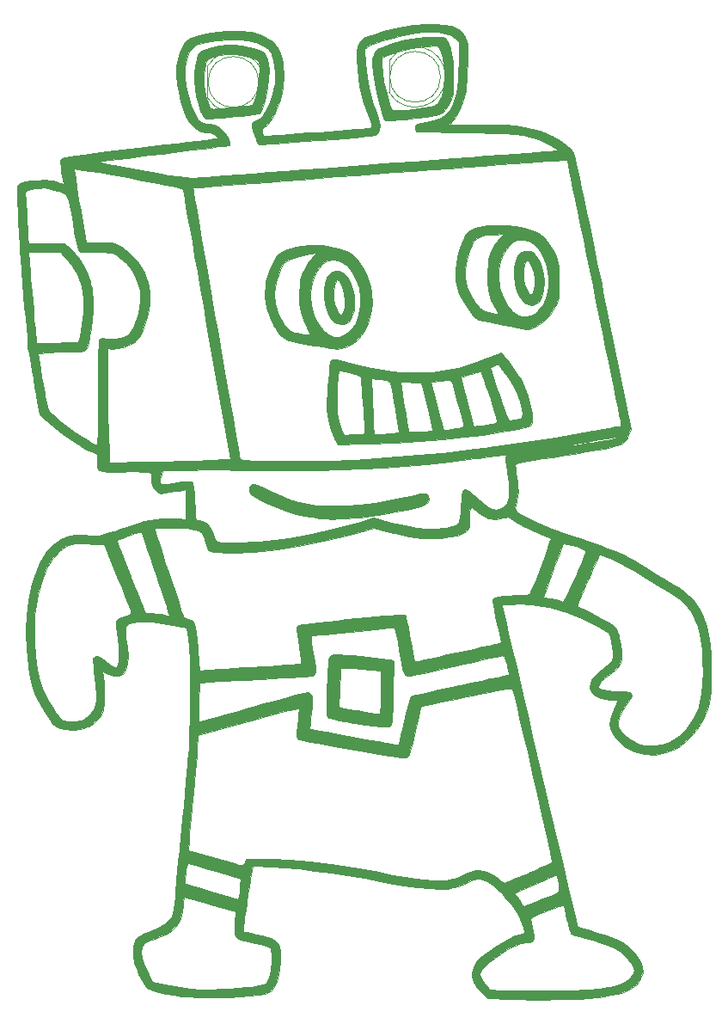
<source format=gbr>
%TF.GenerationSoftware,KiCad,Pcbnew,8.0.1*%
%TF.CreationDate,2024-04-02T10:29:12+02:00*%
%TF.ProjectId,RobiV4,526f6269-5634-42e6-9b69-6361645f7063,rev?*%
%TF.SameCoordinates,Original*%
%TF.FileFunction,Legend,Top*%
%TF.FilePolarity,Positive*%
%FSLAX46Y46*%
G04 Gerber Fmt 4.6, Leading zero omitted, Abs format (unit mm)*
G04 Created by KiCad (PCBNEW 8.0.1) date 2024-04-02 10:29:12*
%MOMM*%
%LPD*%
G01*
G04 APERTURE LIST*
%ADD10C,0.120000*%
%ADD11C,0.010000*%
G04 APERTURE END LIST*
D10*
%TO.C,D1*%
X122154000Y-53700000D02*
X122154000Y-56790000D01*
X122154001Y-53700170D02*
G75*
G02*
X127703999Y-55245462I2559999J-1544830D01*
G01*
X127704000Y-55244538D02*
G75*
G02*
X122154000Y-56789830I-2990000J-462D01*
G01*
X127214000Y-55245000D02*
G75*
G02*
X122214000Y-55245000I-2500000J0D01*
G01*
X122214000Y-55245000D02*
G75*
G02*
X127214000Y-55245000I2500000J0D01*
G01*
%TO.C,D2*%
X140061000Y-53192000D02*
X140061000Y-56282000D01*
X140061001Y-53192170D02*
G75*
G02*
X145610999Y-54737462I2559999J-1544830D01*
G01*
X145611000Y-54736538D02*
G75*
G02*
X140061000Y-56281830I-2990000J-462D01*
G01*
X145121000Y-54737000D02*
G75*
G02*
X140121000Y-54737000I-2500000J0D01*
G01*
X140121000Y-54737000D02*
G75*
G02*
X145121000Y-54737000I2500000J0D01*
G01*
D11*
%TO.C,G\u002A\u002A\u002A*%
X135169933Y-73847980D02*
X135596617Y-74083100D01*
X135987032Y-74518033D01*
X136309741Y-75148066D01*
X136396573Y-75399781D01*
X136591539Y-76249977D01*
X136648186Y-77048250D01*
X136575838Y-77761721D01*
X136383819Y-78357508D01*
X136081453Y-78802731D01*
X135678062Y-79064511D01*
X135341399Y-79121000D01*
X134937198Y-79046025D01*
X134591271Y-78871661D01*
X134251247Y-78470865D01*
X133969874Y-77885742D01*
X133761810Y-77182122D01*
X133641712Y-76425841D01*
X133628317Y-75856115D01*
X134541644Y-75856115D01*
X134562920Y-76500168D01*
X134677124Y-77134886D01*
X134878339Y-77680952D01*
X135030179Y-77922750D01*
X135220082Y-78140394D01*
X135339541Y-78171584D01*
X135458093Y-78045754D01*
X135584469Y-77778026D01*
X135688391Y-77402606D01*
X135700510Y-77337020D01*
X135717540Y-76748573D01*
X135614571Y-76070643D01*
X135415893Y-75422785D01*
X135237749Y-75059163D01*
X135061854Y-74790819D01*
X134949266Y-74716120D01*
X134839349Y-74807001D01*
X134801539Y-74857276D01*
X134619211Y-75282045D01*
X134541644Y-75856115D01*
X133628317Y-75856115D01*
X133624240Y-75682730D01*
X133724050Y-75018622D01*
X133729210Y-74999891D01*
X133986618Y-74388630D01*
X134333498Y-73996033D01*
X134738415Y-73817387D01*
X135169933Y-73847980D01*
G36*
X135169933Y-73847980D02*
G01*
X135596617Y-74083100D01*
X135987032Y-74518033D01*
X136309741Y-75148066D01*
X136396573Y-75399781D01*
X136591539Y-76249977D01*
X136648186Y-77048250D01*
X136575838Y-77761721D01*
X136383819Y-78357508D01*
X136081453Y-78802731D01*
X135678062Y-79064511D01*
X135341399Y-79121000D01*
X134937198Y-79046025D01*
X134591271Y-78871661D01*
X134251247Y-78470865D01*
X133969874Y-77885742D01*
X133761810Y-77182122D01*
X133641712Y-76425841D01*
X133628317Y-75856115D01*
X134541644Y-75856115D01*
X134562920Y-76500168D01*
X134677124Y-77134886D01*
X134878339Y-77680952D01*
X135030179Y-77922750D01*
X135220082Y-78140394D01*
X135339541Y-78171584D01*
X135458093Y-78045754D01*
X135584469Y-77778026D01*
X135688391Y-77402606D01*
X135700510Y-77337020D01*
X135717540Y-76748573D01*
X135614571Y-76070643D01*
X135415893Y-75422785D01*
X135237749Y-75059163D01*
X135061854Y-74790819D01*
X134949266Y-74716120D01*
X134839349Y-74807001D01*
X134801539Y-74857276D01*
X134619211Y-75282045D01*
X134541644Y-75856115D01*
X133628317Y-75856115D01*
X133624240Y-75682730D01*
X133724050Y-75018622D01*
X133729210Y-74999891D01*
X133986618Y-74388630D01*
X134333498Y-73996033D01*
X134738415Y-73817387D01*
X135169933Y-73847980D01*
G37*
X153939878Y-71878985D02*
X154209963Y-72009814D01*
X154506733Y-72294493D01*
X154920371Y-72922580D01*
X155192437Y-73734856D01*
X155312959Y-74698262D01*
X155318210Y-74984800D01*
X155250868Y-75768566D01*
X155067131Y-76404757D01*
X154786502Y-76873740D01*
X154428484Y-77155882D01*
X154012580Y-77231548D01*
X153558292Y-77081107D01*
X153366083Y-76949995D01*
X152947676Y-76476229D01*
X152629875Y-75830574D01*
X152420047Y-75076220D01*
X152325557Y-74276361D01*
X152330216Y-74147197D01*
X153292915Y-74147197D01*
X153319005Y-74672787D01*
X153400926Y-75151704D01*
X153482215Y-75400588D01*
X153717719Y-75894078D01*
X153915515Y-76142647D01*
X154086450Y-76150690D01*
X154241372Y-75922603D01*
X154311260Y-75736531D01*
X154397974Y-75247629D01*
X154396459Y-74639625D01*
X154386393Y-74528468D01*
X154300821Y-74045194D01*
X154158359Y-73564489D01*
X153985076Y-73149799D01*
X153807040Y-72864573D01*
X153664275Y-72771000D01*
X153508336Y-72886834D01*
X153391710Y-73194576D01*
X153318527Y-73634578D01*
X153292915Y-74147197D01*
X152330216Y-74147197D01*
X152353771Y-73494188D01*
X152512057Y-72792895D01*
X152807780Y-72235672D01*
X152815426Y-72226084D01*
X153112501Y-71962165D01*
X153498085Y-71862184D01*
X153594081Y-71856801D01*
X153939878Y-71878985D01*
G36*
X153939878Y-71878985D02*
G01*
X154209963Y-72009814D01*
X154506733Y-72294493D01*
X154920371Y-72922580D01*
X155192437Y-73734856D01*
X155312959Y-74698262D01*
X155318210Y-74984800D01*
X155250868Y-75768566D01*
X155067131Y-76404757D01*
X154786502Y-76873740D01*
X154428484Y-77155882D01*
X154012580Y-77231548D01*
X153558292Y-77081107D01*
X153366083Y-76949995D01*
X152947676Y-76476229D01*
X152629875Y-75830574D01*
X152420047Y-75076220D01*
X152325557Y-74276361D01*
X152330216Y-74147197D01*
X153292915Y-74147197D01*
X153319005Y-74672787D01*
X153400926Y-75151704D01*
X153482215Y-75400588D01*
X153717719Y-75894078D01*
X153915515Y-76142647D01*
X154086450Y-76150690D01*
X154241372Y-75922603D01*
X154311260Y-75736531D01*
X154397974Y-75247629D01*
X154396459Y-74639625D01*
X154386393Y-74528468D01*
X154300821Y-74045194D01*
X154158359Y-73564489D01*
X153985076Y-73149799D01*
X153807040Y-72864573D01*
X153664275Y-72771000D01*
X153508336Y-72886834D01*
X153391710Y-73194576D01*
X153318527Y-73634578D01*
X153292915Y-74147197D01*
X152330216Y-74147197D01*
X152353771Y-73494188D01*
X152512057Y-72792895D01*
X152807780Y-72235672D01*
X152815426Y-72226084D01*
X153112501Y-71962165D01*
X153498085Y-71862184D01*
X153594081Y-71856801D01*
X153939878Y-71878985D01*
G37*
X126823073Y-94823473D02*
X127083484Y-94903239D01*
X127466065Y-95068321D01*
X128012182Y-95332954D01*
X128326037Y-95490188D01*
X129290570Y-95940091D01*
X130251107Y-96322993D01*
X131107917Y-96599251D01*
X131133070Y-96606037D01*
X131611765Y-96728724D01*
X132031012Y-96817889D01*
X132447251Y-96878861D01*
X132916920Y-96916968D01*
X133496458Y-96937538D01*
X134242305Y-96945900D01*
X134747000Y-96947229D01*
X135918914Y-96931124D01*
X136998279Y-96874637D01*
X138051409Y-96769479D01*
X139144616Y-96607358D01*
X140344213Y-96379982D01*
X141716513Y-96079060D01*
X141747386Y-96071956D01*
X142498639Y-95905464D01*
X143042101Y-95805258D01*
X143415049Y-95770845D01*
X143654755Y-95801732D01*
X143798496Y-95897425D01*
X143878572Y-96043750D01*
X143950289Y-96366703D01*
X143871742Y-96615874D01*
X143614449Y-96818492D01*
X143149928Y-97001788D01*
X142759004Y-97114054D01*
X141811175Y-97340926D01*
X140694913Y-97568272D01*
X139495338Y-97781569D01*
X138297573Y-97966292D01*
X137186741Y-98107917D01*
X136588500Y-98166914D01*
X135740395Y-98232393D01*
X135058317Y-98267065D01*
X134456174Y-98271001D01*
X133847878Y-98244273D01*
X133147337Y-98186951D01*
X132969000Y-98169922D01*
X132360921Y-98098774D01*
X131724124Y-98005464D01*
X131254500Y-97921380D01*
X130615708Y-97753035D01*
X129834475Y-97490394D01*
X128989259Y-97164534D01*
X128158518Y-96806536D01*
X127420711Y-96447476D01*
X127127000Y-96286407D01*
X126691345Y-96021516D01*
X126434686Y-95817673D01*
X126307584Y-95624870D01*
X126262332Y-95411818D01*
X126283770Y-95084382D01*
X126460019Y-94887653D01*
X126503299Y-94862952D01*
X126643467Y-94814789D01*
X126823073Y-94823473D01*
G36*
X126823073Y-94823473D02*
G01*
X127083484Y-94903239D01*
X127466065Y-95068321D01*
X128012182Y-95332954D01*
X128326037Y-95490188D01*
X129290570Y-95940091D01*
X130251107Y-96322993D01*
X131107917Y-96599251D01*
X131133070Y-96606037D01*
X131611765Y-96728724D01*
X132031012Y-96817889D01*
X132447251Y-96878861D01*
X132916920Y-96916968D01*
X133496458Y-96937538D01*
X134242305Y-96945900D01*
X134747000Y-96947229D01*
X135918914Y-96931124D01*
X136998279Y-96874637D01*
X138051409Y-96769479D01*
X139144616Y-96607358D01*
X140344213Y-96379982D01*
X141716513Y-96079060D01*
X141747386Y-96071956D01*
X142498639Y-95905464D01*
X143042101Y-95805258D01*
X143415049Y-95770845D01*
X143654755Y-95801732D01*
X143798496Y-95897425D01*
X143878572Y-96043750D01*
X143950289Y-96366703D01*
X143871742Y-96615874D01*
X143614449Y-96818492D01*
X143149928Y-97001788D01*
X142759004Y-97114054D01*
X141811175Y-97340926D01*
X140694913Y-97568272D01*
X139495338Y-97781569D01*
X138297573Y-97966292D01*
X137186741Y-98107917D01*
X136588500Y-98166914D01*
X135740395Y-98232393D01*
X135058317Y-98267065D01*
X134456174Y-98271001D01*
X133847878Y-98244273D01*
X133147337Y-98186951D01*
X132969000Y-98169922D01*
X132360921Y-98098774D01*
X131724124Y-98005464D01*
X131254500Y-97921380D01*
X130615708Y-97753035D01*
X129834475Y-97490394D01*
X128989259Y-97164534D01*
X128158518Y-96806536D01*
X127420711Y-96447476D01*
X127127000Y-96286407D01*
X126691345Y-96021516D01*
X126434686Y-95817673D01*
X126307584Y-95624870D01*
X126262332Y-95411818D01*
X126283770Y-95084382D01*
X126460019Y-94887653D01*
X126503299Y-94862952D01*
X126643467Y-94814789D01*
X126823073Y-94823473D01*
G37*
X135189883Y-111643621D02*
X135756422Y-111677325D01*
X136434222Y-111728226D01*
X137174673Y-111791630D01*
X137929161Y-111862846D01*
X138649074Y-111937180D01*
X139285802Y-112009940D01*
X139790732Y-112076433D01*
X140115252Y-112131967D01*
X140194734Y-112154186D01*
X140498968Y-112279398D01*
X140429260Y-115289949D01*
X140405908Y-116149711D01*
X140378112Y-116932722D01*
X140347762Y-117600548D01*
X140316750Y-118114755D01*
X140286967Y-118436909D01*
X140270188Y-118522750D01*
X140175573Y-118633467D01*
X139981303Y-118701529D01*
X139662942Y-118725731D01*
X139196057Y-118704872D01*
X138556214Y-118637747D01*
X137718977Y-118523152D01*
X136659912Y-118359884D01*
X136525000Y-118338288D01*
X135773737Y-118211895D01*
X135103641Y-118088256D01*
X134557376Y-117976122D01*
X134177607Y-117884242D01*
X134007789Y-117822041D01*
X133952442Y-117728483D01*
X133914394Y-117534960D01*
X133892866Y-117212413D01*
X133887077Y-116731781D01*
X133889028Y-116589733D01*
X135121708Y-116589733D01*
X135130864Y-116816432D01*
X135140468Y-116847759D01*
X135277353Y-116870171D01*
X135618575Y-116926445D01*
X136117885Y-117008945D01*
X136729036Y-117110031D01*
X136969500Y-117149829D01*
X137627898Y-117257358D01*
X138209025Y-117349560D01*
X138660657Y-117418347D01*
X138930570Y-117455632D01*
X138969750Y-117459569D01*
X139059810Y-117443712D01*
X139123048Y-117355740D01*
X139165083Y-117156996D01*
X139191534Y-116808823D01*
X139208018Y-116272561D01*
X139216694Y-115760500D01*
X139226472Y-115087315D01*
X139235564Y-114471504D01*
X139243041Y-113975411D01*
X139247972Y-113661377D01*
X139248444Y-113633250D01*
X139255500Y-113220500D01*
X137310589Y-113048743D01*
X136635426Y-112993449D01*
X136053500Y-112954000D01*
X135609884Y-112932804D01*
X135349654Y-112932268D01*
X135301235Y-112941430D01*
X135274562Y-113081548D01*
X135244738Y-113417848D01*
X135213945Y-113897372D01*
X135184360Y-114467159D01*
X135158165Y-115074249D01*
X135137538Y-115665682D01*
X135124659Y-116188496D01*
X135121708Y-116589733D01*
X133889028Y-116589733D01*
X133896249Y-116064006D01*
X133919601Y-115180028D01*
X133928877Y-114880262D01*
X133959905Y-114050715D01*
X133997027Y-113298216D01*
X134037540Y-112662868D01*
X134078741Y-112184775D01*
X134117926Y-111904041D01*
X134132806Y-111855250D01*
X134319898Y-111694308D01*
X134689580Y-111633448D01*
X134783218Y-111631805D01*
X135189883Y-111643621D01*
G36*
X135189883Y-111643621D02*
G01*
X135756422Y-111677325D01*
X136434222Y-111728226D01*
X137174673Y-111791630D01*
X137929161Y-111862846D01*
X138649074Y-111937180D01*
X139285802Y-112009940D01*
X139790732Y-112076433D01*
X140115252Y-112131967D01*
X140194734Y-112154186D01*
X140498968Y-112279398D01*
X140429260Y-115289949D01*
X140405908Y-116149711D01*
X140378112Y-116932722D01*
X140347762Y-117600548D01*
X140316750Y-118114755D01*
X140286967Y-118436909D01*
X140270188Y-118522750D01*
X140175573Y-118633467D01*
X139981303Y-118701529D01*
X139662942Y-118725731D01*
X139196057Y-118704872D01*
X138556214Y-118637747D01*
X137718977Y-118523152D01*
X136659912Y-118359884D01*
X136525000Y-118338288D01*
X135773737Y-118211895D01*
X135103641Y-118088256D01*
X134557376Y-117976122D01*
X134177607Y-117884242D01*
X134007789Y-117822041D01*
X133952442Y-117728483D01*
X133914394Y-117534960D01*
X133892866Y-117212413D01*
X133887077Y-116731781D01*
X133889028Y-116589733D01*
X135121708Y-116589733D01*
X135130864Y-116816432D01*
X135140468Y-116847759D01*
X135277353Y-116870171D01*
X135618575Y-116926445D01*
X136117885Y-117008945D01*
X136729036Y-117110031D01*
X136969500Y-117149829D01*
X137627898Y-117257358D01*
X138209025Y-117349560D01*
X138660657Y-117418347D01*
X138930570Y-117455632D01*
X138969750Y-117459569D01*
X139059810Y-117443712D01*
X139123048Y-117355740D01*
X139165083Y-117156996D01*
X139191534Y-116808823D01*
X139208018Y-116272561D01*
X139216694Y-115760500D01*
X139226472Y-115087315D01*
X139235564Y-114471504D01*
X139243041Y-113975411D01*
X139247972Y-113661377D01*
X139248444Y-113633250D01*
X139255500Y-113220500D01*
X137310589Y-113048743D01*
X136635426Y-112993449D01*
X136053500Y-112954000D01*
X135609884Y-112932804D01*
X135349654Y-112932268D01*
X135301235Y-112941430D01*
X135274562Y-113081548D01*
X135244738Y-113417848D01*
X135213945Y-113897372D01*
X135184360Y-114467159D01*
X135158165Y-115074249D01*
X135137538Y-115665682D01*
X135124659Y-116188496D01*
X135121708Y-116589733D01*
X133889028Y-116589733D01*
X133896249Y-116064006D01*
X133919601Y-115180028D01*
X133928877Y-114880262D01*
X133959905Y-114050715D01*
X133997027Y-113298216D01*
X134037540Y-112662868D01*
X134078741Y-112184775D01*
X134117926Y-111904041D01*
X134132806Y-111855250D01*
X134319898Y-111694308D01*
X134689580Y-111633448D01*
X134783218Y-111631805D01*
X135189883Y-111643621D01*
G37*
X124788570Y-51595644D02*
X125539344Y-51669412D01*
X126275607Y-51799770D01*
X126934413Y-51973527D01*
X127452817Y-52177488D01*
X127724990Y-52354309D01*
X128003746Y-52767321D01*
X128175383Y-53370251D01*
X128232442Y-54119383D01*
X128169316Y-54958087D01*
X128030317Y-55825441D01*
X127874061Y-56620437D01*
X127710150Y-57306663D01*
X127548187Y-57847706D01*
X127397775Y-58207156D01*
X127275601Y-58346894D01*
X127082155Y-58380080D01*
X126683129Y-58430480D01*
X126125933Y-58492715D01*
X125457978Y-58561403D01*
X124968000Y-58608742D01*
X124227179Y-58680081D01*
X123541083Y-58749080D01*
X122964609Y-58810000D01*
X122552657Y-58857101D01*
X122405471Y-58876615D01*
X122068356Y-58897174D01*
X121865529Y-58801419D01*
X121750207Y-58651855D01*
X121491773Y-58128534D01*
X121252761Y-57432963D01*
X121053799Y-56646891D01*
X120915519Y-55852065D01*
X120858550Y-55130233D01*
X120858392Y-55118000D01*
X120878500Y-54441884D01*
X121802718Y-54441884D01*
X121821987Y-55469564D01*
X121983684Y-56530584D01*
X122280486Y-57541812D01*
X122288434Y-57562750D01*
X122344017Y-57704948D01*
X122410512Y-57804855D01*
X122525530Y-57865068D01*
X122726686Y-57888185D01*
X123051591Y-57876803D01*
X123537859Y-57833520D01*
X124223102Y-57760933D01*
X124587000Y-57721500D01*
X125234450Y-57652868D01*
X125801900Y-57595324D01*
X126235869Y-57554103D01*
X126482878Y-57534442D01*
X126507195Y-57533524D01*
X126641530Y-57413365D01*
X126780669Y-57089115D01*
X126916524Y-56610356D01*
X127041012Y-56026670D01*
X127146045Y-55387638D01*
X127223539Y-54742843D01*
X127265409Y-54141867D01*
X127263568Y-53634291D01*
X127209931Y-53269696D01*
X127205071Y-53254012D01*
X127118430Y-53109889D01*
X126931936Y-52988429D01*
X126598396Y-52868889D01*
X126070612Y-52730526D01*
X125946631Y-52700906D01*
X124856055Y-52513385D01*
X123880647Y-52505450D01*
X122954571Y-52678492D01*
X122663453Y-52770395D01*
X122297822Y-52917547D01*
X122096293Y-53088401D01*
X121976629Y-53368575D01*
X121933203Y-53530677D01*
X121802718Y-54441884D01*
X120878500Y-54441884D01*
X120880509Y-54374365D01*
X120956641Y-53660340D01*
X121076021Y-53038903D01*
X121227883Y-52573028D01*
X121322286Y-52404657D01*
X121596799Y-52190789D01*
X122066423Y-51985432D01*
X122672420Y-51805864D01*
X123356054Y-51669363D01*
X124058586Y-51593205D01*
X124086230Y-51591659D01*
X124788570Y-51595644D01*
G36*
X124788570Y-51595644D02*
G01*
X125539344Y-51669412D01*
X126275607Y-51799770D01*
X126934413Y-51973527D01*
X127452817Y-52177488D01*
X127724990Y-52354309D01*
X128003746Y-52767321D01*
X128175383Y-53370251D01*
X128232442Y-54119383D01*
X128169316Y-54958087D01*
X128030317Y-55825441D01*
X127874061Y-56620437D01*
X127710150Y-57306663D01*
X127548187Y-57847706D01*
X127397775Y-58207156D01*
X127275601Y-58346894D01*
X127082155Y-58380080D01*
X126683129Y-58430480D01*
X126125933Y-58492715D01*
X125457978Y-58561403D01*
X124968000Y-58608742D01*
X124227179Y-58680081D01*
X123541083Y-58749080D01*
X122964609Y-58810000D01*
X122552657Y-58857101D01*
X122405471Y-58876615D01*
X122068356Y-58897174D01*
X121865529Y-58801419D01*
X121750207Y-58651855D01*
X121491773Y-58128534D01*
X121252761Y-57432963D01*
X121053799Y-56646891D01*
X120915519Y-55852065D01*
X120858550Y-55130233D01*
X120858392Y-55118000D01*
X120878500Y-54441884D01*
X121802718Y-54441884D01*
X121821987Y-55469564D01*
X121983684Y-56530584D01*
X122280486Y-57541812D01*
X122288434Y-57562750D01*
X122344017Y-57704948D01*
X122410512Y-57804855D01*
X122525530Y-57865068D01*
X122726686Y-57888185D01*
X123051591Y-57876803D01*
X123537859Y-57833520D01*
X124223102Y-57760933D01*
X124587000Y-57721500D01*
X125234450Y-57652868D01*
X125801900Y-57595324D01*
X126235869Y-57554103D01*
X126482878Y-57534442D01*
X126507195Y-57533524D01*
X126641530Y-57413365D01*
X126780669Y-57089115D01*
X126916524Y-56610356D01*
X127041012Y-56026670D01*
X127146045Y-55387638D01*
X127223539Y-54742843D01*
X127265409Y-54141867D01*
X127263568Y-53634291D01*
X127209931Y-53269696D01*
X127205071Y-53254012D01*
X127118430Y-53109889D01*
X126931936Y-52988429D01*
X126598396Y-52868889D01*
X126070612Y-52730526D01*
X125946631Y-52700906D01*
X124856055Y-52513385D01*
X123880647Y-52505450D01*
X122954571Y-52678492D01*
X122663453Y-52770395D01*
X122297822Y-52917547D01*
X122096293Y-53088401D01*
X121976629Y-53368575D01*
X121933203Y-53530677D01*
X121802718Y-54441884D01*
X120878500Y-54441884D01*
X120880509Y-54374365D01*
X120956641Y-53660340D01*
X121076021Y-53038903D01*
X121227883Y-52573028D01*
X121322286Y-52404657D01*
X121596799Y-52190789D01*
X122066423Y-51985432D01*
X122672420Y-51805864D01*
X123356054Y-51669363D01*
X124058586Y-51593205D01*
X124086230Y-51591659D01*
X124788570Y-51595644D01*
G37*
X145312420Y-50851270D02*
X145574408Y-50907416D01*
X145602567Y-50924566D01*
X145735509Y-51121212D01*
X145902264Y-51486975D01*
X146068758Y-51946208D01*
X146083177Y-51991485D01*
X146204479Y-52419662D01*
X146286523Y-52837351D01*
X146336349Y-53310942D01*
X146360995Y-53906824D01*
X146367500Y-54673500D01*
X146363342Y-55406372D01*
X146346324Y-55941599D01*
X146309625Y-56335465D01*
X146246426Y-56644253D01*
X146149907Y-56924246D01*
X146073308Y-57101518D01*
X145824409Y-57555593D01*
X145523091Y-57977646D01*
X145374808Y-58140540D01*
X145222999Y-58278854D01*
X145068374Y-58385021D01*
X144870764Y-58468648D01*
X144589997Y-58539346D01*
X144185903Y-58606723D01*
X143618311Y-58680388D01*
X142847052Y-58769950D01*
X142650204Y-58792271D01*
X141697092Y-58901729D01*
X140965028Y-58982839D01*
X140422051Y-59029629D01*
X140036196Y-59036131D01*
X139775500Y-58996374D01*
X139608001Y-58904389D01*
X139501735Y-58754206D01*
X139424738Y-58539854D01*
X139345049Y-58255364D01*
X139320289Y-58170329D01*
X138911817Y-56698266D01*
X138618521Y-55414921D01*
X138440999Y-54326751D01*
X138379852Y-53440212D01*
X138427325Y-52863278D01*
X139319000Y-52863278D01*
X139319000Y-53537836D01*
X139371972Y-54258324D01*
X139528779Y-55192287D01*
X139786254Y-56322835D01*
X139978489Y-57054750D01*
X140075029Y-57418535D01*
X140161761Y-57688631D01*
X140274142Y-57874746D01*
X140447629Y-57986587D01*
X140717680Y-58033863D01*
X141119751Y-58026282D01*
X141689300Y-57973554D01*
X142461784Y-57885385D01*
X142849322Y-57840799D01*
X143575902Y-57755505D01*
X144096990Y-57676242D01*
X144459338Y-57579238D01*
X144709700Y-57440720D01*
X144894828Y-57236918D01*
X145061476Y-56944059D01*
X145207052Y-56642000D01*
X145359352Y-56178596D01*
X145452898Y-55589376D01*
X145492004Y-54919251D01*
X145480987Y-54213130D01*
X145424160Y-53515925D01*
X145325838Y-52872545D01*
X145190336Y-52327901D01*
X145021968Y-51926902D01*
X144825049Y-51714460D01*
X144731514Y-51692276D01*
X143538986Y-51762341D01*
X142319806Y-51933746D01*
X141158952Y-52190362D01*
X140141398Y-52516060D01*
X139922250Y-52605150D01*
X139319000Y-52863278D01*
X138427325Y-52863278D01*
X138435679Y-52761761D01*
X138609080Y-52297853D01*
X138759632Y-52132754D01*
X139073985Y-51951001D01*
X139562436Y-51733456D01*
X140152860Y-51506700D01*
X140773131Y-51297311D01*
X141351125Y-51131870D01*
X141668500Y-51060770D01*
X142257626Y-50969978D01*
X142924659Y-50899091D01*
X143616626Y-50849942D01*
X144280557Y-50824367D01*
X144863479Y-50824198D01*
X145312420Y-50851270D01*
G36*
X145312420Y-50851270D02*
G01*
X145574408Y-50907416D01*
X145602567Y-50924566D01*
X145735509Y-51121212D01*
X145902264Y-51486975D01*
X146068758Y-51946208D01*
X146083177Y-51991485D01*
X146204479Y-52419662D01*
X146286523Y-52837351D01*
X146336349Y-53310942D01*
X146360995Y-53906824D01*
X146367500Y-54673500D01*
X146363342Y-55406372D01*
X146346324Y-55941599D01*
X146309625Y-56335465D01*
X146246426Y-56644253D01*
X146149907Y-56924246D01*
X146073308Y-57101518D01*
X145824409Y-57555593D01*
X145523091Y-57977646D01*
X145374808Y-58140540D01*
X145222999Y-58278854D01*
X145068374Y-58385021D01*
X144870764Y-58468648D01*
X144589997Y-58539346D01*
X144185903Y-58606723D01*
X143618311Y-58680388D01*
X142847052Y-58769950D01*
X142650204Y-58792271D01*
X141697092Y-58901729D01*
X140965028Y-58982839D01*
X140422051Y-59029629D01*
X140036196Y-59036131D01*
X139775500Y-58996374D01*
X139608001Y-58904389D01*
X139501735Y-58754206D01*
X139424738Y-58539854D01*
X139345049Y-58255364D01*
X139320289Y-58170329D01*
X138911817Y-56698266D01*
X138618521Y-55414921D01*
X138440999Y-54326751D01*
X138379852Y-53440212D01*
X138427325Y-52863278D01*
X139319000Y-52863278D01*
X139319000Y-53537836D01*
X139371972Y-54258324D01*
X139528779Y-55192287D01*
X139786254Y-56322835D01*
X139978489Y-57054750D01*
X140075029Y-57418535D01*
X140161761Y-57688631D01*
X140274142Y-57874746D01*
X140447629Y-57986587D01*
X140717680Y-58033863D01*
X141119751Y-58026282D01*
X141689300Y-57973554D01*
X142461784Y-57885385D01*
X142849322Y-57840799D01*
X143575902Y-57755505D01*
X144096990Y-57676242D01*
X144459338Y-57579238D01*
X144709700Y-57440720D01*
X144894828Y-57236918D01*
X145061476Y-56944059D01*
X145207052Y-56642000D01*
X145359352Y-56178596D01*
X145452898Y-55589376D01*
X145492004Y-54919251D01*
X145480987Y-54213130D01*
X145424160Y-53515925D01*
X145325838Y-52872545D01*
X145190336Y-52327901D01*
X145021968Y-51926902D01*
X144825049Y-51714460D01*
X144731514Y-51692276D01*
X143538986Y-51762341D01*
X142319806Y-51933746D01*
X141158952Y-52190362D01*
X140141398Y-52516060D01*
X139922250Y-52605150D01*
X139319000Y-52863278D01*
X138427325Y-52863278D01*
X138435679Y-52761761D01*
X138609080Y-52297853D01*
X138759632Y-52132754D01*
X139073985Y-51951001D01*
X139562436Y-51733456D01*
X140152860Y-51506700D01*
X140773131Y-51297311D01*
X141351125Y-51131870D01*
X141668500Y-51060770D01*
X142257626Y-50969978D01*
X142924659Y-50899091D01*
X143616626Y-50849942D01*
X144280557Y-50824367D01*
X144863479Y-50824198D01*
X145312420Y-50851270D01*
G37*
X133498639Y-71302064D02*
X134655114Y-71516089D01*
X135322981Y-71698937D01*
X135808303Y-71868270D01*
X136177824Y-72059259D01*
X136498290Y-72307075D01*
X136836446Y-72646888D01*
X136870065Y-72683225D01*
X137478144Y-73469119D01*
X137912177Y-74338686D01*
X138196792Y-75348760D01*
X138297676Y-75977750D01*
X138348259Y-77062922D01*
X138231190Y-78089656D01*
X137963137Y-79031094D01*
X137560772Y-79860383D01*
X137040765Y-80550666D01*
X136419786Y-81075087D01*
X135714505Y-81406792D01*
X134941594Y-81518923D01*
X134859265Y-81516949D01*
X134598155Y-81489779D01*
X134135984Y-81424755D01*
X133521601Y-81329434D01*
X132803852Y-81211369D01*
X132098726Y-81089952D01*
X131261332Y-80942717D01*
X130630802Y-80822192D01*
X130164739Y-80706257D01*
X129820746Y-80572796D01*
X129556423Y-80399688D01*
X129329375Y-80164815D01*
X129097202Y-79846060D01*
X128817507Y-79421303D01*
X128774527Y-79355747D01*
X128269729Y-78433690D01*
X127966728Y-77483059D01*
X127842737Y-76425596D01*
X127837042Y-76136500D01*
X127839793Y-76007922D01*
X128744068Y-76007922D01*
X128840853Y-77079377D01*
X129189952Y-78127127D01*
X129791994Y-79157422D01*
X129856194Y-79246221D01*
X130135846Y-79598815D01*
X130383428Y-79800305D01*
X130701790Y-79914791D01*
X131032512Y-79979321D01*
X131620565Y-80078828D01*
X131989320Y-80122845D01*
X132170648Y-80093715D01*
X132196420Y-79973776D01*
X132098504Y-79745370D01*
X131951227Y-79470250D01*
X131572508Y-78663308D01*
X131334930Y-77879778D01*
X131220749Y-77034672D01*
X131213616Y-76205267D01*
X132303669Y-76205267D01*
X132387458Y-77255089D01*
X132634631Y-78213067D01*
X133028411Y-79041591D01*
X133552020Y-79703052D01*
X134028650Y-80072196D01*
X134633235Y-80334292D01*
X135190333Y-80356027D01*
X135716539Y-80147337D01*
X136312466Y-79643381D01*
X136756421Y-78979968D01*
X137051830Y-78198561D01*
X137202118Y-77340621D01*
X137210709Y-76447611D01*
X137081030Y-75560991D01*
X136816504Y-74722225D01*
X136420557Y-73972773D01*
X135896613Y-73354098D01*
X135248099Y-72907661D01*
X135113458Y-72846722D01*
X134543451Y-72730015D01*
X133994072Y-72841502D01*
X133486907Y-73155379D01*
X133043544Y-73645841D01*
X132685571Y-74287086D01*
X132434577Y-75053309D01*
X132312149Y-75918705D01*
X132303669Y-76205267D01*
X131213616Y-76205267D01*
X131212220Y-76043003D01*
X131215845Y-75948099D01*
X131251783Y-75292105D01*
X131307312Y-74807992D01*
X131399093Y-74413659D01*
X131543788Y-74027004D01*
X131655964Y-73779348D01*
X131916528Y-73288707D01*
X132211457Y-72827076D01*
X132444336Y-72531973D01*
X132848249Y-72102447D01*
X132178374Y-72187502D01*
X131160105Y-72380909D01*
X130193553Y-72713465D01*
X130155760Y-72729341D01*
X129881109Y-72880143D01*
X129663194Y-73104715D01*
X129449009Y-73467817D01*
X129304922Y-73768896D01*
X128898967Y-74906512D01*
X128744068Y-76007922D01*
X127839793Y-76007922D01*
X127850914Y-75488179D01*
X127910284Y-74944435D01*
X128034623Y-74423088D01*
X128243406Y-73841961D01*
X128547673Y-73137551D01*
X128805293Y-72642265D01*
X129098530Y-72271454D01*
X129478909Y-71988968D01*
X129997955Y-71758658D01*
X130707195Y-71544374D01*
X130884247Y-71498251D01*
X132194121Y-71279425D01*
X133498639Y-71302064D01*
G36*
X133498639Y-71302064D02*
G01*
X134655114Y-71516089D01*
X135322981Y-71698937D01*
X135808303Y-71868270D01*
X136177824Y-72059259D01*
X136498290Y-72307075D01*
X136836446Y-72646888D01*
X136870065Y-72683225D01*
X137478144Y-73469119D01*
X137912177Y-74338686D01*
X138196792Y-75348760D01*
X138297676Y-75977750D01*
X138348259Y-77062922D01*
X138231190Y-78089656D01*
X137963137Y-79031094D01*
X137560772Y-79860383D01*
X137040765Y-80550666D01*
X136419786Y-81075087D01*
X135714505Y-81406792D01*
X134941594Y-81518923D01*
X134859265Y-81516949D01*
X134598155Y-81489779D01*
X134135984Y-81424755D01*
X133521601Y-81329434D01*
X132803852Y-81211369D01*
X132098726Y-81089952D01*
X131261332Y-80942717D01*
X130630802Y-80822192D01*
X130164739Y-80706257D01*
X129820746Y-80572796D01*
X129556423Y-80399688D01*
X129329375Y-80164815D01*
X129097202Y-79846060D01*
X128817507Y-79421303D01*
X128774527Y-79355747D01*
X128269729Y-78433690D01*
X127966728Y-77483059D01*
X127842737Y-76425596D01*
X127837042Y-76136500D01*
X127839793Y-76007922D01*
X128744068Y-76007922D01*
X128840853Y-77079377D01*
X129189952Y-78127127D01*
X129791994Y-79157422D01*
X129856194Y-79246221D01*
X130135846Y-79598815D01*
X130383428Y-79800305D01*
X130701790Y-79914791D01*
X131032512Y-79979321D01*
X131620565Y-80078828D01*
X131989320Y-80122845D01*
X132170648Y-80093715D01*
X132196420Y-79973776D01*
X132098504Y-79745370D01*
X131951227Y-79470250D01*
X131572508Y-78663308D01*
X131334930Y-77879778D01*
X131220749Y-77034672D01*
X131213616Y-76205267D01*
X132303669Y-76205267D01*
X132387458Y-77255089D01*
X132634631Y-78213067D01*
X133028411Y-79041591D01*
X133552020Y-79703052D01*
X134028650Y-80072196D01*
X134633235Y-80334292D01*
X135190333Y-80356027D01*
X135716539Y-80147337D01*
X136312466Y-79643381D01*
X136756421Y-78979968D01*
X137051830Y-78198561D01*
X137202118Y-77340621D01*
X137210709Y-76447611D01*
X137081030Y-75560991D01*
X136816504Y-74722225D01*
X136420557Y-73972773D01*
X135896613Y-73354098D01*
X135248099Y-72907661D01*
X135113458Y-72846722D01*
X134543451Y-72730015D01*
X133994072Y-72841502D01*
X133486907Y-73155379D01*
X133043544Y-73645841D01*
X132685571Y-74287086D01*
X132434577Y-75053309D01*
X132312149Y-75918705D01*
X132303669Y-76205267D01*
X131213616Y-76205267D01*
X131212220Y-76043003D01*
X131215845Y-75948099D01*
X131251783Y-75292105D01*
X131307312Y-74807992D01*
X131399093Y-74413659D01*
X131543788Y-74027004D01*
X131655964Y-73779348D01*
X131916528Y-73288707D01*
X132211457Y-72827076D01*
X132444336Y-72531973D01*
X132848249Y-72102447D01*
X132178374Y-72187502D01*
X131160105Y-72380909D01*
X130193553Y-72713465D01*
X130155760Y-72729341D01*
X129881109Y-72880143D01*
X129663194Y-73104715D01*
X129449009Y-73467817D01*
X129304922Y-73768896D01*
X128898967Y-74906512D01*
X128744068Y-76007922D01*
X127839793Y-76007922D01*
X127850914Y-75488179D01*
X127910284Y-74944435D01*
X128034623Y-74423088D01*
X128243406Y-73841961D01*
X128547673Y-73137551D01*
X128805293Y-72642265D01*
X129098530Y-72271454D01*
X129478909Y-71988968D01*
X129997955Y-71758658D01*
X130707195Y-71544374D01*
X130884247Y-71498251D01*
X132194121Y-71279425D01*
X133498639Y-71302064D01*
G37*
X151581508Y-69379325D02*
X152532780Y-69471669D01*
X153413804Y-69625095D01*
X154163155Y-69835939D01*
X154678477Y-70074384D01*
X155279037Y-70559506D01*
X155844059Y-71225500D01*
X156316874Y-72000113D01*
X156494720Y-72390000D01*
X156613934Y-72717868D01*
X156694873Y-73046781D01*
X156744655Y-73437026D01*
X156770396Y-73948891D01*
X156779212Y-74642662D01*
X156779565Y-74803000D01*
X156777120Y-75507921D01*
X156762221Y-76018775D01*
X156726307Y-76395463D01*
X156660817Y-76697887D01*
X156557190Y-76985949D01*
X156425612Y-77279500D01*
X155884722Y-78181324D01*
X155202973Y-78876709D01*
X154460128Y-79327035D01*
X154082487Y-79488725D01*
X153801065Y-79593728D01*
X153698128Y-79617778D01*
X153549742Y-79591325D01*
X153193044Y-79524631D01*
X152669143Y-79425473D01*
X152019146Y-79301631D01*
X151320500Y-79167858D01*
X150568104Y-79018451D01*
X149883874Y-78873213D01*
X149314488Y-78742787D01*
X148906624Y-78637815D01*
X148717000Y-78574279D01*
X148471847Y-78373976D01*
X148152313Y-78000705D01*
X147795540Y-77509703D01*
X147438674Y-76956210D01*
X147118857Y-76395461D01*
X146873235Y-75882696D01*
X146824618Y-75760073D01*
X146592386Y-74793049D01*
X146587011Y-74530819D01*
X147497300Y-74530819D01*
X147662645Y-75328323D01*
X148012751Y-76123655D01*
X148553294Y-76965167D01*
X148701380Y-77165334D01*
X148942898Y-77460504D01*
X149182628Y-77670128D01*
X149478067Y-77819873D01*
X149886715Y-77935405D01*
X150466072Y-78042389D01*
X150775504Y-78091157D01*
X150764757Y-78002473D01*
X150643902Y-77758729D01*
X150493194Y-77501750D01*
X150101296Y-76702196D01*
X149857273Y-75794300D01*
X149752400Y-74735718D01*
X149753874Y-74358500D01*
X150840119Y-74358500D01*
X150947333Y-75423415D01*
X151235140Y-76389458D01*
X151687051Y-77219155D01*
X152286575Y-77875032D01*
X152440241Y-77994904D01*
X152806057Y-78231904D01*
X153117141Y-78331733D01*
X153503204Y-78331854D01*
X153582850Y-78324913D01*
X154013139Y-78247514D01*
X154357062Y-78072105D01*
X154694917Y-77778791D01*
X155207005Y-77109302D01*
X155552437Y-76294490D01*
X155730351Y-75381462D01*
X155739884Y-74417324D01*
X155580176Y-73449183D01*
X155250361Y-72524144D01*
X154805032Y-71764155D01*
X154328107Y-71215224D01*
X153837791Y-70892948D01*
X153287339Y-70772183D01*
X152974679Y-70779532D01*
X152594877Y-70833591D01*
X152313073Y-70951032D01*
X152034381Y-71184277D01*
X151809604Y-71423203D01*
X151315859Y-72102662D01*
X151003363Y-72870506D01*
X150856220Y-73774857D01*
X150840119Y-74358500D01*
X149753874Y-74358500D01*
X149755579Y-73922658D01*
X149789796Y-73258050D01*
X149845806Y-72766447D01*
X149939033Y-72366935D01*
X150084904Y-71978600D01*
X150156714Y-71818500D01*
X150412684Y-71336699D01*
X150709082Y-70881930D01*
X150914625Y-70627770D01*
X151320500Y-70199040D01*
X150302252Y-70264488D01*
X149574139Y-70329012D01*
X149049100Y-70434468D01*
X148676398Y-70611923D01*
X148405301Y-70892445D01*
X148185071Y-71307100D01*
X148053086Y-71641753D01*
X147698195Y-72735886D01*
X147511042Y-73682791D01*
X147497300Y-74530819D01*
X146587011Y-74530819D01*
X146570393Y-73720246D01*
X146758052Y-72577552D01*
X146883860Y-72133579D01*
X147136778Y-71354763D01*
X147345763Y-70781006D01*
X147534020Y-70372402D01*
X147724757Y-70089043D01*
X147941179Y-69891024D01*
X148206491Y-69738438D01*
X148302458Y-69694049D01*
X148920465Y-69505425D01*
X149713926Y-69392539D01*
X150621415Y-69351727D01*
X151581508Y-69379325D01*
G36*
X151581508Y-69379325D02*
G01*
X152532780Y-69471669D01*
X153413804Y-69625095D01*
X154163155Y-69835939D01*
X154678477Y-70074384D01*
X155279037Y-70559506D01*
X155844059Y-71225500D01*
X156316874Y-72000113D01*
X156494720Y-72390000D01*
X156613934Y-72717868D01*
X156694873Y-73046781D01*
X156744655Y-73437026D01*
X156770396Y-73948891D01*
X156779212Y-74642662D01*
X156779565Y-74803000D01*
X156777120Y-75507921D01*
X156762221Y-76018775D01*
X156726307Y-76395463D01*
X156660817Y-76697887D01*
X156557190Y-76985949D01*
X156425612Y-77279500D01*
X155884722Y-78181324D01*
X155202973Y-78876709D01*
X154460128Y-79327035D01*
X154082487Y-79488725D01*
X153801065Y-79593728D01*
X153698128Y-79617778D01*
X153549742Y-79591325D01*
X153193044Y-79524631D01*
X152669143Y-79425473D01*
X152019146Y-79301631D01*
X151320500Y-79167858D01*
X150568104Y-79018451D01*
X149883874Y-78873213D01*
X149314488Y-78742787D01*
X148906624Y-78637815D01*
X148717000Y-78574279D01*
X148471847Y-78373976D01*
X148152313Y-78000705D01*
X147795540Y-77509703D01*
X147438674Y-76956210D01*
X147118857Y-76395461D01*
X146873235Y-75882696D01*
X146824618Y-75760073D01*
X146592386Y-74793049D01*
X146587011Y-74530819D01*
X147497300Y-74530819D01*
X147662645Y-75328323D01*
X148012751Y-76123655D01*
X148553294Y-76965167D01*
X148701380Y-77165334D01*
X148942898Y-77460504D01*
X149182628Y-77670128D01*
X149478067Y-77819873D01*
X149886715Y-77935405D01*
X150466072Y-78042389D01*
X150775504Y-78091157D01*
X150764757Y-78002473D01*
X150643902Y-77758729D01*
X150493194Y-77501750D01*
X150101296Y-76702196D01*
X149857273Y-75794300D01*
X149752400Y-74735718D01*
X149753874Y-74358500D01*
X150840119Y-74358500D01*
X150947333Y-75423415D01*
X151235140Y-76389458D01*
X151687051Y-77219155D01*
X152286575Y-77875032D01*
X152440241Y-77994904D01*
X152806057Y-78231904D01*
X153117141Y-78331733D01*
X153503204Y-78331854D01*
X153582850Y-78324913D01*
X154013139Y-78247514D01*
X154357062Y-78072105D01*
X154694917Y-77778791D01*
X155207005Y-77109302D01*
X155552437Y-76294490D01*
X155730351Y-75381462D01*
X155739884Y-74417324D01*
X155580176Y-73449183D01*
X155250361Y-72524144D01*
X154805032Y-71764155D01*
X154328107Y-71215224D01*
X153837791Y-70892948D01*
X153287339Y-70772183D01*
X152974679Y-70779532D01*
X152594877Y-70833591D01*
X152313073Y-70951032D01*
X152034381Y-71184277D01*
X151809604Y-71423203D01*
X151315859Y-72102662D01*
X151003363Y-72870506D01*
X150856220Y-73774857D01*
X150840119Y-74358500D01*
X149753874Y-74358500D01*
X149755579Y-73922658D01*
X149789796Y-73258050D01*
X149845806Y-72766447D01*
X149939033Y-72366935D01*
X150084904Y-71978600D01*
X150156714Y-71818500D01*
X150412684Y-71336699D01*
X150709082Y-70881930D01*
X150914625Y-70627770D01*
X151320500Y-70199040D01*
X150302252Y-70264488D01*
X149574139Y-70329012D01*
X149049100Y-70434468D01*
X148676398Y-70611923D01*
X148405301Y-70892445D01*
X148185071Y-71307100D01*
X148053086Y-71641753D01*
X147698195Y-72735886D01*
X147511042Y-73682791D01*
X147497300Y-74530819D01*
X146587011Y-74530819D01*
X146570393Y-73720246D01*
X146758052Y-72577552D01*
X146883860Y-72133579D01*
X147136778Y-71354763D01*
X147345763Y-70781006D01*
X147534020Y-70372402D01*
X147724757Y-70089043D01*
X147941179Y-69891024D01*
X148206491Y-69738438D01*
X148302458Y-69694049D01*
X148920465Y-69505425D01*
X149713926Y-69392539D01*
X150621415Y-69351727D01*
X151581508Y-69379325D01*
G37*
X151148929Y-82013958D02*
X151402220Y-82281628D01*
X151728156Y-82674197D01*
X152093507Y-83147856D01*
X152465040Y-83658794D01*
X152809524Y-84163202D01*
X153093730Y-84617267D01*
X153212213Y-84829490D01*
X153737798Y-86099562D01*
X154067926Y-87531549D01*
X154118386Y-87902015D01*
X154167690Y-88396797D01*
X154151341Y-88739814D01*
X154031951Y-88971677D01*
X153772134Y-89132998D01*
X153334503Y-89264389D01*
X152745709Y-89393120D01*
X151101225Y-89705056D01*
X149331744Y-89979486D01*
X147416571Y-90218410D01*
X145335011Y-90423826D01*
X143066372Y-90597735D01*
X140589960Y-90742136D01*
X137885079Y-90859027D01*
X137391188Y-90876648D01*
X135018876Y-90958832D01*
X134701792Y-90333098D01*
X134351699Y-89472572D01*
X134079755Y-88455411D01*
X133917706Y-87439500D01*
X133905622Y-87099953D01*
X133912655Y-86804543D01*
X134888092Y-86804543D01*
X134916577Y-87626798D01*
X135003247Y-88311592D01*
X135155067Y-88915250D01*
X135365335Y-89463406D01*
X135596689Y-89986421D01*
X136600594Y-89937362D01*
X137071201Y-89912348D01*
X137427056Y-89889604D01*
X137606762Y-89873174D01*
X137617082Y-89870402D01*
X137622950Y-89729373D01*
X137611628Y-89380154D01*
X137586167Y-88867482D01*
X137549615Y-88236094D01*
X137505021Y-87530726D01*
X137455435Y-86796115D01*
X137403906Y-86076999D01*
X137353482Y-85418112D01*
X137307214Y-84864194D01*
X137268150Y-84459979D01*
X137262828Y-84421227D01*
X138266934Y-84421227D01*
X138351461Y-86184363D01*
X138389792Y-86936255D01*
X138432585Y-87698877D01*
X138474749Y-88385617D01*
X138511195Y-88909864D01*
X138512892Y-88931750D01*
X138589797Y-89916000D01*
X139062769Y-89916000D01*
X139460521Y-89902202D01*
X139970761Y-89866806D01*
X140294615Y-89836681D01*
X141053489Y-89757363D01*
X140771447Y-88153931D01*
X140646408Y-87438461D01*
X140521025Y-86713114D01*
X140410785Y-86067918D01*
X140338103Y-85634944D01*
X140256610Y-85170799D01*
X140162292Y-84875213D01*
X140066575Y-84772500D01*
X141140848Y-84772500D01*
X141561066Y-87185500D01*
X141691570Y-87938236D01*
X141805811Y-88603577D01*
X141897036Y-89141660D01*
X141958492Y-89512624D01*
X141983424Y-89676607D01*
X141983642Y-89679696D01*
X142099842Y-89709842D01*
X142400477Y-89717966D01*
X142817299Y-89707854D01*
X143282058Y-89683291D01*
X143726504Y-89648064D01*
X144082388Y-89605957D01*
X144281461Y-89560757D01*
X144296777Y-89551390D01*
X144295108Y-89408849D01*
X144237464Y-89060262D01*
X144131993Y-88545355D01*
X143986839Y-87903856D01*
X143810151Y-87175491D01*
X143806948Y-87162696D01*
X143228842Y-84853892D01*
X141140848Y-84772500D01*
X140066575Y-84772500D01*
X140036920Y-84740677D01*
X144182050Y-84740677D01*
X144739187Y-86979088D01*
X144920505Y-87704398D01*
X145083074Y-88348743D01*
X145216099Y-88869807D01*
X145308782Y-89225274D01*
X145349025Y-89369342D01*
X145506515Y-89466332D01*
X145821113Y-89468479D01*
X146213795Y-89419239D01*
X146692270Y-89359381D01*
X146849561Y-89339733D01*
X147219486Y-89276077D01*
X147385752Y-89189373D01*
X147398674Y-89053040D01*
X147397848Y-89050096D01*
X147346058Y-88859549D01*
X147241836Y-88469672D01*
X147097494Y-87926743D01*
X146925344Y-87277041D01*
X146800431Y-86804500D01*
X146615880Y-86119155D01*
X146447774Y-85519853D01*
X146308786Y-85049865D01*
X146211592Y-84752465D01*
X146175328Y-84670283D01*
X146014540Y-84631822D01*
X145670772Y-84623908D01*
X145213328Y-84647599D01*
X145134458Y-84654372D01*
X144182050Y-84740677D01*
X140036920Y-84740677D01*
X140000872Y-84701995D01*
X139718069Y-84604952D01*
X139259605Y-84537893D01*
X139015217Y-84509158D01*
X138266934Y-84421227D01*
X137262828Y-84421227D01*
X137250036Y-84328084D01*
X147109974Y-84328084D01*
X148399500Y-89172210D01*
X148844000Y-89105696D01*
X149239112Y-89049303D01*
X149733640Y-88982226D01*
X149966064Y-88951794D01*
X150354628Y-88877120D01*
X150626020Y-88779036D01*
X150701316Y-88714079D01*
X150675005Y-88567682D01*
X150579873Y-88226191D01*
X150430677Y-87734364D01*
X150242176Y-87136963D01*
X150029128Y-86478747D01*
X149806292Y-85804475D01*
X149588426Y-85158909D01*
X149390288Y-84586807D01*
X149226637Y-84132931D01*
X149112231Y-83842038D01*
X149066937Y-83757250D01*
X148939435Y-83781656D01*
X148629837Y-83865849D01*
X148198286Y-83993229D01*
X148072237Y-84031772D01*
X147109974Y-84328084D01*
X137250036Y-84328084D01*
X137239339Y-84250205D01*
X137232741Y-84231407D01*
X137075282Y-84157971D01*
X136736769Y-84042671D01*
X136282090Y-83907118D01*
X136143222Y-83868591D01*
X135646392Y-83737945D01*
X135340184Y-83676699D01*
X135171816Y-83681653D01*
X135088506Y-83749608D01*
X135063430Y-83803153D01*
X135029240Y-84001016D01*
X134991123Y-84400013D01*
X134953131Y-84947403D01*
X134919319Y-85590445D01*
X134910825Y-85788500D01*
X134888092Y-86804543D01*
X133912655Y-86804543D01*
X133917722Y-86591747D01*
X133949643Y-85966678D01*
X133997022Y-85276541D01*
X134055496Y-84573131D01*
X134120704Y-83908243D01*
X134188281Y-83333672D01*
X134253865Y-82901214D01*
X134313094Y-82662664D01*
X134321438Y-82646356D01*
X134456153Y-82577855D01*
X134747729Y-82579090D01*
X135216930Y-82653353D01*
X135884520Y-82803939D01*
X136771264Y-83034142D01*
X136779000Y-83036234D01*
X138343325Y-83416290D01*
X139789599Y-83670541D01*
X141212241Y-83812364D01*
X142557500Y-83854965D01*
X144272482Y-83798537D01*
X145848292Y-83604007D01*
X146848148Y-83374162D01*
X150016123Y-83374162D01*
X150045653Y-83496693D01*
X150147502Y-83824228D01*
X150310225Y-84321981D01*
X150522375Y-84955167D01*
X150772508Y-85688998D01*
X150889131Y-86027516D01*
X151197974Y-86910974D01*
X151440622Y-87578100D01*
X151628198Y-88054509D01*
X151771823Y-88365814D01*
X151882619Y-88537631D01*
X151971709Y-88595575D01*
X152003008Y-88592828D01*
X152262608Y-88531030D01*
X152629213Y-88458316D01*
X152685750Y-88448137D01*
X152998932Y-88370183D01*
X153133000Y-88237244D01*
X153161979Y-87973454D01*
X153162000Y-87960048D01*
X153103066Y-87415359D01*
X152944324Y-86746173D01*
X152712866Y-86048023D01*
X152446863Y-85438170D01*
X152227701Y-85048865D01*
X151939017Y-84594548D01*
X151616500Y-84124344D01*
X151295839Y-83687378D01*
X151012721Y-83332774D01*
X150802835Y-83109656D01*
X150717708Y-83058000D01*
X150542767Y-83109954D01*
X150277355Y-83226342D01*
X150052875Y-83347949D01*
X150016123Y-83374162D01*
X146848148Y-83374162D01*
X147368998Y-83254430D01*
X148918669Y-82732862D01*
X149700079Y-82415337D01*
X150208448Y-82203747D01*
X150633350Y-82036457D01*
X150918338Y-81935167D01*
X151001513Y-81915000D01*
X151148929Y-82013958D01*
G36*
X151148929Y-82013958D02*
G01*
X151402220Y-82281628D01*
X151728156Y-82674197D01*
X152093507Y-83147856D01*
X152465040Y-83658794D01*
X152809524Y-84163202D01*
X153093730Y-84617267D01*
X153212213Y-84829490D01*
X153737798Y-86099562D01*
X154067926Y-87531549D01*
X154118386Y-87902015D01*
X154167690Y-88396797D01*
X154151341Y-88739814D01*
X154031951Y-88971677D01*
X153772134Y-89132998D01*
X153334503Y-89264389D01*
X152745709Y-89393120D01*
X151101225Y-89705056D01*
X149331744Y-89979486D01*
X147416571Y-90218410D01*
X145335011Y-90423826D01*
X143066372Y-90597735D01*
X140589960Y-90742136D01*
X137885079Y-90859027D01*
X137391188Y-90876648D01*
X135018876Y-90958832D01*
X134701792Y-90333098D01*
X134351699Y-89472572D01*
X134079755Y-88455411D01*
X133917706Y-87439500D01*
X133905622Y-87099953D01*
X133912655Y-86804543D01*
X134888092Y-86804543D01*
X134916577Y-87626798D01*
X135003247Y-88311592D01*
X135155067Y-88915250D01*
X135365335Y-89463406D01*
X135596689Y-89986421D01*
X136600594Y-89937362D01*
X137071201Y-89912348D01*
X137427056Y-89889604D01*
X137606762Y-89873174D01*
X137617082Y-89870402D01*
X137622950Y-89729373D01*
X137611628Y-89380154D01*
X137586167Y-88867482D01*
X137549615Y-88236094D01*
X137505021Y-87530726D01*
X137455435Y-86796115D01*
X137403906Y-86076999D01*
X137353482Y-85418112D01*
X137307214Y-84864194D01*
X137268150Y-84459979D01*
X137262828Y-84421227D01*
X138266934Y-84421227D01*
X138351461Y-86184363D01*
X138389792Y-86936255D01*
X138432585Y-87698877D01*
X138474749Y-88385617D01*
X138511195Y-88909864D01*
X138512892Y-88931750D01*
X138589797Y-89916000D01*
X139062769Y-89916000D01*
X139460521Y-89902202D01*
X139970761Y-89866806D01*
X140294615Y-89836681D01*
X141053489Y-89757363D01*
X140771447Y-88153931D01*
X140646408Y-87438461D01*
X140521025Y-86713114D01*
X140410785Y-86067918D01*
X140338103Y-85634944D01*
X140256610Y-85170799D01*
X140162292Y-84875213D01*
X140066575Y-84772500D01*
X141140848Y-84772500D01*
X141561066Y-87185500D01*
X141691570Y-87938236D01*
X141805811Y-88603577D01*
X141897036Y-89141660D01*
X141958492Y-89512624D01*
X141983424Y-89676607D01*
X141983642Y-89679696D01*
X142099842Y-89709842D01*
X142400477Y-89717966D01*
X142817299Y-89707854D01*
X143282058Y-89683291D01*
X143726504Y-89648064D01*
X144082388Y-89605957D01*
X144281461Y-89560757D01*
X144296777Y-89551390D01*
X144295108Y-89408849D01*
X144237464Y-89060262D01*
X144131993Y-88545355D01*
X143986839Y-87903856D01*
X143810151Y-87175491D01*
X143806948Y-87162696D01*
X143228842Y-84853892D01*
X141140848Y-84772500D01*
X140066575Y-84772500D01*
X140036920Y-84740677D01*
X144182050Y-84740677D01*
X144739187Y-86979088D01*
X144920505Y-87704398D01*
X145083074Y-88348743D01*
X145216099Y-88869807D01*
X145308782Y-89225274D01*
X145349025Y-89369342D01*
X145506515Y-89466332D01*
X145821113Y-89468479D01*
X146213795Y-89419239D01*
X146692270Y-89359381D01*
X146849561Y-89339733D01*
X147219486Y-89276077D01*
X147385752Y-89189373D01*
X147398674Y-89053040D01*
X147397848Y-89050096D01*
X147346058Y-88859549D01*
X147241836Y-88469672D01*
X147097494Y-87926743D01*
X146925344Y-87277041D01*
X146800431Y-86804500D01*
X146615880Y-86119155D01*
X146447774Y-85519853D01*
X146308786Y-85049865D01*
X146211592Y-84752465D01*
X146175328Y-84670283D01*
X146014540Y-84631822D01*
X145670772Y-84623908D01*
X145213328Y-84647599D01*
X145134458Y-84654372D01*
X144182050Y-84740677D01*
X140036920Y-84740677D01*
X140000872Y-84701995D01*
X139718069Y-84604952D01*
X139259605Y-84537893D01*
X139015217Y-84509158D01*
X138266934Y-84421227D01*
X137262828Y-84421227D01*
X137250036Y-84328084D01*
X147109974Y-84328084D01*
X148399500Y-89172210D01*
X148844000Y-89105696D01*
X149239112Y-89049303D01*
X149733640Y-88982226D01*
X149966064Y-88951794D01*
X150354628Y-88877120D01*
X150626020Y-88779036D01*
X150701316Y-88714079D01*
X150675005Y-88567682D01*
X150579873Y-88226191D01*
X150430677Y-87734364D01*
X150242176Y-87136963D01*
X150029128Y-86478747D01*
X149806292Y-85804475D01*
X149588426Y-85158909D01*
X149390288Y-84586807D01*
X149226637Y-84132931D01*
X149112231Y-83842038D01*
X149066937Y-83757250D01*
X148939435Y-83781656D01*
X148629837Y-83865849D01*
X148198286Y-83993229D01*
X148072237Y-84031772D01*
X147109974Y-84328084D01*
X137250036Y-84328084D01*
X137239339Y-84250205D01*
X137232741Y-84231407D01*
X137075282Y-84157971D01*
X136736769Y-84042671D01*
X136282090Y-83907118D01*
X136143222Y-83868591D01*
X135646392Y-83737945D01*
X135340184Y-83676699D01*
X135171816Y-83681653D01*
X135088506Y-83749608D01*
X135063430Y-83803153D01*
X135029240Y-84001016D01*
X134991123Y-84400013D01*
X134953131Y-84947403D01*
X134919319Y-85590445D01*
X134910825Y-85788500D01*
X134888092Y-86804543D01*
X133912655Y-86804543D01*
X133917722Y-86591747D01*
X133949643Y-85966678D01*
X133997022Y-85276541D01*
X134055496Y-84573131D01*
X134120704Y-83908243D01*
X134188281Y-83333672D01*
X134253865Y-82901214D01*
X134313094Y-82662664D01*
X134321438Y-82646356D01*
X134456153Y-82577855D01*
X134747729Y-82579090D01*
X135216930Y-82653353D01*
X135884520Y-82803939D01*
X136771264Y-83034142D01*
X136779000Y-83036234D01*
X138343325Y-83416290D01*
X139789599Y-83670541D01*
X141212241Y-83812364D01*
X142557500Y-83854965D01*
X144272482Y-83798537D01*
X145848292Y-83604007D01*
X146848148Y-83374162D01*
X150016123Y-83374162D01*
X150045653Y-83496693D01*
X150147502Y-83824228D01*
X150310225Y-84321981D01*
X150522375Y-84955167D01*
X150772508Y-85688998D01*
X150889131Y-86027516D01*
X151197974Y-86910974D01*
X151440622Y-87578100D01*
X151628198Y-88054509D01*
X151771823Y-88365814D01*
X151882619Y-88537631D01*
X151971709Y-88595575D01*
X152003008Y-88592828D01*
X152262608Y-88531030D01*
X152629213Y-88458316D01*
X152685750Y-88448137D01*
X152998932Y-88370183D01*
X153133000Y-88237244D01*
X153161979Y-87973454D01*
X153162000Y-87960048D01*
X153103066Y-87415359D01*
X152944324Y-86746173D01*
X152712866Y-86048023D01*
X152446863Y-85438170D01*
X152227701Y-85048865D01*
X151939017Y-84594548D01*
X151616500Y-84124344D01*
X151295839Y-83687378D01*
X151012721Y-83332774D01*
X150802835Y-83109656D01*
X150717708Y-83058000D01*
X150542767Y-83109954D01*
X150277355Y-83226342D01*
X150052875Y-83347949D01*
X150016123Y-83374162D01*
X146848148Y-83374162D01*
X147368998Y-83254430D01*
X148918669Y-82732862D01*
X149700079Y-82415337D01*
X150208448Y-82203747D01*
X150633350Y-82036457D01*
X150918338Y-81935167D01*
X151001513Y-81915000D01*
X151148929Y-82013958D01*
G37*
X144539015Y-49558435D02*
X145471408Y-49625410D01*
X146190968Y-49750101D01*
X146735337Y-49948057D01*
X147142156Y-50234826D01*
X147449068Y-50625957D01*
X147544720Y-50800000D01*
X147652685Y-51027863D01*
X147727584Y-51244367D01*
X147773357Y-51497270D01*
X147793942Y-51834332D01*
X147793278Y-52303313D01*
X147775304Y-52951972D01*
X147759436Y-53403500D01*
X147724734Y-54179317D01*
X147678854Y-54942802D01*
X147626835Y-55623326D01*
X147573712Y-56150261D01*
X147552250Y-56308997D01*
X147391879Y-56972619D01*
X147122711Y-57697256D01*
X146785958Y-58391640D01*
X146422832Y-58964505D01*
X146269301Y-59150250D01*
X146005724Y-59436000D01*
X148917112Y-59436748D01*
X150317171Y-59450034D01*
X151502552Y-59492152D01*
X152511416Y-59567671D01*
X153381922Y-59681157D01*
X154152230Y-59837177D01*
X154860501Y-60040298D01*
X155311518Y-60201994D01*
X156066631Y-60547237D01*
X156823314Y-60987160D01*
X157501949Y-61470047D01*
X158022920Y-61944183D01*
X158063818Y-61989738D01*
X158114802Y-62077370D01*
X158178531Y-62244851D01*
X158257792Y-62504882D01*
X158355371Y-62870163D01*
X158474053Y-63353397D01*
X158616625Y-63967285D01*
X158785872Y-64724529D01*
X158984581Y-65637828D01*
X159215537Y-66719886D01*
X159481526Y-67983403D01*
X159785334Y-69441081D01*
X160129748Y-71105621D01*
X160517552Y-72989724D01*
X160951534Y-75106093D01*
X161101637Y-75839451D01*
X163873137Y-89385402D01*
X163647933Y-89975092D01*
X163544774Y-90232152D01*
X163433362Y-90449669D01*
X163290801Y-90635034D01*
X163094195Y-90795637D01*
X162820648Y-90938870D01*
X162447265Y-91072122D01*
X161951149Y-91202785D01*
X161309406Y-91338250D01*
X160499138Y-91485908D01*
X159497450Y-91653148D01*
X158281447Y-91847363D01*
X157435129Y-91980592D01*
X156177467Y-92178722D01*
X155148354Y-92342785D01*
X154325322Y-92477526D01*
X153685903Y-92587686D01*
X153207628Y-92678009D01*
X152868028Y-92753236D01*
X152644636Y-92818110D01*
X152514983Y-92877375D01*
X152456600Y-92935772D01*
X152447020Y-92998044D01*
X152453507Y-93032107D01*
X152496230Y-93267731D01*
X152557045Y-93684782D01*
X152625929Y-94212247D01*
X152661576Y-94506300D01*
X152725984Y-95136645D01*
X152742762Y-95607496D01*
X152709151Y-96009366D01*
X152622392Y-96432765D01*
X152600174Y-96521157D01*
X152494336Y-96960976D01*
X152458770Y-97229732D01*
X152493895Y-97400565D01*
X152600131Y-97546617D01*
X152606086Y-97553223D01*
X152907663Y-97789070D01*
X153430336Y-98084838D01*
X154150997Y-98430586D01*
X155046539Y-98816373D01*
X156093855Y-99232257D01*
X157269837Y-99668297D01*
X158551378Y-100114553D01*
X158590069Y-100127609D01*
X159795853Y-100536593D01*
X160794729Y-100882882D01*
X161621632Y-101181420D01*
X162311499Y-101447150D01*
X162899263Y-101695016D01*
X163419862Y-101939962D01*
X163908229Y-102196932D01*
X164399301Y-102480871D01*
X164928013Y-102806720D01*
X165084889Y-102905814D01*
X165771407Y-103336288D01*
X166520354Y-103798180D01*
X167236720Y-104233286D01*
X167777203Y-104555129D01*
X168690970Y-105125033D01*
X169406606Y-105656870D01*
X169967301Y-106191819D01*
X170416246Y-106771057D01*
X170794795Y-107432092D01*
X171102266Y-108121352D01*
X171341159Y-108842267D01*
X171518437Y-109636890D01*
X171641062Y-110547275D01*
X171715997Y-111615475D01*
X171750204Y-112883544D01*
X171753116Y-113220500D01*
X171749701Y-114279234D01*
X171720066Y-115136164D01*
X171655460Y-115842885D01*
X171547133Y-116450990D01*
X171386336Y-117012075D01*
X171164318Y-117577733D01*
X170927898Y-118086399D01*
X170526987Y-118758675D01*
X169991555Y-119447369D01*
X169385628Y-120082604D01*
X168773235Y-120594500D01*
X168429192Y-120813442D01*
X167345778Y-121278269D01*
X166272821Y-121491887D01*
X165220492Y-121455002D01*
X164198964Y-121168321D01*
X163218409Y-120632553D01*
X162945060Y-120432162D01*
X162309092Y-119819571D01*
X161922185Y-119160489D01*
X161783201Y-118449325D01*
X161891001Y-117680487D01*
X162223401Y-116887040D01*
X162643033Y-116108581D01*
X161744266Y-116050269D01*
X160938692Y-115932434D01*
X160342838Y-115700980D01*
X159963830Y-115362240D01*
X159808795Y-114922545D01*
X159882345Y-114395781D01*
X160096436Y-114004695D01*
X160474046Y-113553628D01*
X160955490Y-113103822D01*
X161481083Y-112716521D01*
X161575750Y-112658185D01*
X161834084Y-112467137D01*
X161999465Y-112231064D01*
X162078080Y-111906771D01*
X162076116Y-111451065D01*
X161999760Y-110820752D01*
X161913612Y-110299500D01*
X161836111Y-109900005D01*
X161739331Y-109638744D01*
X161567932Y-109441801D01*
X161266574Y-109235259D01*
X160995389Y-109073036D01*
X159252134Y-108142657D01*
X157549373Y-107445327D01*
X155853460Y-106971160D01*
X155145953Y-106864013D01*
X158530618Y-106864013D01*
X158746404Y-106954332D01*
X159129199Y-107135943D01*
X159622165Y-107380109D01*
X160168462Y-107658090D01*
X160711250Y-107941150D01*
X161193689Y-108200551D01*
X161387699Y-108308541D01*
X161860981Y-108581663D01*
X162188309Y-108807456D01*
X162407584Y-109043833D01*
X162556706Y-109348708D01*
X162673577Y-109779993D01*
X162796096Y-110395602D01*
X162813458Y-110487143D01*
X162936256Y-111370669D01*
X162921954Y-112071920D01*
X162758398Y-112629762D01*
X162433437Y-113083062D01*
X161934919Y-113470685D01*
X161867785Y-113511689D01*
X161333875Y-113878246D01*
X160930549Y-114249880D01*
X160697139Y-114586195D01*
X160655000Y-114757158D01*
X160749929Y-114959322D01*
X161044866Y-115104501D01*
X161555033Y-115196585D01*
X162295652Y-115239460D01*
X162558084Y-115243261D01*
X163231322Y-115257771D01*
X163669495Y-115310889D01*
X163891424Y-115433587D01*
X163915927Y-115656837D01*
X163761826Y-116011613D01*
X163447939Y-116528885D01*
X163392278Y-116616093D01*
X162973973Y-117315303D01*
X162715915Y-117868632D01*
X162605562Y-118316374D01*
X162630375Y-118698822D01*
X162688807Y-118876363D01*
X162908471Y-119200823D01*
X163290741Y-119578778D01*
X163768107Y-119956201D01*
X164273056Y-120279061D01*
X164686537Y-120475112D01*
X165351189Y-120616557D01*
X166129068Y-120618901D01*
X166926259Y-120490037D01*
X167648845Y-120237857D01*
X167678197Y-120223689D01*
X168585634Y-119642571D01*
X169380211Y-118857808D01*
X170034953Y-117904797D01*
X170522882Y-116818931D01*
X170685671Y-116277604D01*
X170832894Y-115473547D01*
X170921950Y-114489661D01*
X170954758Y-113392819D01*
X170933236Y-112249893D01*
X170859303Y-111127755D01*
X170734876Y-110093279D01*
X170561874Y-109213336D01*
X170474101Y-108902500D01*
X170169824Y-108095182D01*
X169790725Y-107397491D01*
X169303934Y-106774756D01*
X168676586Y-106192310D01*
X167875813Y-105615482D01*
X166868748Y-105009605D01*
X166687500Y-104908329D01*
X166275224Y-104669851D01*
X165724064Y-104337161D01*
X165107591Y-103955257D01*
X164528500Y-103587874D01*
X163934006Y-103225395D01*
X163292340Y-102867272D01*
X162644584Y-102532654D01*
X162031821Y-102240691D01*
X161495132Y-102010530D01*
X161075599Y-101861322D01*
X160814305Y-101812214D01*
X160757034Y-101829939D01*
X160685461Y-101962201D01*
X160533774Y-102281356D01*
X160319960Y-102746736D01*
X160062004Y-103317672D01*
X159777894Y-103953497D01*
X159485614Y-104613543D01*
X159203152Y-105257143D01*
X158948493Y-105843627D01*
X158739623Y-106332329D01*
X158594530Y-106682581D01*
X158531198Y-106853714D01*
X158530618Y-106864013D01*
X155145953Y-106864013D01*
X154130745Y-106710267D01*
X152744546Y-106648463D01*
X152154465Y-106652834D01*
X151663096Y-106665760D01*
X151322702Y-106685227D01*
X151186185Y-106708481D01*
X151209091Y-106834844D01*
X151286351Y-107191386D01*
X151413986Y-107761076D01*
X151588017Y-108526881D01*
X151804467Y-109471769D01*
X152059356Y-110578709D01*
X152348707Y-111830667D01*
X152668541Y-113210613D01*
X153014880Y-114701515D01*
X153383745Y-116286339D01*
X153771159Y-117948055D01*
X154173142Y-119669630D01*
X154585717Y-121434033D01*
X155004905Y-123224230D01*
X155426727Y-125023191D01*
X155847206Y-126813883D01*
X156262363Y-128579275D01*
X156668220Y-130302333D01*
X157060798Y-131966027D01*
X157436119Y-133553324D01*
X157790205Y-135047193D01*
X158119077Y-136430600D01*
X158418757Y-137686515D01*
X158553010Y-138247174D01*
X158636929Y-138395991D01*
X158840163Y-138519846D01*
X159211423Y-138641551D01*
X159603627Y-138739139D01*
X160567883Y-138996501D01*
X161506217Y-139306561D01*
X162350358Y-139643783D01*
X163032037Y-139982632D01*
X163200424Y-140084480D01*
X163705146Y-140483917D01*
X164199904Y-141004038D01*
X164624729Y-141570306D01*
X164919655Y-142108183D01*
X164991039Y-142310137D01*
X165027133Y-142897444D01*
X164838737Y-143502564D01*
X164445999Y-144074986D01*
X164186544Y-144326969D01*
X163671283Y-144649585D01*
X162926300Y-144929426D01*
X161944874Y-145168421D01*
X160720287Y-145368495D01*
X160419008Y-145407303D01*
X159720153Y-145473032D01*
X158815992Y-145526459D01*
X157754963Y-145566728D01*
X156585500Y-145592984D01*
X155356041Y-145604369D01*
X154115021Y-145600029D01*
X152910878Y-145579106D01*
X152114570Y-145554086D01*
X149733641Y-145463135D01*
X149335966Y-145089817D01*
X148740904Y-144455154D01*
X148372711Y-143873844D01*
X148216675Y-143320785D01*
X148209000Y-143167138D01*
X148216334Y-143091308D01*
X148971000Y-143091308D01*
X149046894Y-143328370D01*
X149244365Y-143675552D01*
X149478177Y-144001819D01*
X149985354Y-144643446D01*
X151160927Y-144692496D01*
X151596192Y-144704251D01*
X152240258Y-144713035D01*
X153047941Y-144718656D01*
X153974056Y-144720923D01*
X154973420Y-144719644D01*
X156000849Y-144714630D01*
X156146500Y-144713603D01*
X157383002Y-144700873D01*
X158398595Y-144681536D01*
X159226319Y-144653993D01*
X159899215Y-144616645D01*
X160450324Y-144567893D01*
X160912686Y-144506138D01*
X161099500Y-144473883D01*
X161679530Y-144361830D01*
X162226950Y-144248193D01*
X162648648Y-144152543D01*
X162745895Y-144127849D01*
X163130058Y-143958621D01*
X163532006Y-143678585D01*
X163888136Y-143345918D01*
X164134842Y-143018794D01*
X164211000Y-142787805D01*
X164119700Y-142452836D01*
X163877189Y-142023974D01*
X163530547Y-141566060D01*
X163126854Y-141143933D01*
X162852381Y-140916684D01*
X162161897Y-140504339D01*
X161243810Y-140113821D01*
X160088050Y-139741206D01*
X159283745Y-139526456D01*
X158760786Y-139386829D01*
X158329921Y-139255645D01*
X158052018Y-139152245D01*
X157986396Y-139114196D01*
X157910370Y-138948257D01*
X157796698Y-138591666D01*
X157662524Y-138101789D01*
X157560625Y-137689359D01*
X157428036Y-137145851D01*
X157311589Y-136700503D01*
X157225936Y-136407525D01*
X157190525Y-136320192D01*
X157059794Y-136343077D01*
X156748122Y-136442746D01*
X156309149Y-136598580D01*
X155796515Y-136789959D01*
X155263860Y-136996262D01*
X154764824Y-137196871D01*
X154353049Y-137371166D01*
X154082173Y-137498527D01*
X154011261Y-137542323D01*
X153987643Y-137702987D01*
X154027453Y-138033224D01*
X154113601Y-138426532D01*
X154216825Y-138899496D01*
X154275875Y-139321030D01*
X154280340Y-139555193D01*
X154234064Y-139750896D01*
X154109424Y-139863775D01*
X153841061Y-139930426D01*
X153543000Y-139968029D01*
X153014767Y-140078803D01*
X152403874Y-140313178D01*
X151701537Y-140666529D01*
X151088332Y-141035215D01*
X150487055Y-141459521D01*
X149936718Y-141904801D01*
X149476332Y-142336415D01*
X149144909Y-142719717D01*
X148981462Y-143020064D01*
X148971000Y-143091308D01*
X148216334Y-143091308D01*
X148257317Y-142667566D01*
X148424797Y-142227960D01*
X148745228Y-141788415D01*
X149252402Y-141289030D01*
X149284707Y-141260133D01*
X149778114Y-140872208D01*
X150416156Y-140443979D01*
X151126813Y-140017033D01*
X151838064Y-139632953D01*
X152477886Y-139333324D01*
X152876250Y-139186416D01*
X153200589Y-139084546D01*
X153393077Y-139014910D01*
X153416000Y-139001279D01*
X153371269Y-138828670D01*
X153255928Y-138495825D01*
X153098254Y-138076469D01*
X152926526Y-137644327D01*
X152769019Y-137273124D01*
X152683070Y-137090390D01*
X152451085Y-136725233D01*
X152083689Y-136244979D01*
X151631879Y-135707069D01*
X151146651Y-135168942D01*
X151062405Y-135082308D01*
X152416552Y-135082308D01*
X152462509Y-135188731D01*
X152615425Y-135429675D01*
X152827739Y-135738061D01*
X153051897Y-136046814D01*
X153240339Y-136288855D01*
X153345509Y-136397110D01*
X153349376Y-136398000D01*
X153474940Y-136353959D01*
X153792742Y-136233112D01*
X154258944Y-136052368D01*
X154829706Y-135828638D01*
X155021310Y-135753082D01*
X155624767Y-135510259D01*
X156144743Y-135292510D01*
X156534443Y-135120067D01*
X156747074Y-135013160D01*
X156768512Y-134997720D01*
X156797519Y-134837563D01*
X156777365Y-134523850D01*
X156722053Y-134137414D01*
X156645584Y-133759090D01*
X156561962Y-133469714D01*
X156485190Y-133350119D01*
X156483084Y-133350000D01*
X156353504Y-133397210D01*
X156037646Y-133525563D01*
X155582261Y-133715143D01*
X155034101Y-133946034D01*
X154439918Y-134198320D01*
X153846464Y-134452086D01*
X153300490Y-134687415D01*
X152848749Y-134884392D01*
X152537992Y-135023101D01*
X152416552Y-135082308D01*
X151062405Y-135082308D01*
X150679000Y-134688038D01*
X150279922Y-134321798D01*
X150108097Y-134190026D01*
X149694749Y-133955878D01*
X149261500Y-133776354D01*
X149197847Y-133757242D01*
X148950585Y-133707079D01*
X148709538Y-133717500D01*
X148408715Y-133804256D01*
X147982127Y-133983100D01*
X147689718Y-134117245D01*
X146812356Y-134467108D01*
X146026457Y-134665565D01*
X145856302Y-134688529D01*
X145075740Y-134719834D01*
X144076470Y-134673262D01*
X142880724Y-134551339D01*
X141510729Y-134356594D01*
X139988717Y-134091555D01*
X139128500Y-133923545D01*
X137588225Y-133631508D01*
X135964832Y-133358847D01*
X134313479Y-133112787D01*
X132689329Y-132900551D01*
X131147539Y-132729362D01*
X129743272Y-132606443D01*
X128564652Y-132540163D01*
X126636804Y-132471822D01*
X126564429Y-132815661D01*
X126486834Y-133217897D01*
X126384730Y-133795154D01*
X126266588Y-134494272D01*
X126140877Y-135262091D01*
X126016066Y-136045452D01*
X125900626Y-136791195D01*
X125803025Y-137446161D01*
X125731735Y-137957190D01*
X125695223Y-138271123D01*
X125695213Y-138271250D01*
X125679220Y-138642922D01*
X125696869Y-138884964D01*
X125725852Y-138938000D01*
X125984969Y-138970831D01*
X126416085Y-139057443D01*
X126947498Y-139180007D01*
X127507510Y-139320698D01*
X128024421Y-139461689D01*
X128426530Y-139585153D01*
X128607296Y-139654406D01*
X129004916Y-139929306D01*
X129252516Y-140325052D01*
X129363365Y-140877341D01*
X129350734Y-141621871D01*
X129348519Y-141648342D01*
X129220591Y-142691099D01*
X129033136Y-143558875D01*
X128793012Y-144231898D01*
X128507077Y-144690395D01*
X128220151Y-144901809D01*
X127762672Y-145024128D01*
X127095850Y-145132748D01*
X126264072Y-145225702D01*
X125311723Y-145301021D01*
X124283190Y-145356739D01*
X123222858Y-145390888D01*
X122175115Y-145401500D01*
X121184345Y-145386607D01*
X120294936Y-145344242D01*
X119630668Y-145282590D01*
X118832045Y-145166467D01*
X118054481Y-145021254D01*
X117346924Y-144859035D01*
X116758321Y-144691896D01*
X116337621Y-144531920D01*
X116165068Y-144426975D01*
X115936685Y-144140127D01*
X115668258Y-143682888D01*
X115394651Y-143127568D01*
X115150731Y-142546480D01*
X114971361Y-142011933D01*
X114937647Y-141881273D01*
X114852745Y-141329310D01*
X114831898Y-140866829D01*
X115643246Y-140866829D01*
X115736788Y-141524488D01*
X115978631Y-142294977D01*
X116270494Y-142960559D01*
X116717295Y-143871618D01*
X117572397Y-144065916D01*
X118442422Y-144241738D01*
X119435987Y-144407550D01*
X120422873Y-144542246D01*
X120713500Y-144575064D01*
X121170819Y-144600377D01*
X121822574Y-144605579D01*
X122610193Y-144592998D01*
X123475105Y-144564965D01*
X124358738Y-144523809D01*
X125202521Y-144471862D01*
X125947883Y-144411452D01*
X126536252Y-144344910D01*
X126550774Y-144342857D01*
X127208647Y-144235143D01*
X127648344Y-144127172D01*
X127905496Y-144008803D01*
X127982121Y-143935467D01*
X128210893Y-143455608D01*
X128365247Y-142754837D01*
X128440530Y-141856469D01*
X128446387Y-141608713D01*
X128449307Y-141083898D01*
X128431164Y-140754705D01*
X128376872Y-140562829D01*
X128271348Y-140449962D01*
X128126068Y-140370636D01*
X127857330Y-140274636D01*
X127413486Y-140151574D01*
X126869067Y-140021249D01*
X126565486Y-139956054D01*
X125871205Y-139812079D01*
X125388174Y-139689153D01*
X125080517Y-139549633D01*
X124912358Y-139355876D01*
X124847822Y-139070238D01*
X124851032Y-138655078D01*
X124879341Y-138186852D01*
X124954312Y-136956246D01*
X122449583Y-136232623D01*
X121691949Y-136014753D01*
X121018984Y-135823158D01*
X120468169Y-135668353D01*
X120076985Y-135560848D01*
X119882913Y-135511157D01*
X119869628Y-135509000D01*
X119825877Y-135625425D01*
X119779459Y-135932944D01*
X119739445Y-136368924D01*
X119734533Y-136441891D01*
X119604153Y-137304341D01*
X119319765Y-138015464D01*
X118859266Y-138600428D01*
X118200557Y-139084397D01*
X117321536Y-139492535D01*
X116934801Y-139629777D01*
X116398653Y-139816825D01*
X116055304Y-139966723D01*
X115852852Y-140110408D01*
X115739394Y-140278821D01*
X115706659Y-140361879D01*
X115643246Y-140866829D01*
X114831898Y-140866829D01*
X114825775Y-140730994D01*
X114835339Y-140515046D01*
X114917147Y-140018311D01*
X115094636Y-139640195D01*
X115407432Y-139342129D01*
X115895161Y-139085546D01*
X116548397Y-138847766D01*
X117472622Y-138475415D01*
X118161903Y-138038161D01*
X118610458Y-137539855D01*
X118670201Y-137434320D01*
X118743113Y-137187222D01*
X118823000Y-136742147D01*
X118901707Y-136154663D01*
X118971079Y-135480343D01*
X118989998Y-135255000D01*
X119038218Y-134677123D01*
X119081833Y-134181712D01*
X119925088Y-134181712D01*
X119927366Y-134190574D01*
X120050870Y-134230409D01*
X120382650Y-134329956D01*
X120886888Y-134478672D01*
X121527771Y-134666014D01*
X122269483Y-134881439D01*
X122555000Y-134964043D01*
X125158500Y-135716506D01*
X125253393Y-135390503D01*
X125314530Y-135073521D01*
X125364070Y-134631008D01*
X125380393Y-134383117D01*
X125412500Y-133701735D01*
X122936000Y-132958114D01*
X122173918Y-132732011D01*
X121486521Y-132533218D01*
X120913879Y-132372908D01*
X120496062Y-132262253D01*
X120273142Y-132212427D01*
X120255580Y-132210746D01*
X120145661Y-132257710D01*
X120069276Y-132433717D01*
X120013493Y-132784220D01*
X119977447Y-133188283D01*
X119945292Y-133653994D01*
X119926796Y-134006009D01*
X119925088Y-134181712D01*
X119081833Y-134181712D01*
X119107295Y-133892509D01*
X119192986Y-132947177D01*
X119291048Y-131887146D01*
X119386415Y-130873500D01*
X120240907Y-130873500D01*
X122763203Y-131614306D01*
X123536327Y-131838993D01*
X124237775Y-132038361D01*
X124826968Y-132201236D01*
X125263331Y-132316448D01*
X125506286Y-132372823D01*
X125530703Y-132376306D01*
X125758201Y-132289388D01*
X125855274Y-132080000D01*
X125934641Y-131762500D01*
X128467570Y-131788548D01*
X130283627Y-131854585D01*
X132270210Y-132012522D01*
X134364110Y-132254847D01*
X136502117Y-132574045D01*
X138621020Y-132962605D01*
X139001500Y-133040579D01*
X140410891Y-133323229D01*
X141617921Y-133539492D01*
X142663798Y-133695012D01*
X143589734Y-133795435D01*
X144436937Y-133846406D01*
X144951786Y-133855673D01*
X145546092Y-133850832D01*
X145979016Y-133820322D01*
X146343114Y-133744103D01*
X146730943Y-133602133D01*
X147235057Y-133374370D01*
X147287116Y-133350000D01*
X147812171Y-133123880D01*
X148297954Y-132949535D01*
X148668017Y-132853059D01*
X148775456Y-132842000D01*
X149424126Y-132938474D01*
X150109333Y-133198449D01*
X150721367Y-133577757D01*
X150832119Y-133670018D01*
X151126785Y-133916998D01*
X151344907Y-134075635D01*
X151410314Y-134106713D01*
X151549615Y-134060273D01*
X151884501Y-133927781D01*
X152377688Y-133724616D01*
X152991892Y-133466156D01*
X153689827Y-133167779D01*
X153759814Y-133137622D01*
X154465494Y-132831349D01*
X155091338Y-132555961D01*
X155599721Y-132328320D01*
X155953020Y-132165289D01*
X156113611Y-132083732D01*
X156117207Y-132081064D01*
X156102201Y-131950285D01*
X156034077Y-131596858D01*
X155918495Y-131045241D01*
X155761113Y-130319893D01*
X155567589Y-129445271D01*
X155343581Y-128445834D01*
X155094748Y-127346040D01*
X154826748Y-126170347D01*
X154545239Y-124943214D01*
X154255879Y-123689099D01*
X153964328Y-122432459D01*
X153676242Y-121197754D01*
X153397281Y-120009441D01*
X153133102Y-118891978D01*
X152889365Y-117869825D01*
X152671726Y-116967438D01*
X152485845Y-116209277D01*
X152337380Y-115619799D01*
X152231989Y-115223462D01*
X152176509Y-115047212D01*
X152129588Y-114997302D01*
X152027940Y-114970333D01*
X151847659Y-114970131D01*
X151564843Y-115000520D01*
X151155585Y-115065324D01*
X150595982Y-115168366D01*
X149862129Y-115313472D01*
X148930121Y-115504465D01*
X147776055Y-115745169D01*
X147654993Y-115770552D01*
X146630862Y-115986477D01*
X145687533Y-116187525D01*
X144853345Y-116367490D01*
X144156641Y-116520166D01*
X143625761Y-116639346D01*
X143289048Y-116718825D01*
X143175071Y-116751595D01*
X143132693Y-116886395D01*
X143046245Y-117229976D01*
X142925066Y-117742798D01*
X142778494Y-118385323D01*
X142615870Y-119118009D01*
X142612568Y-119133079D01*
X142444410Y-119877171D01*
X142284600Y-120540897D01*
X142144084Y-121082083D01*
X142033807Y-121458554D01*
X141965190Y-121627573D01*
X141748621Y-121744419D01*
X141430699Y-121790031D01*
X141217199Y-121767712D01*
X140793897Y-121706072D01*
X140193492Y-121610898D01*
X139448682Y-121487974D01*
X138592166Y-121343088D01*
X137656645Y-121182026D01*
X136674816Y-121010573D01*
X135679380Y-120834515D01*
X134703034Y-120659639D01*
X133778478Y-120491731D01*
X132938412Y-120336577D01*
X132215533Y-120199962D01*
X131642542Y-120087673D01*
X131252138Y-120005497D01*
X131077019Y-119959218D01*
X131073423Y-119957323D01*
X130972665Y-119751779D01*
X130943673Y-119306959D01*
X130986450Y-118627240D01*
X131072517Y-117916040D01*
X131130135Y-117448229D01*
X131160561Y-117087594D01*
X131158685Y-116899041D01*
X131153518Y-116887185D01*
X131023378Y-116908054D01*
X130674732Y-116990454D01*
X130133692Y-117127530D01*
X129426374Y-117312426D01*
X128578891Y-117538286D01*
X127617356Y-117798254D01*
X126567885Y-118085475D01*
X126146955Y-118201584D01*
X121194909Y-119570500D01*
X121114749Y-121031000D01*
X121079158Y-121575287D01*
X121022425Y-122316524D01*
X120949261Y-123198979D01*
X120864378Y-124166920D01*
X120772487Y-125164615D01*
X120712128Y-125793500D01*
X120620349Y-126738276D01*
X120532712Y-127649599D01*
X120453582Y-128481379D01*
X120387323Y-129187524D01*
X120338300Y-129721943D01*
X120315288Y-129984500D01*
X120240907Y-130873500D01*
X119386415Y-130873500D01*
X119397241Y-130758435D01*
X119507320Y-129607065D01*
X119575370Y-128905000D01*
X119688797Y-127734943D01*
X119804005Y-126534830D01*
X119916168Y-125355741D01*
X120020463Y-124248757D01*
X120112066Y-123264959D01*
X120186153Y-122455427D01*
X120217021Y-122110500D01*
X120314325Y-120806895D01*
X120388079Y-119391860D01*
X120438356Y-117908132D01*
X120444601Y-117557318D01*
X121301750Y-117557318D01*
X121310063Y-117975713D01*
X121326173Y-118206057D01*
X121336987Y-118237000D01*
X121468889Y-118203953D01*
X121819964Y-118109488D01*
X122364776Y-117960615D01*
X123077890Y-117764346D01*
X123933871Y-117527692D01*
X124907281Y-117257664D01*
X125972687Y-116961273D01*
X126635477Y-116776500D01*
X127747779Y-116467219D01*
X128787057Y-116180261D01*
X129727230Y-115922677D01*
X130542218Y-115701523D01*
X131205938Y-115523851D01*
X131692309Y-115396715D01*
X131975252Y-115327170D01*
X132035725Y-115316000D01*
X132221455Y-115413534D01*
X132381390Y-115601750D01*
X132455752Y-115756982D01*
X132492796Y-115961342D01*
X132492364Y-116264985D01*
X132454300Y-116718063D01*
X132378446Y-117370731D01*
X132375776Y-117392374D01*
X132306965Y-117979422D01*
X132256852Y-118466589D01*
X132230152Y-118803283D01*
X132231580Y-118938911D01*
X132231650Y-118938984D01*
X132358484Y-118967727D01*
X132700545Y-119034553D01*
X133222974Y-119133149D01*
X133890906Y-119257204D01*
X134669482Y-119400406D01*
X135523839Y-119556443D01*
X136419114Y-119719004D01*
X137320447Y-119881775D01*
X138192975Y-120038447D01*
X139001836Y-120182707D01*
X139712169Y-120308242D01*
X140289111Y-120408742D01*
X140697801Y-120477895D01*
X140903377Y-120509389D01*
X140908561Y-120509950D01*
X140974831Y-120396237D01*
X141081460Y-120072103D01*
X141217884Y-119575973D01*
X141373538Y-118946270D01*
X141537859Y-118221416D01*
X141538246Y-118219636D01*
X141704819Y-117480949D01*
X141864303Y-116824197D01*
X142005559Y-116291469D01*
X142117447Y-115924855D01*
X142187086Y-115768056D01*
X142341052Y-115709632D01*
X142715808Y-115607124D01*
X143283238Y-115467082D01*
X144015231Y-115296052D01*
X144883672Y-115100581D01*
X145860448Y-114887218D01*
X146917444Y-114662510D01*
X147081901Y-114628078D01*
X148141742Y-114406303D01*
X149120271Y-114200909D01*
X149990387Y-114017631D01*
X150724993Y-113862205D01*
X151296991Y-113740368D01*
X151679282Y-113657856D01*
X151844767Y-113620404D01*
X151849420Y-113618908D01*
X151832147Y-113496772D01*
X151767532Y-113188796D01*
X151668526Y-112755880D01*
X151643195Y-112649000D01*
X151518532Y-112162931D01*
X151415202Y-111878627D01*
X151307858Y-111748179D01*
X151171152Y-111723678D01*
X151154466Y-111725257D01*
X150973813Y-111759393D01*
X150575148Y-111843847D01*
X149988009Y-111972071D01*
X149241935Y-112137513D01*
X148366465Y-112333624D01*
X147391139Y-112553855D01*
X146362489Y-112787778D01*
X145183740Y-113056276D01*
X144227718Y-113272002D01*
X143469612Y-113439113D01*
X142884612Y-113561769D01*
X142447906Y-113644126D01*
X142134683Y-113690344D01*
X141920134Y-113704579D01*
X141779447Y-113690992D01*
X141687811Y-113653739D01*
X141620416Y-113596978D01*
X141608482Y-113584521D01*
X141499700Y-113386477D01*
X141382935Y-113004552D01*
X141253453Y-112418815D01*
X141106521Y-111609339D01*
X141031832Y-111156750D01*
X140894662Y-110333557D01*
X140782646Y-109733167D01*
X140688509Y-109326465D01*
X140604975Y-109084331D01*
X140524769Y-108977649D01*
X140484429Y-108966000D01*
X140317975Y-108978214D01*
X139936889Y-109012347D01*
X139379237Y-109064635D01*
X138683083Y-109131316D01*
X137886494Y-109208626D01*
X137027536Y-109292800D01*
X136144274Y-109380076D01*
X135274775Y-109466690D01*
X134457104Y-109548878D01*
X133729326Y-109622878D01*
X133129508Y-109684925D01*
X132695716Y-109731255D01*
X132466014Y-109758107D01*
X132451817Y-109760174D01*
X132374667Y-109797468D01*
X132336799Y-109905418D01*
X132340600Y-110123308D01*
X132388460Y-110490417D01*
X132482768Y-111046028D01*
X132553882Y-111438452D01*
X132691691Y-112243294D01*
X132765858Y-112834840D01*
X132774551Y-113246159D01*
X132715936Y-113510318D01*
X132588182Y-113660388D01*
X132427315Y-113722208D01*
X132240830Y-113742220D01*
X131829745Y-113773305D01*
X131223138Y-113813677D01*
X130450084Y-113861548D01*
X129539659Y-113915132D01*
X128520938Y-113972640D01*
X127422998Y-114032287D01*
X127127000Y-114047985D01*
X126008400Y-114107924D01*
X124957345Y-114165996D01*
X124003638Y-114220422D01*
X123177080Y-114269427D01*
X122507475Y-114311235D01*
X122024625Y-114344068D01*
X121758332Y-114366151D01*
X121729500Y-114369721D01*
X121348500Y-114426759D01*
X121310913Y-116331879D01*
X121301833Y-116994748D01*
X121301750Y-117557318D01*
X120444601Y-117557318D01*
X120465232Y-116398451D01*
X120468781Y-114905555D01*
X120449076Y-113472183D01*
X120406194Y-112141073D01*
X120340206Y-110954964D01*
X120251189Y-109956595D01*
X120195134Y-109521146D01*
X120117777Y-108996793D01*
X118706468Y-108715604D01*
X117606371Y-108515061D01*
X116705739Y-108395502D01*
X115964022Y-108354796D01*
X115340668Y-108390811D01*
X114795129Y-108501415D01*
X114769938Y-108508640D01*
X114467269Y-108597387D01*
X114255234Y-108686494D01*
X114123927Y-108816623D01*
X114063442Y-109028440D01*
X114063875Y-109362608D01*
X114115318Y-109859792D01*
X114207867Y-110560655D01*
X114229962Y-110725289D01*
X114316768Y-111735216D01*
X114276681Y-112535096D01*
X114107943Y-113135915D01*
X113808798Y-113548663D01*
X113773637Y-113578406D01*
X113379657Y-113746231D01*
X112888115Y-113737362D01*
X112376773Y-113558893D01*
X112170783Y-113432207D01*
X111807673Y-113173650D01*
X111901565Y-113832075D01*
X111962081Y-114425456D01*
X111994347Y-115106938D01*
X111998659Y-115800849D01*
X111975309Y-116431521D01*
X111924591Y-116923283D01*
X111888902Y-117094000D01*
X111610104Y-117686124D01*
X111144472Y-118237482D01*
X110557137Y-118675208D01*
X110402940Y-118756404D01*
X109704381Y-118978330D01*
X108886026Y-119051768D01*
X108037116Y-118972519D01*
X107666250Y-118885162D01*
X107363699Y-118783092D01*
X107130387Y-118646374D01*
X106911948Y-118424236D01*
X106654012Y-118065907D01*
X106445112Y-117744805D01*
X105889823Y-116849079D01*
X105465360Y-116082502D01*
X105144782Y-115375161D01*
X104901148Y-114657146D01*
X104707517Y-113858542D01*
X104536947Y-112909438D01*
X104505881Y-112712500D01*
X104316276Y-111070680D01*
X104254734Y-109454239D01*
X104271206Y-109026276D01*
X105075868Y-109026276D01*
X105096294Y-110362834D01*
X105200474Y-111730192D01*
X105381308Y-113040363D01*
X105631696Y-114205361D01*
X105675198Y-114363500D01*
X105867683Y-114906612D01*
X106146876Y-115523534D01*
X106483873Y-116166397D01*
X106849772Y-116787333D01*
X107215671Y-117338474D01*
X107552668Y-117771952D01*
X107831860Y-118039898D01*
X107926516Y-118092145D01*
X108455578Y-118203233D01*
X109072017Y-118214085D01*
X109651565Y-118128549D01*
X109935461Y-118029939D01*
X110299238Y-117794127D01*
X110661653Y-117465096D01*
X110741894Y-117373900D01*
X110969866Y-117030833D01*
X111120657Y-116625398D01*
X111197776Y-116118829D01*
X111204734Y-115472359D01*
X111145040Y-114647223D01*
X111057986Y-113882589D01*
X110983463Y-113234065D01*
X110931177Y-112666280D01*
X110905013Y-112231682D01*
X110908858Y-111982716D01*
X110915184Y-111955040D01*
X111091484Y-111779913D01*
X111396225Y-111810207D01*
X111814707Y-112041520D01*
X112184008Y-112335161D01*
X112621888Y-112683080D01*
X112960810Y-112860192D01*
X113206962Y-112854860D01*
X113366530Y-112655444D01*
X113445700Y-112250307D01*
X113450658Y-111627810D01*
X113387590Y-110776315D01*
X113324268Y-110189982D01*
X113235913Y-109423721D01*
X113186269Y-108869286D01*
X113189082Y-108485732D01*
X113258098Y-108232116D01*
X113407064Y-108067492D01*
X113649726Y-107950916D01*
X113999830Y-107841445D01*
X114125078Y-107804691D01*
X114479459Y-107676990D01*
X114630602Y-107547521D01*
X114634797Y-107406036D01*
X114572428Y-107230782D01*
X114427138Y-106853523D01*
X114212059Y-106307388D01*
X113940328Y-105625508D01*
X113625078Y-104841014D01*
X113279444Y-103987036D01*
X113274590Y-103975085D01*
X111974626Y-100774500D01*
X111327563Y-100752543D01*
X110858810Y-100736419D01*
X110269364Y-100715851D01*
X109728000Y-100696748D01*
X109158693Y-100694212D01*
X108746732Y-100744819D01*
X108398350Y-100863500D01*
X108261791Y-100930251D01*
X107536424Y-101446680D01*
X106890170Y-102193001D01*
X106329087Y-103155839D01*
X105859232Y-104321821D01*
X105486664Y-105677570D01*
X105217442Y-107209712D01*
X105146294Y-107808502D01*
X105075868Y-109026276D01*
X104271206Y-109026276D01*
X104315057Y-107887050D01*
X104491049Y-106392991D01*
X104776509Y-104995937D01*
X105165241Y-103719764D01*
X105651046Y-102588347D01*
X106227725Y-101625563D01*
X106889081Y-100855287D01*
X107374443Y-100491910D01*
X113255306Y-100491910D01*
X113310787Y-100657490D01*
X113449899Y-101025829D01*
X113659940Y-101564664D01*
X113928209Y-102241729D01*
X114242005Y-103024760D01*
X114588627Y-103881494D01*
X114620556Y-103960022D01*
X114967849Y-104819720D01*
X115281332Y-105607011D01*
X115548676Y-106290013D01*
X115757547Y-106836843D01*
X115895617Y-107215619D01*
X115950552Y-107394460D01*
X115951000Y-107399956D01*
X116048878Y-107510700D01*
X116358982Y-107566649D01*
X116617750Y-107576318D01*
X117124766Y-107602253D01*
X117624150Y-107659099D01*
X117792500Y-107688714D01*
X118132761Y-107758328D01*
X118357622Y-107802929D01*
X118387512Y-107808395D01*
X118368961Y-107696738D01*
X118276024Y-107373171D01*
X118117716Y-106865702D01*
X117903052Y-106202338D01*
X117641047Y-105411086D01*
X117340717Y-104519955D01*
X117135163Y-103917750D01*
X116808468Y-102964138D01*
X116506644Y-102081123D01*
X116240023Y-101299084D01*
X116018935Y-100648399D01*
X115853711Y-100159447D01*
X115754680Y-99862607D01*
X115731588Y-99790250D01*
X115676171Y-99658948D01*
X115574934Y-99594246D01*
X115383978Y-99600452D01*
X115059402Y-99681875D01*
X114557305Y-99842826D01*
X114294255Y-99931343D01*
X113739913Y-100133759D01*
X113405517Y-100295142D01*
X113263273Y-100430490D01*
X113255306Y-100491910D01*
X107374443Y-100491910D01*
X107628916Y-100301394D01*
X107743834Y-100239695D01*
X108368746Y-100013109D01*
X109134297Y-99872223D01*
X109938433Y-99827809D01*
X110679095Y-99890641D01*
X110807500Y-99916322D01*
X111024483Y-99950164D01*
X111263448Y-99946824D01*
X111567379Y-99896813D01*
X111979263Y-99790646D01*
X112542088Y-99618836D01*
X113298838Y-99371895D01*
X113347500Y-99355759D01*
X113852066Y-99187000D01*
X116925206Y-99187000D01*
X116950341Y-99317599D01*
X117049791Y-99660590D01*
X117214652Y-100188384D01*
X117436022Y-100873392D01*
X117704998Y-101688025D01*
X118012676Y-102604694D01*
X118311807Y-103483877D01*
X118649070Y-104473544D01*
X118958529Y-105390196D01*
X119230798Y-106205372D01*
X119456494Y-106890610D01*
X119626233Y-107417450D01*
X119730629Y-107757432D01*
X119761000Y-107879083D01*
X119873093Y-108001692D01*
X120154979Y-108118676D01*
X120295650Y-108154205D01*
X120507686Y-108205323D01*
X120671351Y-108278682D01*
X120796074Y-108406458D01*
X120891288Y-108620828D01*
X120966423Y-108953968D01*
X121030909Y-109438053D01*
X121094177Y-110105260D01*
X121165659Y-110987766D01*
X121180117Y-111171855D01*
X121338232Y-113187210D01*
X122232366Y-113114030D01*
X122582633Y-113089091D01*
X123147111Y-113053450D01*
X123886346Y-113009394D01*
X124760879Y-112959208D01*
X125731256Y-112905181D01*
X126758020Y-112849598D01*
X127190500Y-112826661D01*
X128183220Y-112771515D01*
X129095101Y-112715446D01*
X129895030Y-112660790D01*
X130551892Y-112609885D01*
X131034577Y-112565070D01*
X131311969Y-112528680D01*
X131365939Y-112512946D01*
X131389217Y-112353116D01*
X131364308Y-111993827D01*
X131296225Y-111483989D01*
X131207189Y-110963622D01*
X131067726Y-110190036D01*
X130981800Y-109627310D01*
X130949670Y-109237956D01*
X130971597Y-108984485D01*
X131047839Y-108829407D01*
X131178656Y-108735233D01*
X131222750Y-108715640D01*
X131402097Y-108680343D01*
X131800030Y-108625173D01*
X132382215Y-108553649D01*
X133114319Y-108469294D01*
X133962007Y-108375629D01*
X134890946Y-108276176D01*
X135866800Y-108174454D01*
X136855237Y-108073988D01*
X137821922Y-107978296D01*
X138732521Y-107890902D01*
X139552701Y-107815326D01*
X140248127Y-107755090D01*
X140784466Y-107713715D01*
X141127382Y-107694723D01*
X141184754Y-107693899D01*
X141493272Y-107736336D01*
X141676341Y-107835850D01*
X141678422Y-107839054D01*
X141727301Y-108006522D01*
X141807223Y-108380702D01*
X141909673Y-108917406D01*
X142026136Y-109572445D01*
X142121214Y-110137018D01*
X142239554Y-110844464D01*
X142346224Y-111459402D01*
X142433701Y-111940247D01*
X142494460Y-112245411D01*
X142518866Y-112335199D01*
X142644319Y-112315727D01*
X142982883Y-112247689D01*
X143499975Y-112138762D01*
X144161012Y-111996622D01*
X144931409Y-111828945D01*
X145776584Y-111643409D01*
X146661952Y-111447689D01*
X147552930Y-111249463D01*
X148414934Y-111056405D01*
X149213382Y-110876194D01*
X149913688Y-110716504D01*
X150481271Y-110585014D01*
X150881545Y-110489398D01*
X151079928Y-110437334D01*
X151094455Y-110431697D01*
X151076280Y-110308592D01*
X151007717Y-109981597D01*
X150898290Y-109493656D01*
X150757519Y-108887713D01*
X150674222Y-108536593D01*
X150518939Y-107854091D01*
X150392421Y-107235207D01*
X150304451Y-106732954D01*
X150264814Y-106400346D01*
X150265266Y-106320882D01*
X150322841Y-106103900D01*
X150478540Y-105982590D01*
X150483224Y-105981500D01*
X155242941Y-105981500D01*
X156000625Y-106136384D01*
X156426872Y-106228032D01*
X156757705Y-106307365D01*
X156896904Y-106348608D01*
X157147093Y-106413055D01*
X157176077Y-106415973D01*
X157266259Y-106307842D01*
X157439389Y-105999710D01*
X157678732Y-105525198D01*
X157967552Y-104917927D01*
X158289113Y-104211517D01*
X158415768Y-103925540D01*
X158734722Y-103186317D01*
X159008348Y-102525755D01*
X159223123Y-101978748D01*
X159365527Y-101580192D01*
X159422038Y-101364981D01*
X159418190Y-101338542D01*
X159229651Y-101237724D01*
X158884784Y-101105676D01*
X158451884Y-100962774D01*
X157999247Y-100829392D01*
X157595167Y-100725905D01*
X157307939Y-100672688D01*
X157208749Y-100679389D01*
X157140114Y-100822157D01*
X157000352Y-101168268D01*
X156803218Y-101681667D01*
X156562466Y-102326297D01*
X156291851Y-103066104D01*
X156179259Y-103378000D01*
X155242941Y-105981500D01*
X150483224Y-105981500D01*
X150804470Y-105906748D01*
X150876000Y-105895663D01*
X151269457Y-105855241D01*
X151818000Y-105822571D01*
X152422726Y-105803057D01*
X152619322Y-105800413D01*
X153176566Y-105791148D01*
X153536928Y-105765513D01*
X153757504Y-105710487D01*
X153895391Y-105613051D01*
X153989740Y-105487904D01*
X154081838Y-105297089D01*
X154240184Y-104917212D01*
X154448452Y-104392030D01*
X154690313Y-103765301D01*
X154949441Y-103080782D01*
X155209509Y-102382229D01*
X155454188Y-101713399D01*
X155667152Y-101118050D01*
X155832074Y-100639939D01*
X155932625Y-100322822D01*
X155956000Y-100218354D01*
X155845942Y-100123642D01*
X155557695Y-99980300D01*
X155162250Y-99822610D01*
X154226204Y-99442232D01*
X153300850Y-98992313D01*
X152490783Y-98524893D01*
X152298650Y-98397818D01*
X151952276Y-98179434D01*
X151707365Y-98096772D01*
X151468042Y-98125638D01*
X151358949Y-98160702D01*
X150584203Y-98304951D01*
X149820649Y-98197769D01*
X149078674Y-97841723D01*
X148619132Y-97483711D01*
X148325880Y-97225643D01*
X148166041Y-97123674D01*
X148085963Y-97162080D01*
X148035341Y-97312620D01*
X147993754Y-97592007D01*
X147965141Y-98020390D01*
X147956734Y-98393250D01*
X147934465Y-98891761D01*
X147858530Y-99212906D01*
X147711226Y-99430756D01*
X147707998Y-99434001D01*
X147321453Y-99683378D01*
X146732049Y-99889449D01*
X145988194Y-100046058D01*
X145138296Y-100147049D01*
X144230765Y-100186266D01*
X143314009Y-100157554D01*
X142610794Y-100082169D01*
X142035395Y-99983761D01*
X141318254Y-99840338D01*
X140562765Y-99673403D01*
X140042028Y-99547936D01*
X138537788Y-99169357D01*
X136483644Y-99744208D01*
X133987983Y-100378797D01*
X131502233Y-100886940D01*
X129071356Y-101261999D01*
X126740315Y-101497336D01*
X124554074Y-101586316D01*
X124015500Y-101584665D01*
X123289686Y-101571373D01*
X122776122Y-101539753D01*
X122433063Y-101469515D01*
X122218768Y-101340368D01*
X122091491Y-101132022D01*
X122009491Y-100824187D01*
X121965543Y-100588238D01*
X121832691Y-100032410D01*
X121636554Y-99664703D01*
X121323030Y-99435307D01*
X120838016Y-99294412D01*
X120500749Y-99239681D01*
X120087439Y-99197182D01*
X119552609Y-99163752D01*
X118952202Y-99140216D01*
X118342159Y-99127399D01*
X117778424Y-99126124D01*
X117316938Y-99137216D01*
X117013643Y-99161500D01*
X116925206Y-99187000D01*
X113852066Y-99187000D01*
X114040904Y-99123841D01*
X114663974Y-98911970D01*
X115170507Y-98736127D01*
X115514302Y-98612290D01*
X115633500Y-98565056D01*
X115950230Y-98473133D01*
X116452222Y-98386174D01*
X117070743Y-98310488D01*
X117737058Y-98252381D01*
X118382432Y-98218160D01*
X118938133Y-98214133D01*
X119245438Y-98233622D01*
X120015000Y-98322939D01*
X120015000Y-95383350D01*
X119665750Y-95435218D01*
X119366138Y-95482316D01*
X118912984Y-95556444D01*
X118403101Y-95641761D01*
X118391018Y-95643807D01*
X117904662Y-95719716D01*
X117592897Y-95740976D01*
X117381087Y-95701952D01*
X117194597Y-95597005D01*
X117127854Y-95548412D01*
X116784328Y-95140833D01*
X116639869Y-94649164D01*
X117485955Y-94649164D01*
X117564801Y-94841249D01*
X117633750Y-94862935D01*
X117819887Y-94845326D01*
X118197585Y-94802538D01*
X118706455Y-94741583D01*
X119126000Y-94689652D01*
X119689942Y-94625365D01*
X120164779Y-94583197D01*
X120491141Y-94567715D01*
X120601995Y-94576066D01*
X120720155Y-94749549D01*
X120810550Y-95161697D01*
X120871473Y-95798519D01*
X120901215Y-96646019D01*
X120904000Y-97049711D01*
X120915668Y-97692640D01*
X120952670Y-98107193D01*
X121018003Y-98318009D01*
X121062750Y-98354878D01*
X121297861Y-98416951D01*
X121590091Y-98485166D01*
X122007678Y-98685700D01*
X122394257Y-99051270D01*
X122671401Y-99497375D01*
X122745645Y-99730186D01*
X122808898Y-100057045D01*
X122872644Y-100288119D01*
X122977282Y-100439909D01*
X123163211Y-100528915D01*
X123470828Y-100571637D01*
X123940532Y-100584575D01*
X124612721Y-100584230D01*
X124836102Y-100584000D01*
X125647089Y-100574207D01*
X126504677Y-100547467D01*
X127312298Y-100507730D01*
X127973386Y-100458952D01*
X128034293Y-100453076D01*
X130172387Y-100175242D01*
X132468704Y-99754814D01*
X134877847Y-99201034D01*
X136988635Y-98630004D01*
X138531771Y-98184108D01*
X140290635Y-98628244D01*
X141637502Y-98942186D01*
X142792377Y-99151421D01*
X143792990Y-99259610D01*
X144677072Y-99270418D01*
X145482351Y-99187508D01*
X145680823Y-99151574D01*
X146197296Y-99031024D01*
X146611070Y-98899069D01*
X146857056Y-98777474D01*
X146887007Y-98748239D01*
X146950354Y-98549551D01*
X147015734Y-98155745D01*
X147075095Y-97625504D01*
X147117318Y-97070120D01*
X147157459Y-96477684D01*
X147200120Y-95978800D01*
X147240056Y-95627858D01*
X147270531Y-95481297D01*
X147472422Y-95358147D01*
X147794119Y-95451516D01*
X148237955Y-95762621D01*
X148783906Y-96270069D01*
X149363247Y-96814716D01*
X149843282Y-97164410D01*
X150264346Y-97336369D01*
X150666772Y-97347812D01*
X151045426Y-97235489D01*
X151413694Y-97009191D01*
X151673049Y-96668588D01*
X151827613Y-96189520D01*
X151881506Y-95547825D01*
X151838850Y-94719343D01*
X151703767Y-93679912D01*
X151678758Y-93522627D01*
X151597015Y-92973492D01*
X151543336Y-92522656D01*
X151523482Y-92225370D01*
X151534220Y-92136446D01*
X151690289Y-92070166D01*
X152003261Y-91983517D01*
X152160211Y-91947555D01*
X152717500Y-91827368D01*
X152082500Y-91892546D01*
X151774202Y-91927006D01*
X151259105Y-91987768D01*
X150582412Y-92069359D01*
X149789327Y-92166307D01*
X148925055Y-92273140D01*
X148463000Y-92330721D01*
X146010166Y-92624382D01*
X143730216Y-92868158D01*
X141567004Y-93065314D01*
X139464388Y-93219117D01*
X137366223Y-93332833D01*
X135216366Y-93409728D01*
X132958673Y-93453067D01*
X130536999Y-93466117D01*
X129032000Y-93461075D01*
X127709099Y-93453955D01*
X126363021Y-93448398D01*
X125036328Y-93444466D01*
X123771582Y-93442220D01*
X122611347Y-93441723D01*
X121598184Y-93443036D01*
X120774657Y-93446222D01*
X120440173Y-93448597D01*
X117753847Y-93472000D01*
X117614423Y-93871951D01*
X117502116Y-94306577D01*
X117485955Y-94649164D01*
X116639869Y-94649164D01*
X116624468Y-94596747D01*
X116635044Y-94150053D01*
X116646564Y-93861630D01*
X116529955Y-93721079D01*
X116353931Y-93662447D01*
X116116739Y-93636190D01*
X115675741Y-93618212D01*
X115081025Y-93609396D01*
X114382675Y-93610621D01*
X113841894Y-93618253D01*
X112970204Y-93632608D01*
X112319996Y-93628669D01*
X111858807Y-93593479D01*
X111554175Y-93514085D01*
X111373638Y-93377530D01*
X111284734Y-93170862D01*
X111254999Y-92881124D01*
X111252000Y-92584703D01*
X111252000Y-91855507D01*
X110689221Y-91640581D01*
X110219561Y-91417044D01*
X109611964Y-91063353D01*
X108919961Y-90616250D01*
X108197084Y-90112481D01*
X107496867Y-89588789D01*
X106872840Y-89081918D01*
X106570772Y-88813702D01*
X105636045Y-87947500D01*
X105394136Y-86677500D01*
X105277301Y-86034756D01*
X105141968Y-85244480D01*
X105005554Y-84410585D01*
X104893891Y-83693000D01*
X104788587Y-83038921D01*
X104682433Y-82457030D01*
X104586502Y-82003181D01*
X104511863Y-81733227D01*
X104499797Y-81704859D01*
X104425541Y-81440515D01*
X104448123Y-81295170D01*
X104465451Y-81124436D01*
X104453604Y-80752951D01*
X104415647Y-80231910D01*
X104354645Y-79612507D01*
X104339032Y-79473310D01*
X104235555Y-78510712D01*
X104131925Y-77436018D01*
X104029745Y-76275805D01*
X103930618Y-75056650D01*
X103836148Y-73805130D01*
X103747938Y-72547821D01*
X103712926Y-72009000D01*
X104513926Y-72009000D01*
X104583580Y-72802750D01*
X104617536Y-73197959D01*
X104667020Y-73784721D01*
X104726881Y-74501433D01*
X104791967Y-75286491D01*
X104837614Y-75840503D01*
X104910483Y-76706413D01*
X104989745Y-77613321D01*
X105067923Y-78477848D01*
X105137537Y-79216614D01*
X105168326Y-79527890D01*
X105314659Y-80971273D01*
X107362579Y-80920955D01*
X108055795Y-80901490D01*
X108654428Y-80880059D01*
X109114869Y-80858594D01*
X109393513Y-80839027D01*
X109456562Y-80828172D01*
X109528429Y-80655239D01*
X109615844Y-80287055D01*
X109709222Y-79781126D01*
X109798975Y-79194956D01*
X109875519Y-78586048D01*
X109929267Y-78011906D01*
X109931685Y-77978000D01*
X109937639Y-76578250D01*
X109746464Y-75330911D01*
X109354327Y-74223607D01*
X108757393Y-73243965D01*
X108300107Y-72713108D01*
X107618124Y-72009000D01*
X104513926Y-72009000D01*
X103712926Y-72009000D01*
X103667590Y-71311301D01*
X103596710Y-70122145D01*
X103536900Y-69006932D01*
X103489763Y-67992237D01*
X103456902Y-67104638D01*
X103439922Y-66370711D01*
X103440140Y-66130733D01*
X104186015Y-66130733D01*
X104191095Y-66153347D01*
X104216049Y-66347618D01*
X104246681Y-66745384D01*
X104279783Y-67296297D01*
X104312144Y-67950006D01*
X104325537Y-68262500D01*
X104357956Y-68974813D01*
X104394112Y-69634857D01*
X104430301Y-70182896D01*
X104462814Y-70559193D01*
X104473290Y-70643750D01*
X104543326Y-71120000D01*
X108070528Y-71120000D01*
X108811642Y-71850250D01*
X109594278Y-72754688D01*
X110173685Y-73743951D01*
X110585443Y-74880889D01*
X110636251Y-75073205D01*
X110751983Y-75577150D01*
X110823800Y-76036361D01*
X110857508Y-76528301D01*
X110858911Y-77130435D01*
X110839220Y-77781997D01*
X110783523Y-78660452D01*
X110688661Y-79524451D01*
X110563847Y-80318033D01*
X110418292Y-80985238D01*
X110261211Y-81470105D01*
X110216324Y-81565750D01*
X110128260Y-81668287D01*
X109960911Y-81734175D01*
X109665879Y-81771049D01*
X109194763Y-81786545D01*
X108802781Y-81788761D01*
X108101579Y-81797861D01*
X107352505Y-81821471D01*
X106682826Y-81855174D01*
X106479786Y-81869385D01*
X105454072Y-81949248D01*
X105686711Y-83455105D01*
X105809308Y-84217559D01*
X105951032Y-85051199D01*
X106090661Y-85833041D01*
X106167172Y-86239383D01*
X106282899Y-86818294D01*
X106382798Y-87213703D01*
X106498756Y-87491584D01*
X106662662Y-87717915D01*
X106906404Y-87958669D01*
X107069494Y-88106256D01*
X107675326Y-88626209D01*
X108333694Y-89149361D01*
X109006840Y-89649936D01*
X109657003Y-90102157D01*
X110246426Y-90480246D01*
X110737350Y-90758428D01*
X111092014Y-90910925D01*
X111208770Y-90932000D01*
X111252238Y-90892661D01*
X111287961Y-90760836D01*
X111316628Y-90515814D01*
X111338927Y-90136882D01*
X111355544Y-89603328D01*
X111367167Y-88894439D01*
X111374485Y-87989504D01*
X111378184Y-86867810D01*
X111379000Y-85804050D01*
X111380435Y-84483071D01*
X111385199Y-83394952D01*
X111393978Y-82518567D01*
X111407461Y-81832788D01*
X111426335Y-81316490D01*
X111451285Y-80948546D01*
X111483001Y-80707830D01*
X111522168Y-80573215D01*
X111550432Y-80533824D01*
X111808619Y-80454266D01*
X112264517Y-80493272D01*
X112319472Y-80503192D01*
X112990551Y-80544672D01*
X113661882Y-80443965D01*
X114223045Y-80218762D01*
X114267268Y-80191109D01*
X114550465Y-79899589D01*
X114845049Y-79411195D01*
X115123795Y-78780099D01*
X115359477Y-78060475D01*
X115384047Y-77968932D01*
X115547772Y-76891863D01*
X115490043Y-75821807D01*
X115225960Y-74798040D01*
X114770625Y-73859838D01*
X114139139Y-73046477D01*
X113346603Y-72397234D01*
X113209571Y-72313381D01*
X112950309Y-72172446D01*
X112705607Y-72079598D01*
X112414511Y-72025437D01*
X112016068Y-72000564D01*
X111449323Y-71995579D01*
X111158381Y-71997073D01*
X110556377Y-71992574D01*
X110040717Y-71972622D01*
X109668470Y-71940482D01*
X109500550Y-71902225D01*
X109424883Y-71742984D01*
X109320122Y-71359041D01*
X109192183Y-70777269D01*
X109046981Y-70024540D01*
X108892616Y-69140791D01*
X108726817Y-68179167D01*
X108587862Y-67445252D01*
X108470087Y-66914842D01*
X108367828Y-66563734D01*
X108275420Y-66367725D01*
X108232873Y-66321604D01*
X107944632Y-66170377D01*
X107494528Y-66002602D01*
X106971083Y-65844422D01*
X106462821Y-65721982D01*
X106058264Y-65661425D01*
X105989303Y-65659000D01*
X105629709Y-65684633D01*
X105154157Y-65750294D01*
X104856867Y-65804097D01*
X104438784Y-65904645D01*
X104229804Y-66005845D01*
X104186015Y-66130733D01*
X103440140Y-66130733D01*
X103440425Y-65817033D01*
X103460016Y-65470181D01*
X103487721Y-65362319D01*
X103751505Y-65199213D01*
X104208059Y-65068158D01*
X104797683Y-64973373D01*
X105460675Y-64919077D01*
X106137336Y-64909490D01*
X106767965Y-64948830D01*
X107292862Y-65041317D01*
X107431063Y-65083641D01*
X107960061Y-65270282D01*
X107890850Y-64861391D01*
X107768067Y-64101282D01*
X107726139Y-63785243D01*
X109019423Y-63785243D01*
X109024436Y-63920636D01*
X109067346Y-64274592D01*
X109143460Y-64815270D01*
X109248089Y-65510830D01*
X109376543Y-66329429D01*
X109524131Y-67239227D01*
X109561553Y-67465649D01*
X110162272Y-71087467D01*
X111564386Y-71071983D01*
X112191314Y-71069276D01*
X112629778Y-71084923D01*
X112945206Y-71129967D01*
X113203030Y-71215450D01*
X113468679Y-71352413D01*
X113568073Y-71410120D01*
X114458341Y-72068014D01*
X115240620Y-72911936D01*
X115858313Y-73879169D01*
X115933367Y-74031212D01*
X116157929Y-74532039D01*
X116299333Y-74947512D01*
X116380592Y-75376815D01*
X116424717Y-75919135D01*
X116437741Y-76205209D01*
X116416390Y-77124757D01*
X116290452Y-78050103D01*
X116075543Y-78931303D01*
X115787277Y-79718411D01*
X115441273Y-80361480D01*
X115053145Y-80810567D01*
X114980240Y-80866785D01*
X114462603Y-81150290D01*
X113835787Y-81372294D01*
X113210589Y-81500295D01*
X112779027Y-81512522D01*
X112268000Y-81463787D01*
X112268000Y-83256206D01*
X112270971Y-83862598D01*
X112279355Y-84669597D01*
X112292354Y-85623886D01*
X112309169Y-86672147D01*
X112329005Y-87761064D01*
X112351063Y-88837318D01*
X112352359Y-88896663D01*
X112436719Y-92744701D01*
X116003609Y-92662246D01*
X117097084Y-92636050D01*
X118257900Y-92606636D01*
X119417347Y-92575857D01*
X120506715Y-92545565D01*
X121457294Y-92517611D01*
X121986489Y-92500976D01*
X124402479Y-92422162D01*
X122081778Y-79135831D01*
X121766515Y-77332276D01*
X121462979Y-75598463D01*
X121174077Y-73950858D01*
X120902716Y-72405929D01*
X120651806Y-70980144D01*
X120424253Y-69689970D01*
X120222967Y-68551875D01*
X120050855Y-67582326D01*
X119910825Y-66797791D01*
X119805785Y-66214737D01*
X119738644Y-65849632D01*
X119712541Y-65719459D01*
X119588512Y-65675862D01*
X120722599Y-65675862D01*
X120739970Y-65802032D01*
X120797619Y-66158666D01*
X120892130Y-66726016D01*
X121020085Y-67484331D01*
X121178066Y-68413862D01*
X121362658Y-69494861D01*
X121570441Y-70707578D01*
X121798000Y-72032265D01*
X122041916Y-73449171D01*
X122298774Y-74938548D01*
X122565154Y-76480646D01*
X122837641Y-78055717D01*
X123112817Y-79644011D01*
X123387265Y-81225779D01*
X123657567Y-82781272D01*
X123920306Y-84290741D01*
X124172066Y-85734436D01*
X124409428Y-87092609D01*
X124628976Y-88345509D01*
X124827292Y-89473389D01*
X125000960Y-90456499D01*
X125146561Y-91275089D01*
X125260679Y-91909410D01*
X125283868Y-92036770D01*
X125344434Y-92275541D01*
X125460931Y-92402689D01*
X125705039Y-92462282D01*
X126020289Y-92489527D01*
X126540162Y-92514607D01*
X127272155Y-92533797D01*
X128174461Y-92547235D01*
X129205271Y-92555059D01*
X130322777Y-92557408D01*
X131485170Y-92554421D01*
X132650644Y-92546235D01*
X133777389Y-92532989D01*
X134823599Y-92514822D01*
X135747463Y-92491871D01*
X136507175Y-92464275D01*
X136715500Y-92454132D01*
X139849202Y-92258222D01*
X142989370Y-91999710D01*
X145201635Y-91773416D01*
X153017376Y-91773416D01*
X153186061Y-91795403D01*
X153225500Y-91796241D01*
X153442393Y-91782514D01*
X153461489Y-91742757D01*
X153450167Y-91737696D01*
X153198048Y-91712572D01*
X153069167Y-91732990D01*
X153017376Y-91773416D01*
X145201635Y-91773416D01*
X146174217Y-91673930D01*
X146400280Y-91646416D01*
X153779376Y-91646416D01*
X153948061Y-91668403D01*
X153987500Y-91669241D01*
X154204393Y-91655514D01*
X154223489Y-91615757D01*
X154212167Y-91610696D01*
X153960048Y-91585572D01*
X153831167Y-91605990D01*
X153779376Y-91646416D01*
X146400280Y-91646416D01*
X147363003Y-91529244D01*
X154638295Y-91529244D01*
X154813000Y-91546947D01*
X154993293Y-91526989D01*
X154971750Y-91482890D01*
X154711736Y-91466116D01*
X154654250Y-91482890D01*
X154638295Y-91529244D01*
X147363003Y-91529244D01*
X148487226Y-91392416D01*
X155430376Y-91392416D01*
X155599061Y-91414403D01*
X155638500Y-91415241D01*
X155855393Y-91401514D01*
X155874489Y-91361757D01*
X155863167Y-91356696D01*
X155611048Y-91331572D01*
X155482167Y-91351990D01*
X155430376Y-91392416D01*
X148487226Y-91392416D01*
X149441956Y-91276217D01*
X149519126Y-91265416D01*
X156192376Y-91265416D01*
X156361061Y-91287403D01*
X156400500Y-91288241D01*
X156617393Y-91274514D01*
X156636489Y-91234757D01*
X156625167Y-91229696D01*
X156373048Y-91204572D01*
X156244167Y-91224990D01*
X156192376Y-91265416D01*
X149519126Y-91265416D01*
X150426512Y-91138416D01*
X156954376Y-91138416D01*
X157123061Y-91160403D01*
X157162500Y-91161241D01*
X157379393Y-91147514D01*
X157398489Y-91107757D01*
X157387167Y-91102696D01*
X157135048Y-91077572D01*
X157006167Y-91097990D01*
X156954376Y-91138416D01*
X150426512Y-91138416D01*
X151143269Y-91038097D01*
X157720947Y-91038097D01*
X157858653Y-91041914D01*
X158218791Y-91002848D01*
X158809539Y-90919946D01*
X159639073Y-90792254D01*
X159982701Y-90737547D01*
X160855180Y-90595690D01*
X161503714Y-90484661D01*
X161955691Y-90398571D01*
X162238496Y-90331531D01*
X162379519Y-90277652D01*
X162406146Y-90231046D01*
X162396806Y-90218472D01*
X162264860Y-90224838D01*
X161931329Y-90268623D01*
X161444510Y-90341703D01*
X160852700Y-90435950D01*
X160204198Y-90543237D01*
X159547299Y-90655439D01*
X158930302Y-90764429D01*
X158401505Y-90862080D01*
X158009203Y-90940266D01*
X157801697Y-90990860D01*
X157797500Y-90992349D01*
X157720947Y-91038097D01*
X151143269Y-91038097D01*
X152830802Y-90801906D01*
X156378969Y-90246332D01*
X160124670Y-89604832D01*
X160274000Y-89578236D01*
X161053156Y-89438382D01*
X161742604Y-89312914D01*
X162304980Y-89208772D01*
X162702917Y-89132899D01*
X162899051Y-89092236D01*
X162912885Y-89087995D01*
X162892232Y-88963757D01*
X162824361Y-88610575D01*
X162713326Y-88048276D01*
X162563184Y-87296687D01*
X162377989Y-86375635D01*
X162161795Y-85304948D01*
X161918658Y-84104452D01*
X161652633Y-82793975D01*
X161367775Y-81393343D01*
X161068139Y-79922383D01*
X160757780Y-78400924D01*
X160440752Y-76848791D01*
X160121111Y-75285812D01*
X159802912Y-73731814D01*
X159490210Y-72206624D01*
X159187059Y-70730069D01*
X158897516Y-69321977D01*
X158625634Y-68002173D01*
X158375468Y-66790487D01*
X158151075Y-65706743D01*
X157956508Y-64770770D01*
X157795823Y-64002395D01*
X157673075Y-63421444D01*
X157592318Y-63047746D01*
X157557608Y-62901126D01*
X157556933Y-62899790D01*
X157428597Y-62904685D01*
X157064183Y-62927707D01*
X156480867Y-62967562D01*
X155695829Y-63022957D01*
X154726245Y-63092595D01*
X153589292Y-63175182D01*
X152302150Y-63269424D01*
X150881995Y-63374027D01*
X149346005Y-63487695D01*
X147711358Y-63609133D01*
X145995231Y-63737049D01*
X144214802Y-63870145D01*
X142387249Y-64007129D01*
X140529749Y-64146705D01*
X138659481Y-64287579D01*
X136793621Y-64428456D01*
X134949348Y-64568042D01*
X133143838Y-64705041D01*
X131394271Y-64838160D01*
X129717823Y-64966104D01*
X128131672Y-65087577D01*
X126652996Y-65201287D01*
X125298973Y-65305937D01*
X124086779Y-65400233D01*
X123033594Y-65482880D01*
X122156594Y-65552585D01*
X121472957Y-65608052D01*
X120999861Y-65647987D01*
X120754483Y-65671095D01*
X120722599Y-65675862D01*
X119588512Y-65675862D01*
X119583137Y-65673973D01*
X119234801Y-65591859D01*
X118699050Y-65478818D01*
X118007398Y-65340551D01*
X117191363Y-65182758D01*
X116282459Y-65011139D01*
X115312204Y-64831397D01*
X114312113Y-64649231D01*
X113313703Y-64470342D01*
X112348488Y-64300431D01*
X111447987Y-64145199D01*
X110643714Y-64010346D01*
X109967185Y-63901574D01*
X109449917Y-63824583D01*
X109123426Y-63785073D01*
X109019423Y-63785243D01*
X107726139Y-63785243D01*
X107695270Y-63552569D01*
X107669852Y-63178153D01*
X107674601Y-63119950D01*
X111252000Y-63119950D01*
X111387410Y-63148115D01*
X111743936Y-63216300D01*
X112292776Y-63319158D01*
X113005130Y-63451344D01*
X113852196Y-63607508D01*
X114805175Y-63782305D01*
X115697000Y-63945190D01*
X117145727Y-64204037D01*
X118349786Y-64407723D01*
X119312341Y-64556719D01*
X120036557Y-64651495D01*
X120525596Y-64692521D01*
X120713500Y-64691054D01*
X120915430Y-64675407D01*
X121355368Y-64642177D01*
X122018010Y-64592501D01*
X122888054Y-64527517D01*
X123950197Y-64448361D01*
X125189138Y-64356171D01*
X126589574Y-64252084D01*
X128136202Y-64137237D01*
X129813720Y-64012766D01*
X131606826Y-63879810D01*
X133500217Y-63739505D01*
X135478591Y-63592988D01*
X137526645Y-63441396D01*
X138493500Y-63369861D01*
X140566976Y-63216239D01*
X142576796Y-63066881D01*
X144507749Y-62922939D01*
X146344625Y-62785567D01*
X148072215Y-62655916D01*
X149675308Y-62535140D01*
X151138696Y-62424390D01*
X152447169Y-62324818D01*
X153585516Y-62237578D01*
X154538528Y-62163822D01*
X155290996Y-62104702D01*
X155827710Y-62061371D01*
X156133459Y-62034981D01*
X156193019Y-62028761D01*
X156747539Y-61956006D01*
X156272461Y-61633182D01*
X155498317Y-61204543D01*
X154530760Y-60827722D01*
X153428702Y-60525407D01*
X153351602Y-60508394D01*
X153028701Y-60447619D01*
X152649424Y-60396498D01*
X152185862Y-60353613D01*
X151610108Y-60317541D01*
X150894252Y-60286864D01*
X150010387Y-60260161D01*
X148930605Y-60236011D01*
X147626997Y-60212995D01*
X147510500Y-60211133D01*
X142684500Y-60134500D01*
X142644988Y-59792235D01*
X142628363Y-59655764D01*
X142639426Y-59554421D01*
X142714328Y-59471667D01*
X142889222Y-59390964D01*
X143200261Y-59295773D01*
X143683595Y-59169557D01*
X144375377Y-58995777D01*
X144399000Y-58989839D01*
X145001875Y-58818048D01*
X145421720Y-58633323D01*
X145727460Y-58390575D01*
X145988020Y-58044716D01*
X146082836Y-57888333D01*
X146334836Y-57415693D01*
X146527958Y-56939362D01*
X146671162Y-56412967D01*
X146773408Y-55790132D01*
X146843655Y-55024483D01*
X146890864Y-54069645D01*
X146905062Y-53632686D01*
X146972410Y-51321872D01*
X146602320Y-50951782D01*
X146197524Y-50685824D01*
X145601457Y-50477044D01*
X144873393Y-50340873D01*
X144072608Y-50292746D01*
X144071097Y-50292748D01*
X143453858Y-50327257D01*
X142704354Y-50421404D01*
X141872122Y-50563539D01*
X141006704Y-50742008D01*
X140157638Y-50945158D01*
X139374464Y-51161337D01*
X138706720Y-51378892D01*
X138203948Y-51586171D01*
X137962798Y-51729546D01*
X137634674Y-51987649D01*
X137723364Y-53394074D01*
X137838744Y-54692639D01*
X138014723Y-55805382D01*
X138263305Y-56795786D01*
X138493493Y-57467500D01*
X138691969Y-57988994D01*
X138882854Y-58492814D01*
X139021295Y-58860485D01*
X139141871Y-59424833D01*
X139087126Y-59940713D01*
X138866140Y-60336330D01*
X138830278Y-60371053D01*
X138734254Y-60425198D01*
X138555398Y-60477726D01*
X138272842Y-60530921D01*
X137865717Y-60587064D01*
X137313157Y-60648438D01*
X136594292Y-60717326D01*
X135688256Y-60796010D01*
X134574180Y-60886774D01*
X133231197Y-60991898D01*
X132971062Y-61011944D01*
X131797930Y-61100657D01*
X130700933Y-61180699D01*
X129706399Y-61250360D01*
X128840658Y-61307930D01*
X128130041Y-61351699D01*
X127600875Y-61379958D01*
X127279491Y-61390997D01*
X127191375Y-61387262D01*
X127076954Y-61239898D01*
X126932970Y-60917265D01*
X126782292Y-60492624D01*
X126647789Y-60039237D01*
X126552331Y-59630364D01*
X126518786Y-59339266D01*
X126529584Y-59267238D01*
X126699471Y-59110703D01*
X126955347Y-59032409D01*
X127307655Y-58872287D01*
X127664646Y-58497187D01*
X128007094Y-57945005D01*
X128315771Y-57253635D01*
X128571449Y-56460973D01*
X128754901Y-55604912D01*
X128780385Y-55435500D01*
X128810371Y-54936114D01*
X128790294Y-54321921D01*
X128729092Y-53674106D01*
X128635703Y-53073852D01*
X128519065Y-52602344D01*
X128449475Y-52429680D01*
X128130857Y-52020820D01*
X127606936Y-51649458D01*
X126862623Y-51301922D01*
X126163031Y-51116136D01*
X125272782Y-51027259D01*
X124236238Y-51035849D01*
X123097760Y-51142468D01*
X122428000Y-51245945D01*
X121645080Y-51412177D01*
X121070703Y-51615681D01*
X120659431Y-51890676D01*
X120365824Y-52271383D01*
X120144443Y-52792020D01*
X120074170Y-53018599D01*
X119947688Y-53763573D01*
X119939485Y-54648919D01*
X120036790Y-55609735D01*
X120226832Y-56581122D01*
X120496839Y-57498179D01*
X120834042Y-58296007D01*
X121225669Y-58909704D01*
X121235794Y-58921827D01*
X121449934Y-59129341D01*
X121712655Y-59256752D01*
X122106938Y-59336846D01*
X122364602Y-59367824D01*
X122803743Y-59423012D01*
X123096629Y-59505240D01*
X123329877Y-59663357D01*
X123590105Y-59946212D01*
X123762876Y-60156397D01*
X124062472Y-60567311D01*
X124265948Y-60931815D01*
X124333000Y-61162141D01*
X124321668Y-61398068D01*
X124301250Y-61474090D01*
X124172870Y-61490341D01*
X123815977Y-61534748D01*
X123254149Y-61604394D01*
X122510963Y-61696365D01*
X121609998Y-61807744D01*
X120574832Y-61935616D01*
X119429045Y-62077065D01*
X118196214Y-62229176D01*
X117729000Y-62286802D01*
X116473934Y-62442225D01*
X115300347Y-62588800D01*
X114231367Y-62723549D01*
X113290123Y-62843499D01*
X112499745Y-62945674D01*
X111883360Y-63027099D01*
X111464098Y-63084799D01*
X111265087Y-63115799D01*
X111252000Y-63119950D01*
X107674601Y-63119950D01*
X107689209Y-62940934D01*
X107746715Y-62808843D01*
X107856375Y-62758470D01*
X108124822Y-62694239D01*
X108563878Y-62614468D01*
X109185365Y-62517471D01*
X110001103Y-62401565D01*
X111022915Y-62265066D01*
X112262622Y-62106289D01*
X113732046Y-61923551D01*
X115316000Y-61730520D01*
X116666948Y-61567607D01*
X117946382Y-61414219D01*
X119131407Y-61273040D01*
X120199128Y-61146755D01*
X121126648Y-61038049D01*
X121891073Y-60949606D01*
X122469507Y-60884113D01*
X122839054Y-60844253D01*
X122973678Y-60832513D01*
X123122432Y-60817748D01*
X123114821Y-60728461D01*
X122973678Y-60529009D01*
X122779194Y-60340737D01*
X122499550Y-60232668D01*
X122053480Y-60174540D01*
X122013837Y-60171553D01*
X121547334Y-60114165D01*
X121219820Y-59994364D01*
X120916735Y-59764827D01*
X120828277Y-59681793D01*
X120377335Y-59182672D01*
X120015478Y-58620384D01*
X119726899Y-57953546D01*
X119495789Y-57140773D01*
X119306342Y-56140678D01*
X119206354Y-55435500D01*
X119111911Y-54465231D01*
X119111181Y-53668323D01*
X119211208Y-52979378D01*
X119419039Y-52332999D01*
X119578816Y-51978131D01*
X119831849Y-51530671D01*
X120123093Y-51188525D01*
X120496732Y-50927357D01*
X120996947Y-50722830D01*
X121667920Y-50550606D01*
X122430938Y-50407089D01*
X123985983Y-50212594D01*
X125357691Y-50191451D01*
X126548730Y-50344038D01*
X127561765Y-50670733D01*
X128399462Y-51171917D01*
X128523227Y-51273302D01*
X128892890Y-51624035D01*
X129151640Y-51975851D01*
X129331620Y-52397347D01*
X129464978Y-52957123D01*
X129546057Y-53456031D01*
X129642474Y-54650240D01*
X129559637Y-55790395D01*
X129288733Y-56969616D01*
X129181440Y-57309077D01*
X128803815Y-58275327D01*
X128389830Y-59017076D01*
X127946863Y-59521914D01*
X127801210Y-59630736D01*
X127578868Y-59835207D01*
X127551226Y-60085937D01*
X127570630Y-60176250D01*
X127645253Y-60437268D01*
X127693269Y-60552602D01*
X127824112Y-60552315D01*
X128175707Y-60533774D01*
X128715654Y-60499462D01*
X129411553Y-60451860D01*
X130231002Y-60393451D01*
X131141602Y-60326716D01*
X132110953Y-60254139D01*
X133106655Y-60178200D01*
X134096306Y-60101383D01*
X135047508Y-60026169D01*
X135927859Y-59955040D01*
X136704959Y-59890479D01*
X137346409Y-59834968D01*
X137819807Y-59790989D01*
X138092754Y-59761023D01*
X138144250Y-59751966D01*
X138276384Y-59618166D01*
X138275540Y-59336157D01*
X138138282Y-58883519D01*
X137938017Y-58405816D01*
X137466511Y-57107479D01*
X137131558Y-55625602D01*
X136939735Y-53994869D01*
X136895352Y-52907799D01*
X136901323Y-52269279D01*
X136958020Y-51774579D01*
X137095893Y-51392354D01*
X137345395Y-51091258D01*
X137736979Y-50839944D01*
X138301096Y-50607066D01*
X139068199Y-50361278D01*
X139489368Y-50237636D01*
X141024250Y-49852119D01*
X142446788Y-49624982D01*
X143834435Y-49545807D01*
X144539015Y-49558435D01*
G36*
X144539015Y-49558435D02*
G01*
X145471408Y-49625410D01*
X146190968Y-49750101D01*
X146735337Y-49948057D01*
X147142156Y-50234826D01*
X147449068Y-50625957D01*
X147544720Y-50800000D01*
X147652685Y-51027863D01*
X147727584Y-51244367D01*
X147773357Y-51497270D01*
X147793942Y-51834332D01*
X147793278Y-52303313D01*
X147775304Y-52951972D01*
X147759436Y-53403500D01*
X147724734Y-54179317D01*
X147678854Y-54942802D01*
X147626835Y-55623326D01*
X147573712Y-56150261D01*
X147552250Y-56308997D01*
X147391879Y-56972619D01*
X147122711Y-57697256D01*
X146785958Y-58391640D01*
X146422832Y-58964505D01*
X146269301Y-59150250D01*
X146005724Y-59436000D01*
X148917112Y-59436748D01*
X150317171Y-59450034D01*
X151502552Y-59492152D01*
X152511416Y-59567671D01*
X153381922Y-59681157D01*
X154152230Y-59837177D01*
X154860501Y-60040298D01*
X155311518Y-60201994D01*
X156066631Y-60547237D01*
X156823314Y-60987160D01*
X157501949Y-61470047D01*
X158022920Y-61944183D01*
X158063818Y-61989738D01*
X158114802Y-62077370D01*
X158178531Y-62244851D01*
X158257792Y-62504882D01*
X158355371Y-62870163D01*
X158474053Y-63353397D01*
X158616625Y-63967285D01*
X158785872Y-64724529D01*
X158984581Y-65637828D01*
X159215537Y-66719886D01*
X159481526Y-67983403D01*
X159785334Y-69441081D01*
X160129748Y-71105621D01*
X160517552Y-72989724D01*
X160951534Y-75106093D01*
X161101637Y-75839451D01*
X163873137Y-89385402D01*
X163647933Y-89975092D01*
X163544774Y-90232152D01*
X163433362Y-90449669D01*
X163290801Y-90635034D01*
X163094195Y-90795637D01*
X162820648Y-90938870D01*
X162447265Y-91072122D01*
X161951149Y-91202785D01*
X161309406Y-91338250D01*
X160499138Y-91485908D01*
X159497450Y-91653148D01*
X158281447Y-91847363D01*
X157435129Y-91980592D01*
X156177467Y-92178722D01*
X155148354Y-92342785D01*
X154325322Y-92477526D01*
X153685903Y-92587686D01*
X153207628Y-92678009D01*
X152868028Y-92753236D01*
X152644636Y-92818110D01*
X152514983Y-92877375D01*
X152456600Y-92935772D01*
X152447020Y-92998044D01*
X152453507Y-93032107D01*
X152496230Y-93267731D01*
X152557045Y-93684782D01*
X152625929Y-94212247D01*
X152661576Y-94506300D01*
X152725984Y-95136645D01*
X152742762Y-95607496D01*
X152709151Y-96009366D01*
X152622392Y-96432765D01*
X152600174Y-96521157D01*
X152494336Y-96960976D01*
X152458770Y-97229732D01*
X152493895Y-97400565D01*
X152600131Y-97546617D01*
X152606086Y-97553223D01*
X152907663Y-97789070D01*
X153430336Y-98084838D01*
X154150997Y-98430586D01*
X155046539Y-98816373D01*
X156093855Y-99232257D01*
X157269837Y-99668297D01*
X158551378Y-100114553D01*
X158590069Y-100127609D01*
X159795853Y-100536593D01*
X160794729Y-100882882D01*
X161621632Y-101181420D01*
X162311499Y-101447150D01*
X162899263Y-101695016D01*
X163419862Y-101939962D01*
X163908229Y-102196932D01*
X164399301Y-102480871D01*
X164928013Y-102806720D01*
X165084889Y-102905814D01*
X165771407Y-103336288D01*
X166520354Y-103798180D01*
X167236720Y-104233286D01*
X167777203Y-104555129D01*
X168690970Y-105125033D01*
X169406606Y-105656870D01*
X169967301Y-106191819D01*
X170416246Y-106771057D01*
X170794795Y-107432092D01*
X171102266Y-108121352D01*
X171341159Y-108842267D01*
X171518437Y-109636890D01*
X171641062Y-110547275D01*
X171715997Y-111615475D01*
X171750204Y-112883544D01*
X171753116Y-113220500D01*
X171749701Y-114279234D01*
X171720066Y-115136164D01*
X171655460Y-115842885D01*
X171547133Y-116450990D01*
X171386336Y-117012075D01*
X171164318Y-117577733D01*
X170927898Y-118086399D01*
X170526987Y-118758675D01*
X169991555Y-119447369D01*
X169385628Y-120082604D01*
X168773235Y-120594500D01*
X168429192Y-120813442D01*
X167345778Y-121278269D01*
X166272821Y-121491887D01*
X165220492Y-121455002D01*
X164198964Y-121168321D01*
X163218409Y-120632553D01*
X162945060Y-120432162D01*
X162309092Y-119819571D01*
X161922185Y-119160489D01*
X161783201Y-118449325D01*
X161891001Y-117680487D01*
X162223401Y-116887040D01*
X162643033Y-116108581D01*
X161744266Y-116050269D01*
X160938692Y-115932434D01*
X160342838Y-115700980D01*
X159963830Y-115362240D01*
X159808795Y-114922545D01*
X159882345Y-114395781D01*
X160096436Y-114004695D01*
X160474046Y-113553628D01*
X160955490Y-113103822D01*
X161481083Y-112716521D01*
X161575750Y-112658185D01*
X161834084Y-112467137D01*
X161999465Y-112231064D01*
X162078080Y-111906771D01*
X162076116Y-111451065D01*
X161999760Y-110820752D01*
X161913612Y-110299500D01*
X161836111Y-109900005D01*
X161739331Y-109638744D01*
X161567932Y-109441801D01*
X161266574Y-109235259D01*
X160995389Y-109073036D01*
X159252134Y-108142657D01*
X157549373Y-107445327D01*
X155853460Y-106971160D01*
X155145953Y-106864013D01*
X158530618Y-106864013D01*
X158746404Y-106954332D01*
X159129199Y-107135943D01*
X159622165Y-107380109D01*
X160168462Y-107658090D01*
X160711250Y-107941150D01*
X161193689Y-108200551D01*
X161387699Y-108308541D01*
X161860981Y-108581663D01*
X162188309Y-108807456D01*
X162407584Y-109043833D01*
X162556706Y-109348708D01*
X162673577Y-109779993D01*
X162796096Y-110395602D01*
X162813458Y-110487143D01*
X162936256Y-111370669D01*
X162921954Y-112071920D01*
X162758398Y-112629762D01*
X162433437Y-113083062D01*
X161934919Y-113470685D01*
X161867785Y-113511689D01*
X161333875Y-113878246D01*
X160930549Y-114249880D01*
X160697139Y-114586195D01*
X160655000Y-114757158D01*
X160749929Y-114959322D01*
X161044866Y-115104501D01*
X161555033Y-115196585D01*
X162295652Y-115239460D01*
X162558084Y-115243261D01*
X163231322Y-115257771D01*
X163669495Y-115310889D01*
X163891424Y-115433587D01*
X163915927Y-115656837D01*
X163761826Y-116011613D01*
X163447939Y-116528885D01*
X163392278Y-116616093D01*
X162973973Y-117315303D01*
X162715915Y-117868632D01*
X162605562Y-118316374D01*
X162630375Y-118698822D01*
X162688807Y-118876363D01*
X162908471Y-119200823D01*
X163290741Y-119578778D01*
X163768107Y-119956201D01*
X164273056Y-120279061D01*
X164686537Y-120475112D01*
X165351189Y-120616557D01*
X166129068Y-120618901D01*
X166926259Y-120490037D01*
X167648845Y-120237857D01*
X167678197Y-120223689D01*
X168585634Y-119642571D01*
X169380211Y-118857808D01*
X170034953Y-117904797D01*
X170522882Y-116818931D01*
X170685671Y-116277604D01*
X170832894Y-115473547D01*
X170921950Y-114489661D01*
X170954758Y-113392819D01*
X170933236Y-112249893D01*
X170859303Y-111127755D01*
X170734876Y-110093279D01*
X170561874Y-109213336D01*
X170474101Y-108902500D01*
X170169824Y-108095182D01*
X169790725Y-107397491D01*
X169303934Y-106774756D01*
X168676586Y-106192310D01*
X167875813Y-105615482D01*
X166868748Y-105009605D01*
X166687500Y-104908329D01*
X166275224Y-104669851D01*
X165724064Y-104337161D01*
X165107591Y-103955257D01*
X164528500Y-103587874D01*
X163934006Y-103225395D01*
X163292340Y-102867272D01*
X162644584Y-102532654D01*
X162031821Y-102240691D01*
X161495132Y-102010530D01*
X161075599Y-101861322D01*
X160814305Y-101812214D01*
X160757034Y-101829939D01*
X160685461Y-101962201D01*
X160533774Y-102281356D01*
X160319960Y-102746736D01*
X160062004Y-103317672D01*
X159777894Y-103953497D01*
X159485614Y-104613543D01*
X159203152Y-105257143D01*
X158948493Y-105843627D01*
X158739623Y-106332329D01*
X158594530Y-106682581D01*
X158531198Y-106853714D01*
X158530618Y-106864013D01*
X155145953Y-106864013D01*
X154130745Y-106710267D01*
X152744546Y-106648463D01*
X152154465Y-106652834D01*
X151663096Y-106665760D01*
X151322702Y-106685227D01*
X151186185Y-106708481D01*
X151209091Y-106834844D01*
X151286351Y-107191386D01*
X151413986Y-107761076D01*
X151588017Y-108526881D01*
X151804467Y-109471769D01*
X152059356Y-110578709D01*
X152348707Y-111830667D01*
X152668541Y-113210613D01*
X153014880Y-114701515D01*
X153383745Y-116286339D01*
X153771159Y-117948055D01*
X154173142Y-119669630D01*
X154585717Y-121434033D01*
X155004905Y-123224230D01*
X155426727Y-125023191D01*
X155847206Y-126813883D01*
X156262363Y-128579275D01*
X156668220Y-130302333D01*
X157060798Y-131966027D01*
X157436119Y-133553324D01*
X157790205Y-135047193D01*
X158119077Y-136430600D01*
X158418757Y-137686515D01*
X158553010Y-138247174D01*
X158636929Y-138395991D01*
X158840163Y-138519846D01*
X159211423Y-138641551D01*
X159603627Y-138739139D01*
X160567883Y-138996501D01*
X161506217Y-139306561D01*
X162350358Y-139643783D01*
X163032037Y-139982632D01*
X163200424Y-140084480D01*
X163705146Y-140483917D01*
X164199904Y-141004038D01*
X164624729Y-141570306D01*
X164919655Y-142108183D01*
X164991039Y-142310137D01*
X165027133Y-142897444D01*
X164838737Y-143502564D01*
X164445999Y-144074986D01*
X164186544Y-144326969D01*
X163671283Y-144649585D01*
X162926300Y-144929426D01*
X161944874Y-145168421D01*
X160720287Y-145368495D01*
X160419008Y-145407303D01*
X159720153Y-145473032D01*
X158815992Y-145526459D01*
X157754963Y-145566728D01*
X156585500Y-145592984D01*
X155356041Y-145604369D01*
X154115021Y-145600029D01*
X152910878Y-145579106D01*
X152114570Y-145554086D01*
X149733641Y-145463135D01*
X149335966Y-145089817D01*
X148740904Y-144455154D01*
X148372711Y-143873844D01*
X148216675Y-143320785D01*
X148209000Y-143167138D01*
X148216334Y-143091308D01*
X148971000Y-143091308D01*
X149046894Y-143328370D01*
X149244365Y-143675552D01*
X149478177Y-144001819D01*
X149985354Y-144643446D01*
X151160927Y-144692496D01*
X151596192Y-144704251D01*
X152240258Y-144713035D01*
X153047941Y-144718656D01*
X153974056Y-144720923D01*
X154973420Y-144719644D01*
X156000849Y-144714630D01*
X156146500Y-144713603D01*
X157383002Y-144700873D01*
X158398595Y-144681536D01*
X159226319Y-144653993D01*
X159899215Y-144616645D01*
X160450324Y-144567893D01*
X160912686Y-144506138D01*
X161099500Y-144473883D01*
X161679530Y-144361830D01*
X162226950Y-144248193D01*
X162648648Y-144152543D01*
X162745895Y-144127849D01*
X163130058Y-143958621D01*
X163532006Y-143678585D01*
X163888136Y-143345918D01*
X164134842Y-143018794D01*
X164211000Y-142787805D01*
X164119700Y-142452836D01*
X163877189Y-142023974D01*
X163530547Y-141566060D01*
X163126854Y-141143933D01*
X162852381Y-140916684D01*
X162161897Y-140504339D01*
X161243810Y-140113821D01*
X160088050Y-139741206D01*
X159283745Y-139526456D01*
X158760786Y-139386829D01*
X158329921Y-139255645D01*
X158052018Y-139152245D01*
X157986396Y-139114196D01*
X157910370Y-138948257D01*
X157796698Y-138591666D01*
X157662524Y-138101789D01*
X157560625Y-137689359D01*
X157428036Y-137145851D01*
X157311589Y-136700503D01*
X157225936Y-136407525D01*
X157190525Y-136320192D01*
X157059794Y-136343077D01*
X156748122Y-136442746D01*
X156309149Y-136598580D01*
X155796515Y-136789959D01*
X155263860Y-136996262D01*
X154764824Y-137196871D01*
X154353049Y-137371166D01*
X154082173Y-137498527D01*
X154011261Y-137542323D01*
X153987643Y-137702987D01*
X154027453Y-138033224D01*
X154113601Y-138426532D01*
X154216825Y-138899496D01*
X154275875Y-139321030D01*
X154280340Y-139555193D01*
X154234064Y-139750896D01*
X154109424Y-139863775D01*
X153841061Y-139930426D01*
X153543000Y-139968029D01*
X153014767Y-140078803D01*
X152403874Y-140313178D01*
X151701537Y-140666529D01*
X151088332Y-141035215D01*
X150487055Y-141459521D01*
X149936718Y-141904801D01*
X149476332Y-142336415D01*
X149144909Y-142719717D01*
X148981462Y-143020064D01*
X148971000Y-143091308D01*
X148216334Y-143091308D01*
X148257317Y-142667566D01*
X148424797Y-142227960D01*
X148745228Y-141788415D01*
X149252402Y-141289030D01*
X149284707Y-141260133D01*
X149778114Y-140872208D01*
X150416156Y-140443979D01*
X151126813Y-140017033D01*
X151838064Y-139632953D01*
X152477886Y-139333324D01*
X152876250Y-139186416D01*
X153200589Y-139084546D01*
X153393077Y-139014910D01*
X153416000Y-139001279D01*
X153371269Y-138828670D01*
X153255928Y-138495825D01*
X153098254Y-138076469D01*
X152926526Y-137644327D01*
X152769019Y-137273124D01*
X152683070Y-137090390D01*
X152451085Y-136725233D01*
X152083689Y-136244979D01*
X151631879Y-135707069D01*
X151146651Y-135168942D01*
X151062405Y-135082308D01*
X152416552Y-135082308D01*
X152462509Y-135188731D01*
X152615425Y-135429675D01*
X152827739Y-135738061D01*
X153051897Y-136046814D01*
X153240339Y-136288855D01*
X153345509Y-136397110D01*
X153349376Y-136398000D01*
X153474940Y-136353959D01*
X153792742Y-136233112D01*
X154258944Y-136052368D01*
X154829706Y-135828638D01*
X155021310Y-135753082D01*
X155624767Y-135510259D01*
X156144743Y-135292510D01*
X156534443Y-135120067D01*
X156747074Y-135013160D01*
X156768512Y-134997720D01*
X156797519Y-134837563D01*
X156777365Y-134523850D01*
X156722053Y-134137414D01*
X156645584Y-133759090D01*
X156561962Y-133469714D01*
X156485190Y-133350119D01*
X156483084Y-133350000D01*
X156353504Y-133397210D01*
X156037646Y-133525563D01*
X155582261Y-133715143D01*
X155034101Y-133946034D01*
X154439918Y-134198320D01*
X153846464Y-134452086D01*
X153300490Y-134687415D01*
X152848749Y-134884392D01*
X152537992Y-135023101D01*
X152416552Y-135082308D01*
X151062405Y-135082308D01*
X150679000Y-134688038D01*
X150279922Y-134321798D01*
X150108097Y-134190026D01*
X149694749Y-133955878D01*
X149261500Y-133776354D01*
X149197847Y-133757242D01*
X148950585Y-133707079D01*
X148709538Y-133717500D01*
X148408715Y-133804256D01*
X147982127Y-133983100D01*
X147689718Y-134117245D01*
X146812356Y-134467108D01*
X146026457Y-134665565D01*
X145856302Y-134688529D01*
X145075740Y-134719834D01*
X144076470Y-134673262D01*
X142880724Y-134551339D01*
X141510729Y-134356594D01*
X139988717Y-134091555D01*
X139128500Y-133923545D01*
X137588225Y-133631508D01*
X135964832Y-133358847D01*
X134313479Y-133112787D01*
X132689329Y-132900551D01*
X131147539Y-132729362D01*
X129743272Y-132606443D01*
X128564652Y-132540163D01*
X126636804Y-132471822D01*
X126564429Y-132815661D01*
X126486834Y-133217897D01*
X126384730Y-133795154D01*
X126266588Y-134494272D01*
X126140877Y-135262091D01*
X126016066Y-136045452D01*
X125900626Y-136791195D01*
X125803025Y-137446161D01*
X125731735Y-137957190D01*
X125695223Y-138271123D01*
X125695213Y-138271250D01*
X125679220Y-138642922D01*
X125696869Y-138884964D01*
X125725852Y-138938000D01*
X125984969Y-138970831D01*
X126416085Y-139057443D01*
X126947498Y-139180007D01*
X127507510Y-139320698D01*
X128024421Y-139461689D01*
X128426530Y-139585153D01*
X128607296Y-139654406D01*
X129004916Y-139929306D01*
X129252516Y-140325052D01*
X129363365Y-140877341D01*
X129350734Y-141621871D01*
X129348519Y-141648342D01*
X129220591Y-142691099D01*
X129033136Y-143558875D01*
X128793012Y-144231898D01*
X128507077Y-144690395D01*
X128220151Y-144901809D01*
X127762672Y-145024128D01*
X127095850Y-145132748D01*
X126264072Y-145225702D01*
X125311723Y-145301021D01*
X124283190Y-145356739D01*
X123222858Y-145390888D01*
X122175115Y-145401500D01*
X121184345Y-145386607D01*
X120294936Y-145344242D01*
X119630668Y-145282590D01*
X118832045Y-145166467D01*
X118054481Y-145021254D01*
X117346924Y-144859035D01*
X116758321Y-144691896D01*
X116337621Y-144531920D01*
X116165068Y-144426975D01*
X115936685Y-144140127D01*
X115668258Y-143682888D01*
X115394651Y-143127568D01*
X115150731Y-142546480D01*
X114971361Y-142011933D01*
X114937647Y-141881273D01*
X114852745Y-141329310D01*
X114831898Y-140866829D01*
X115643246Y-140866829D01*
X115736788Y-141524488D01*
X115978631Y-142294977D01*
X116270494Y-142960559D01*
X116717295Y-143871618D01*
X117572397Y-144065916D01*
X118442422Y-144241738D01*
X119435987Y-144407550D01*
X120422873Y-144542246D01*
X120713500Y-144575064D01*
X121170819Y-144600377D01*
X121822574Y-144605579D01*
X122610193Y-144592998D01*
X123475105Y-144564965D01*
X124358738Y-144523809D01*
X125202521Y-144471862D01*
X125947883Y-144411452D01*
X126536252Y-144344910D01*
X126550774Y-144342857D01*
X127208647Y-144235143D01*
X127648344Y-144127172D01*
X127905496Y-144008803D01*
X127982121Y-143935467D01*
X128210893Y-143455608D01*
X128365247Y-142754837D01*
X128440530Y-141856469D01*
X128446387Y-141608713D01*
X128449307Y-141083898D01*
X128431164Y-140754705D01*
X128376872Y-140562829D01*
X128271348Y-140449962D01*
X128126068Y-140370636D01*
X127857330Y-140274636D01*
X127413486Y-140151574D01*
X126869067Y-140021249D01*
X126565486Y-139956054D01*
X125871205Y-139812079D01*
X125388174Y-139689153D01*
X125080517Y-139549633D01*
X124912358Y-139355876D01*
X124847822Y-139070238D01*
X124851032Y-138655078D01*
X124879341Y-138186852D01*
X124954312Y-136956246D01*
X122449583Y-136232623D01*
X121691949Y-136014753D01*
X121018984Y-135823158D01*
X120468169Y-135668353D01*
X120076985Y-135560848D01*
X119882913Y-135511157D01*
X119869628Y-135509000D01*
X119825877Y-135625425D01*
X119779459Y-135932944D01*
X119739445Y-136368924D01*
X119734533Y-136441891D01*
X119604153Y-137304341D01*
X119319765Y-138015464D01*
X118859266Y-138600428D01*
X118200557Y-139084397D01*
X117321536Y-139492535D01*
X116934801Y-139629777D01*
X116398653Y-139816825D01*
X116055304Y-139966723D01*
X115852852Y-140110408D01*
X115739394Y-140278821D01*
X115706659Y-140361879D01*
X115643246Y-140866829D01*
X114831898Y-140866829D01*
X114825775Y-140730994D01*
X114835339Y-140515046D01*
X114917147Y-140018311D01*
X115094636Y-139640195D01*
X115407432Y-139342129D01*
X115895161Y-139085546D01*
X116548397Y-138847766D01*
X117472622Y-138475415D01*
X118161903Y-138038161D01*
X118610458Y-137539855D01*
X118670201Y-137434320D01*
X118743113Y-137187222D01*
X118823000Y-136742147D01*
X118901707Y-136154663D01*
X118971079Y-135480343D01*
X118989998Y-135255000D01*
X119038218Y-134677123D01*
X119081833Y-134181712D01*
X119925088Y-134181712D01*
X119927366Y-134190574D01*
X120050870Y-134230409D01*
X120382650Y-134329956D01*
X120886888Y-134478672D01*
X121527771Y-134666014D01*
X122269483Y-134881439D01*
X122555000Y-134964043D01*
X125158500Y-135716506D01*
X125253393Y-135390503D01*
X125314530Y-135073521D01*
X125364070Y-134631008D01*
X125380393Y-134383117D01*
X125412500Y-133701735D01*
X122936000Y-132958114D01*
X122173918Y-132732011D01*
X121486521Y-132533218D01*
X120913879Y-132372908D01*
X120496062Y-132262253D01*
X120273142Y-132212427D01*
X120255580Y-132210746D01*
X120145661Y-132257710D01*
X120069276Y-132433717D01*
X120013493Y-132784220D01*
X119977447Y-133188283D01*
X119945292Y-133653994D01*
X119926796Y-134006009D01*
X119925088Y-134181712D01*
X119081833Y-134181712D01*
X119107295Y-133892509D01*
X119192986Y-132947177D01*
X119291048Y-131887146D01*
X119386415Y-130873500D01*
X120240907Y-130873500D01*
X122763203Y-131614306D01*
X123536327Y-131838993D01*
X124237775Y-132038361D01*
X124826968Y-132201236D01*
X125263331Y-132316448D01*
X125506286Y-132372823D01*
X125530703Y-132376306D01*
X125758201Y-132289388D01*
X125855274Y-132080000D01*
X125934641Y-131762500D01*
X128467570Y-131788548D01*
X130283627Y-131854585D01*
X132270210Y-132012522D01*
X134364110Y-132254847D01*
X136502117Y-132574045D01*
X138621020Y-132962605D01*
X139001500Y-133040579D01*
X140410891Y-133323229D01*
X141617921Y-133539492D01*
X142663798Y-133695012D01*
X143589734Y-133795435D01*
X144436937Y-133846406D01*
X144951786Y-133855673D01*
X145546092Y-133850832D01*
X145979016Y-133820322D01*
X146343114Y-133744103D01*
X146730943Y-133602133D01*
X147235057Y-133374370D01*
X147287116Y-133350000D01*
X147812171Y-133123880D01*
X148297954Y-132949535D01*
X148668017Y-132853059D01*
X148775456Y-132842000D01*
X149424126Y-132938474D01*
X150109333Y-133198449D01*
X150721367Y-133577757D01*
X150832119Y-133670018D01*
X151126785Y-133916998D01*
X151344907Y-134075635D01*
X151410314Y-134106713D01*
X151549615Y-134060273D01*
X151884501Y-133927781D01*
X152377688Y-133724616D01*
X152991892Y-133466156D01*
X153689827Y-133167779D01*
X153759814Y-133137622D01*
X154465494Y-132831349D01*
X155091338Y-132555961D01*
X155599721Y-132328320D01*
X155953020Y-132165289D01*
X156113611Y-132083732D01*
X156117207Y-132081064D01*
X156102201Y-131950285D01*
X156034077Y-131596858D01*
X155918495Y-131045241D01*
X155761113Y-130319893D01*
X155567589Y-129445271D01*
X155343581Y-128445834D01*
X155094748Y-127346040D01*
X154826748Y-126170347D01*
X154545239Y-124943214D01*
X154255879Y-123689099D01*
X153964328Y-122432459D01*
X153676242Y-121197754D01*
X153397281Y-120009441D01*
X153133102Y-118891978D01*
X152889365Y-117869825D01*
X152671726Y-116967438D01*
X152485845Y-116209277D01*
X152337380Y-115619799D01*
X152231989Y-115223462D01*
X152176509Y-115047212D01*
X152129588Y-114997302D01*
X152027940Y-114970333D01*
X151847659Y-114970131D01*
X151564843Y-115000520D01*
X151155585Y-115065324D01*
X150595982Y-115168366D01*
X149862129Y-115313472D01*
X148930121Y-115504465D01*
X147776055Y-115745169D01*
X147654993Y-115770552D01*
X146630862Y-115986477D01*
X145687533Y-116187525D01*
X144853345Y-116367490D01*
X144156641Y-116520166D01*
X143625761Y-116639346D01*
X143289048Y-116718825D01*
X143175071Y-116751595D01*
X143132693Y-116886395D01*
X143046245Y-117229976D01*
X142925066Y-117742798D01*
X142778494Y-118385323D01*
X142615870Y-119118009D01*
X142612568Y-119133079D01*
X142444410Y-119877171D01*
X142284600Y-120540897D01*
X142144084Y-121082083D01*
X142033807Y-121458554D01*
X141965190Y-121627573D01*
X141748621Y-121744419D01*
X141430699Y-121790031D01*
X141217199Y-121767712D01*
X140793897Y-121706072D01*
X140193492Y-121610898D01*
X139448682Y-121487974D01*
X138592166Y-121343088D01*
X137656645Y-121182026D01*
X136674816Y-121010573D01*
X135679380Y-120834515D01*
X134703034Y-120659639D01*
X133778478Y-120491731D01*
X132938412Y-120336577D01*
X132215533Y-120199962D01*
X131642542Y-120087673D01*
X131252138Y-120005497D01*
X131077019Y-119959218D01*
X131073423Y-119957323D01*
X130972665Y-119751779D01*
X130943673Y-119306959D01*
X130986450Y-118627240D01*
X131072517Y-117916040D01*
X131130135Y-117448229D01*
X131160561Y-117087594D01*
X131158685Y-116899041D01*
X131153518Y-116887185D01*
X131023378Y-116908054D01*
X130674732Y-116990454D01*
X130133692Y-117127530D01*
X129426374Y-117312426D01*
X128578891Y-117538286D01*
X127617356Y-117798254D01*
X126567885Y-118085475D01*
X126146955Y-118201584D01*
X121194909Y-119570500D01*
X121114749Y-121031000D01*
X121079158Y-121575287D01*
X121022425Y-122316524D01*
X120949261Y-123198979D01*
X120864378Y-124166920D01*
X120772487Y-125164615D01*
X120712128Y-125793500D01*
X120620349Y-126738276D01*
X120532712Y-127649599D01*
X120453582Y-128481379D01*
X120387323Y-129187524D01*
X120338300Y-129721943D01*
X120315288Y-129984500D01*
X120240907Y-130873500D01*
X119386415Y-130873500D01*
X119397241Y-130758435D01*
X119507320Y-129607065D01*
X119575370Y-128905000D01*
X119688797Y-127734943D01*
X119804005Y-126534830D01*
X119916168Y-125355741D01*
X120020463Y-124248757D01*
X120112066Y-123264959D01*
X120186153Y-122455427D01*
X120217021Y-122110500D01*
X120314325Y-120806895D01*
X120388079Y-119391860D01*
X120438356Y-117908132D01*
X120444601Y-117557318D01*
X121301750Y-117557318D01*
X121310063Y-117975713D01*
X121326173Y-118206057D01*
X121336987Y-118237000D01*
X121468889Y-118203953D01*
X121819964Y-118109488D01*
X122364776Y-117960615D01*
X123077890Y-117764346D01*
X123933871Y-117527692D01*
X124907281Y-117257664D01*
X125972687Y-116961273D01*
X126635477Y-116776500D01*
X127747779Y-116467219D01*
X128787057Y-116180261D01*
X129727230Y-115922677D01*
X130542218Y-115701523D01*
X131205938Y-115523851D01*
X131692309Y-115396715D01*
X131975252Y-115327170D01*
X132035725Y-115316000D01*
X132221455Y-115413534D01*
X132381390Y-115601750D01*
X132455752Y-115756982D01*
X132492796Y-115961342D01*
X132492364Y-116264985D01*
X132454300Y-116718063D01*
X132378446Y-117370731D01*
X132375776Y-117392374D01*
X132306965Y-117979422D01*
X132256852Y-118466589D01*
X132230152Y-118803283D01*
X132231580Y-118938911D01*
X132231650Y-118938984D01*
X132358484Y-118967727D01*
X132700545Y-119034553D01*
X133222974Y-119133149D01*
X133890906Y-119257204D01*
X134669482Y-119400406D01*
X135523839Y-119556443D01*
X136419114Y-119719004D01*
X137320447Y-119881775D01*
X138192975Y-120038447D01*
X139001836Y-120182707D01*
X139712169Y-120308242D01*
X140289111Y-120408742D01*
X140697801Y-120477895D01*
X140903377Y-120509389D01*
X140908561Y-120509950D01*
X140974831Y-120396237D01*
X141081460Y-120072103D01*
X141217884Y-119575973D01*
X141373538Y-118946270D01*
X141537859Y-118221416D01*
X141538246Y-118219636D01*
X141704819Y-117480949D01*
X141864303Y-116824197D01*
X142005559Y-116291469D01*
X142117447Y-115924855D01*
X142187086Y-115768056D01*
X142341052Y-115709632D01*
X142715808Y-115607124D01*
X143283238Y-115467082D01*
X144015231Y-115296052D01*
X144883672Y-115100581D01*
X145860448Y-114887218D01*
X146917444Y-114662510D01*
X147081901Y-114628078D01*
X148141742Y-114406303D01*
X149120271Y-114200909D01*
X149990387Y-114017631D01*
X150724993Y-113862205D01*
X151296991Y-113740368D01*
X151679282Y-113657856D01*
X151844767Y-113620404D01*
X151849420Y-113618908D01*
X151832147Y-113496772D01*
X151767532Y-113188796D01*
X151668526Y-112755880D01*
X151643195Y-112649000D01*
X151518532Y-112162931D01*
X151415202Y-111878627D01*
X151307858Y-111748179D01*
X151171152Y-111723678D01*
X151154466Y-111725257D01*
X150973813Y-111759393D01*
X150575148Y-111843847D01*
X149988009Y-111972071D01*
X149241935Y-112137513D01*
X148366465Y-112333624D01*
X147391139Y-112553855D01*
X146362489Y-112787778D01*
X145183740Y-113056276D01*
X144227718Y-113272002D01*
X143469612Y-113439113D01*
X142884612Y-113561769D01*
X142447906Y-113644126D01*
X142134683Y-113690344D01*
X141920134Y-113704579D01*
X141779447Y-113690992D01*
X141687811Y-113653739D01*
X141620416Y-113596978D01*
X141608482Y-113584521D01*
X141499700Y-113386477D01*
X141382935Y-113004552D01*
X141253453Y-112418815D01*
X141106521Y-111609339D01*
X141031832Y-111156750D01*
X140894662Y-110333557D01*
X140782646Y-109733167D01*
X140688509Y-109326465D01*
X140604975Y-109084331D01*
X140524769Y-108977649D01*
X140484429Y-108966000D01*
X140317975Y-108978214D01*
X139936889Y-109012347D01*
X139379237Y-109064635D01*
X138683083Y-109131316D01*
X137886494Y-109208626D01*
X137027536Y-109292800D01*
X136144274Y-109380076D01*
X135274775Y-109466690D01*
X134457104Y-109548878D01*
X133729326Y-109622878D01*
X133129508Y-109684925D01*
X132695716Y-109731255D01*
X132466014Y-109758107D01*
X132451817Y-109760174D01*
X132374667Y-109797468D01*
X132336799Y-109905418D01*
X132340600Y-110123308D01*
X132388460Y-110490417D01*
X132482768Y-111046028D01*
X132553882Y-111438452D01*
X132691691Y-112243294D01*
X132765858Y-112834840D01*
X132774551Y-113246159D01*
X132715936Y-113510318D01*
X132588182Y-113660388D01*
X132427315Y-113722208D01*
X132240830Y-113742220D01*
X131829745Y-113773305D01*
X131223138Y-113813677D01*
X130450084Y-113861548D01*
X129539659Y-113915132D01*
X128520938Y-113972640D01*
X127422998Y-114032287D01*
X127127000Y-114047985D01*
X126008400Y-114107924D01*
X124957345Y-114165996D01*
X124003638Y-114220422D01*
X123177080Y-114269427D01*
X122507475Y-114311235D01*
X122024625Y-114344068D01*
X121758332Y-114366151D01*
X121729500Y-114369721D01*
X121348500Y-114426759D01*
X121310913Y-116331879D01*
X121301833Y-116994748D01*
X121301750Y-117557318D01*
X120444601Y-117557318D01*
X120465232Y-116398451D01*
X120468781Y-114905555D01*
X120449076Y-113472183D01*
X120406194Y-112141073D01*
X120340206Y-110954964D01*
X120251189Y-109956595D01*
X120195134Y-109521146D01*
X120117777Y-108996793D01*
X118706468Y-108715604D01*
X117606371Y-108515061D01*
X116705739Y-108395502D01*
X115964022Y-108354796D01*
X115340668Y-108390811D01*
X114795129Y-108501415D01*
X114769938Y-108508640D01*
X114467269Y-108597387D01*
X114255234Y-108686494D01*
X114123927Y-108816623D01*
X114063442Y-109028440D01*
X114063875Y-109362608D01*
X114115318Y-109859792D01*
X114207867Y-110560655D01*
X114229962Y-110725289D01*
X114316768Y-111735216D01*
X114276681Y-112535096D01*
X114107943Y-113135915D01*
X113808798Y-113548663D01*
X113773637Y-113578406D01*
X113379657Y-113746231D01*
X112888115Y-113737362D01*
X112376773Y-113558893D01*
X112170783Y-113432207D01*
X111807673Y-113173650D01*
X111901565Y-113832075D01*
X111962081Y-114425456D01*
X111994347Y-115106938D01*
X111998659Y-115800849D01*
X111975309Y-116431521D01*
X111924591Y-116923283D01*
X111888902Y-117094000D01*
X111610104Y-117686124D01*
X111144472Y-118237482D01*
X110557137Y-118675208D01*
X110402940Y-118756404D01*
X109704381Y-118978330D01*
X108886026Y-119051768D01*
X108037116Y-118972519D01*
X107666250Y-118885162D01*
X107363699Y-118783092D01*
X107130387Y-118646374D01*
X106911948Y-118424236D01*
X106654012Y-118065907D01*
X106445112Y-117744805D01*
X105889823Y-116849079D01*
X105465360Y-116082502D01*
X105144782Y-115375161D01*
X104901148Y-114657146D01*
X104707517Y-113858542D01*
X104536947Y-112909438D01*
X104505881Y-112712500D01*
X104316276Y-111070680D01*
X104254734Y-109454239D01*
X104271206Y-109026276D01*
X105075868Y-109026276D01*
X105096294Y-110362834D01*
X105200474Y-111730192D01*
X105381308Y-113040363D01*
X105631696Y-114205361D01*
X105675198Y-114363500D01*
X105867683Y-114906612D01*
X106146876Y-115523534D01*
X106483873Y-116166397D01*
X106849772Y-116787333D01*
X107215671Y-117338474D01*
X107552668Y-117771952D01*
X107831860Y-118039898D01*
X107926516Y-118092145D01*
X108455578Y-118203233D01*
X109072017Y-118214085D01*
X109651565Y-118128549D01*
X109935461Y-118029939D01*
X110299238Y-117794127D01*
X110661653Y-117465096D01*
X110741894Y-117373900D01*
X110969866Y-117030833D01*
X111120657Y-116625398D01*
X111197776Y-116118829D01*
X111204734Y-115472359D01*
X111145040Y-114647223D01*
X111057986Y-113882589D01*
X110983463Y-113234065D01*
X110931177Y-112666280D01*
X110905013Y-112231682D01*
X110908858Y-111982716D01*
X110915184Y-111955040D01*
X111091484Y-111779913D01*
X111396225Y-111810207D01*
X111814707Y-112041520D01*
X112184008Y-112335161D01*
X112621888Y-112683080D01*
X112960810Y-112860192D01*
X113206962Y-112854860D01*
X113366530Y-112655444D01*
X113445700Y-112250307D01*
X113450658Y-111627810D01*
X113387590Y-110776315D01*
X113324268Y-110189982D01*
X113235913Y-109423721D01*
X113186269Y-108869286D01*
X113189082Y-108485732D01*
X113258098Y-108232116D01*
X113407064Y-108067492D01*
X113649726Y-107950916D01*
X113999830Y-107841445D01*
X114125078Y-107804691D01*
X114479459Y-107676990D01*
X114630602Y-107547521D01*
X114634797Y-107406036D01*
X114572428Y-107230782D01*
X114427138Y-106853523D01*
X114212059Y-106307388D01*
X113940328Y-105625508D01*
X113625078Y-104841014D01*
X113279444Y-103987036D01*
X113274590Y-103975085D01*
X111974626Y-100774500D01*
X111327563Y-100752543D01*
X110858810Y-100736419D01*
X110269364Y-100715851D01*
X109728000Y-100696748D01*
X109158693Y-100694212D01*
X108746732Y-100744819D01*
X108398350Y-100863500D01*
X108261791Y-100930251D01*
X107536424Y-101446680D01*
X106890170Y-102193001D01*
X106329087Y-103155839D01*
X105859232Y-104321821D01*
X105486664Y-105677570D01*
X105217442Y-107209712D01*
X105146294Y-107808502D01*
X105075868Y-109026276D01*
X104271206Y-109026276D01*
X104315057Y-107887050D01*
X104491049Y-106392991D01*
X104776509Y-104995937D01*
X105165241Y-103719764D01*
X105651046Y-102588347D01*
X106227725Y-101625563D01*
X106889081Y-100855287D01*
X107374443Y-100491910D01*
X113255306Y-100491910D01*
X113310787Y-100657490D01*
X113449899Y-101025829D01*
X113659940Y-101564664D01*
X113928209Y-102241729D01*
X114242005Y-103024760D01*
X114588627Y-103881494D01*
X114620556Y-103960022D01*
X114967849Y-104819720D01*
X115281332Y-105607011D01*
X115548676Y-106290013D01*
X115757547Y-106836843D01*
X115895617Y-107215619D01*
X115950552Y-107394460D01*
X115951000Y-107399956D01*
X116048878Y-107510700D01*
X116358982Y-107566649D01*
X116617750Y-107576318D01*
X117124766Y-107602253D01*
X117624150Y-107659099D01*
X117792500Y-107688714D01*
X118132761Y-107758328D01*
X118357622Y-107802929D01*
X118387512Y-107808395D01*
X118368961Y-107696738D01*
X118276024Y-107373171D01*
X118117716Y-106865702D01*
X117903052Y-106202338D01*
X117641047Y-105411086D01*
X117340717Y-104519955D01*
X117135163Y-103917750D01*
X116808468Y-102964138D01*
X116506644Y-102081123D01*
X116240023Y-101299084D01*
X116018935Y-100648399D01*
X115853711Y-100159447D01*
X115754680Y-99862607D01*
X115731588Y-99790250D01*
X115676171Y-99658948D01*
X115574934Y-99594246D01*
X115383978Y-99600452D01*
X115059402Y-99681875D01*
X114557305Y-99842826D01*
X114294255Y-99931343D01*
X113739913Y-100133759D01*
X113405517Y-100295142D01*
X113263273Y-100430490D01*
X113255306Y-100491910D01*
X107374443Y-100491910D01*
X107628916Y-100301394D01*
X107743834Y-100239695D01*
X108368746Y-100013109D01*
X109134297Y-99872223D01*
X109938433Y-99827809D01*
X110679095Y-99890641D01*
X110807500Y-99916322D01*
X111024483Y-99950164D01*
X111263448Y-99946824D01*
X111567379Y-99896813D01*
X111979263Y-99790646D01*
X112542088Y-99618836D01*
X113298838Y-99371895D01*
X113347500Y-99355759D01*
X113852066Y-99187000D01*
X116925206Y-99187000D01*
X116950341Y-99317599D01*
X117049791Y-99660590D01*
X117214652Y-100188384D01*
X117436022Y-100873392D01*
X117704998Y-101688025D01*
X118012676Y-102604694D01*
X118311807Y-103483877D01*
X118649070Y-104473544D01*
X118958529Y-105390196D01*
X119230798Y-106205372D01*
X119456494Y-106890610D01*
X119626233Y-107417450D01*
X119730629Y-107757432D01*
X119761000Y-107879083D01*
X119873093Y-108001692D01*
X120154979Y-108118676D01*
X120295650Y-108154205D01*
X120507686Y-108205323D01*
X120671351Y-108278682D01*
X120796074Y-108406458D01*
X120891288Y-108620828D01*
X120966423Y-108953968D01*
X121030909Y-109438053D01*
X121094177Y-110105260D01*
X121165659Y-110987766D01*
X121180117Y-111171855D01*
X121338232Y-113187210D01*
X122232366Y-113114030D01*
X122582633Y-113089091D01*
X123147111Y-113053450D01*
X123886346Y-113009394D01*
X124760879Y-112959208D01*
X125731256Y-112905181D01*
X126758020Y-112849598D01*
X127190500Y-112826661D01*
X128183220Y-112771515D01*
X129095101Y-112715446D01*
X129895030Y-112660790D01*
X130551892Y-112609885D01*
X131034577Y-112565070D01*
X131311969Y-112528680D01*
X131365939Y-112512946D01*
X131389217Y-112353116D01*
X131364308Y-111993827D01*
X131296225Y-111483989D01*
X131207189Y-110963622D01*
X131067726Y-110190036D01*
X130981800Y-109627310D01*
X130949670Y-109237956D01*
X130971597Y-108984485D01*
X131047839Y-108829407D01*
X131178656Y-108735233D01*
X131222750Y-108715640D01*
X131402097Y-108680343D01*
X131800030Y-108625173D01*
X132382215Y-108553649D01*
X133114319Y-108469294D01*
X133962007Y-108375629D01*
X134890946Y-108276176D01*
X135866800Y-108174454D01*
X136855237Y-108073988D01*
X137821922Y-107978296D01*
X138732521Y-107890902D01*
X139552701Y-107815326D01*
X140248127Y-107755090D01*
X140784466Y-107713715D01*
X141127382Y-107694723D01*
X141184754Y-107693899D01*
X141493272Y-107736336D01*
X141676341Y-107835850D01*
X141678422Y-107839054D01*
X141727301Y-108006522D01*
X141807223Y-108380702D01*
X141909673Y-108917406D01*
X142026136Y-109572445D01*
X142121214Y-110137018D01*
X142239554Y-110844464D01*
X142346224Y-111459402D01*
X142433701Y-111940247D01*
X142494460Y-112245411D01*
X142518866Y-112335199D01*
X142644319Y-112315727D01*
X142982883Y-112247689D01*
X143499975Y-112138762D01*
X144161012Y-111996622D01*
X144931409Y-111828945D01*
X145776584Y-111643409D01*
X146661952Y-111447689D01*
X147552930Y-111249463D01*
X148414934Y-111056405D01*
X149213382Y-110876194D01*
X149913688Y-110716504D01*
X150481271Y-110585014D01*
X150881545Y-110489398D01*
X151079928Y-110437334D01*
X151094455Y-110431697D01*
X151076280Y-110308592D01*
X151007717Y-109981597D01*
X150898290Y-109493656D01*
X150757519Y-108887713D01*
X150674222Y-108536593D01*
X150518939Y-107854091D01*
X150392421Y-107235207D01*
X150304451Y-106732954D01*
X150264814Y-106400346D01*
X150265266Y-106320882D01*
X150322841Y-106103900D01*
X150478540Y-105982590D01*
X150483224Y-105981500D01*
X155242941Y-105981500D01*
X156000625Y-106136384D01*
X156426872Y-106228032D01*
X156757705Y-106307365D01*
X156896904Y-106348608D01*
X157147093Y-106413055D01*
X157176077Y-106415973D01*
X157266259Y-106307842D01*
X157439389Y-105999710D01*
X157678732Y-105525198D01*
X157967552Y-104917927D01*
X158289113Y-104211517D01*
X158415768Y-103925540D01*
X158734722Y-103186317D01*
X159008348Y-102525755D01*
X159223123Y-101978748D01*
X159365527Y-101580192D01*
X159422038Y-101364981D01*
X159418190Y-101338542D01*
X159229651Y-101237724D01*
X158884784Y-101105676D01*
X158451884Y-100962774D01*
X157999247Y-100829392D01*
X157595167Y-100725905D01*
X157307939Y-100672688D01*
X157208749Y-100679389D01*
X157140114Y-100822157D01*
X157000352Y-101168268D01*
X156803218Y-101681667D01*
X156562466Y-102326297D01*
X156291851Y-103066104D01*
X156179259Y-103378000D01*
X155242941Y-105981500D01*
X150483224Y-105981500D01*
X150804470Y-105906748D01*
X150876000Y-105895663D01*
X151269457Y-105855241D01*
X151818000Y-105822571D01*
X152422726Y-105803057D01*
X152619322Y-105800413D01*
X153176566Y-105791148D01*
X153536928Y-105765513D01*
X153757504Y-105710487D01*
X153895391Y-105613051D01*
X153989740Y-105487904D01*
X154081838Y-105297089D01*
X154240184Y-104917212D01*
X154448452Y-104392030D01*
X154690313Y-103765301D01*
X154949441Y-103080782D01*
X155209509Y-102382229D01*
X155454188Y-101713399D01*
X155667152Y-101118050D01*
X155832074Y-100639939D01*
X155932625Y-100322822D01*
X155956000Y-100218354D01*
X155845942Y-100123642D01*
X155557695Y-99980300D01*
X155162250Y-99822610D01*
X154226204Y-99442232D01*
X153300850Y-98992313D01*
X152490783Y-98524893D01*
X152298650Y-98397818D01*
X151952276Y-98179434D01*
X151707365Y-98096772D01*
X151468042Y-98125638D01*
X151358949Y-98160702D01*
X150584203Y-98304951D01*
X149820649Y-98197769D01*
X149078674Y-97841723D01*
X148619132Y-97483711D01*
X148325880Y-97225643D01*
X148166041Y-97123674D01*
X148085963Y-97162080D01*
X148035341Y-97312620D01*
X147993754Y-97592007D01*
X147965141Y-98020390D01*
X147956734Y-98393250D01*
X147934465Y-98891761D01*
X147858530Y-99212906D01*
X147711226Y-99430756D01*
X147707998Y-99434001D01*
X147321453Y-99683378D01*
X146732049Y-99889449D01*
X145988194Y-100046058D01*
X145138296Y-100147049D01*
X144230765Y-100186266D01*
X143314009Y-100157554D01*
X142610794Y-100082169D01*
X142035395Y-99983761D01*
X141318254Y-99840338D01*
X140562765Y-99673403D01*
X140042028Y-99547936D01*
X138537788Y-99169357D01*
X136483644Y-99744208D01*
X133987983Y-100378797D01*
X131502233Y-100886940D01*
X129071356Y-101261999D01*
X126740315Y-101497336D01*
X124554074Y-101586316D01*
X124015500Y-101584665D01*
X123289686Y-101571373D01*
X122776122Y-101539753D01*
X122433063Y-101469515D01*
X122218768Y-101340368D01*
X122091491Y-101132022D01*
X122009491Y-100824187D01*
X121965543Y-100588238D01*
X121832691Y-100032410D01*
X121636554Y-99664703D01*
X121323030Y-99435307D01*
X120838016Y-99294412D01*
X120500749Y-99239681D01*
X120087439Y-99197182D01*
X119552609Y-99163752D01*
X118952202Y-99140216D01*
X118342159Y-99127399D01*
X117778424Y-99126124D01*
X117316938Y-99137216D01*
X117013643Y-99161500D01*
X116925206Y-99187000D01*
X113852066Y-99187000D01*
X114040904Y-99123841D01*
X114663974Y-98911970D01*
X115170507Y-98736127D01*
X115514302Y-98612290D01*
X115633500Y-98565056D01*
X115950230Y-98473133D01*
X116452222Y-98386174D01*
X117070743Y-98310488D01*
X117737058Y-98252381D01*
X118382432Y-98218160D01*
X118938133Y-98214133D01*
X119245438Y-98233622D01*
X120015000Y-98322939D01*
X120015000Y-95383350D01*
X119665750Y-95435218D01*
X119366138Y-95482316D01*
X118912984Y-95556444D01*
X118403101Y-95641761D01*
X118391018Y-95643807D01*
X117904662Y-95719716D01*
X117592897Y-95740976D01*
X117381087Y-95701952D01*
X117194597Y-95597005D01*
X117127854Y-95548412D01*
X116784328Y-95140833D01*
X116639869Y-94649164D01*
X117485955Y-94649164D01*
X117564801Y-94841249D01*
X117633750Y-94862935D01*
X117819887Y-94845326D01*
X118197585Y-94802538D01*
X118706455Y-94741583D01*
X119126000Y-94689652D01*
X119689942Y-94625365D01*
X120164779Y-94583197D01*
X120491141Y-94567715D01*
X120601995Y-94576066D01*
X120720155Y-94749549D01*
X120810550Y-95161697D01*
X120871473Y-95798519D01*
X120901215Y-96646019D01*
X120904000Y-97049711D01*
X120915668Y-97692640D01*
X120952670Y-98107193D01*
X121018003Y-98318009D01*
X121062750Y-98354878D01*
X121297861Y-98416951D01*
X121590091Y-98485166D01*
X122007678Y-98685700D01*
X122394257Y-99051270D01*
X122671401Y-99497375D01*
X122745645Y-99730186D01*
X122808898Y-100057045D01*
X122872644Y-100288119D01*
X122977282Y-100439909D01*
X123163211Y-100528915D01*
X123470828Y-100571637D01*
X123940532Y-100584575D01*
X124612721Y-100584230D01*
X124836102Y-100584000D01*
X125647089Y-100574207D01*
X126504677Y-100547467D01*
X127312298Y-100507730D01*
X127973386Y-100458952D01*
X128034293Y-100453076D01*
X130172387Y-100175242D01*
X132468704Y-99754814D01*
X134877847Y-99201034D01*
X136988635Y-98630004D01*
X138531771Y-98184108D01*
X140290635Y-98628244D01*
X141637502Y-98942186D01*
X142792377Y-99151421D01*
X143792990Y-99259610D01*
X144677072Y-99270418D01*
X145482351Y-99187508D01*
X145680823Y-99151574D01*
X146197296Y-99031024D01*
X146611070Y-98899069D01*
X146857056Y-98777474D01*
X146887007Y-98748239D01*
X146950354Y-98549551D01*
X147015734Y-98155745D01*
X147075095Y-97625504D01*
X147117318Y-97070120D01*
X147157459Y-96477684D01*
X147200120Y-95978800D01*
X147240056Y-95627858D01*
X147270531Y-95481297D01*
X147472422Y-95358147D01*
X147794119Y-95451516D01*
X148237955Y-95762621D01*
X148783906Y-96270069D01*
X149363247Y-96814716D01*
X149843282Y-97164410D01*
X150264346Y-97336369D01*
X150666772Y-97347812D01*
X151045426Y-97235489D01*
X151413694Y-97009191D01*
X151673049Y-96668588D01*
X151827613Y-96189520D01*
X151881506Y-95547825D01*
X151838850Y-94719343D01*
X151703767Y-93679912D01*
X151678758Y-93522627D01*
X151597015Y-92973492D01*
X151543336Y-92522656D01*
X151523482Y-92225370D01*
X151534220Y-92136446D01*
X151690289Y-92070166D01*
X152003261Y-91983517D01*
X152160211Y-91947555D01*
X152717500Y-91827368D01*
X152082500Y-91892546D01*
X151774202Y-91927006D01*
X151259105Y-91987768D01*
X150582412Y-92069359D01*
X149789327Y-92166307D01*
X148925055Y-92273140D01*
X148463000Y-92330721D01*
X146010166Y-92624382D01*
X143730216Y-92868158D01*
X141567004Y-93065314D01*
X139464388Y-93219117D01*
X137366223Y-93332833D01*
X135216366Y-93409728D01*
X132958673Y-93453067D01*
X130536999Y-93466117D01*
X129032000Y-93461075D01*
X127709099Y-93453955D01*
X126363021Y-93448398D01*
X125036328Y-93444466D01*
X123771582Y-93442220D01*
X122611347Y-93441723D01*
X121598184Y-93443036D01*
X120774657Y-93446222D01*
X120440173Y-93448597D01*
X117753847Y-93472000D01*
X117614423Y-93871951D01*
X117502116Y-94306577D01*
X117485955Y-94649164D01*
X116639869Y-94649164D01*
X116624468Y-94596747D01*
X116635044Y-94150053D01*
X116646564Y-93861630D01*
X116529955Y-93721079D01*
X116353931Y-93662447D01*
X116116739Y-93636190D01*
X115675741Y-93618212D01*
X115081025Y-93609396D01*
X114382675Y-93610621D01*
X113841894Y-93618253D01*
X112970204Y-93632608D01*
X112319996Y-93628669D01*
X111858807Y-93593479D01*
X111554175Y-93514085D01*
X111373638Y-93377530D01*
X111284734Y-93170862D01*
X111254999Y-92881124D01*
X111252000Y-92584703D01*
X111252000Y-91855507D01*
X110689221Y-91640581D01*
X110219561Y-91417044D01*
X109611964Y-91063353D01*
X108919961Y-90616250D01*
X108197084Y-90112481D01*
X107496867Y-89588789D01*
X106872840Y-89081918D01*
X106570772Y-88813702D01*
X105636045Y-87947500D01*
X105394136Y-86677500D01*
X105277301Y-86034756D01*
X105141968Y-85244480D01*
X105005554Y-84410585D01*
X104893891Y-83693000D01*
X104788587Y-83038921D01*
X104682433Y-82457030D01*
X104586502Y-82003181D01*
X104511863Y-81733227D01*
X104499797Y-81704859D01*
X104425541Y-81440515D01*
X104448123Y-81295170D01*
X104465451Y-81124436D01*
X104453604Y-80752951D01*
X104415647Y-80231910D01*
X104354645Y-79612507D01*
X104339032Y-79473310D01*
X104235555Y-78510712D01*
X104131925Y-77436018D01*
X104029745Y-76275805D01*
X103930618Y-75056650D01*
X103836148Y-73805130D01*
X103747938Y-72547821D01*
X103712926Y-72009000D01*
X104513926Y-72009000D01*
X104583580Y-72802750D01*
X104617536Y-73197959D01*
X104667020Y-73784721D01*
X104726881Y-74501433D01*
X104791967Y-75286491D01*
X104837614Y-75840503D01*
X104910483Y-76706413D01*
X104989745Y-77613321D01*
X105067923Y-78477848D01*
X105137537Y-79216614D01*
X105168326Y-79527890D01*
X105314659Y-80971273D01*
X107362579Y-80920955D01*
X108055795Y-80901490D01*
X108654428Y-80880059D01*
X109114869Y-80858594D01*
X109393513Y-80839027D01*
X109456562Y-80828172D01*
X109528429Y-80655239D01*
X109615844Y-80287055D01*
X109709222Y-79781126D01*
X109798975Y-79194956D01*
X109875519Y-78586048D01*
X109929267Y-78011906D01*
X109931685Y-77978000D01*
X109937639Y-76578250D01*
X109746464Y-75330911D01*
X109354327Y-74223607D01*
X108757393Y-73243965D01*
X108300107Y-72713108D01*
X107618124Y-72009000D01*
X104513926Y-72009000D01*
X103712926Y-72009000D01*
X103667590Y-71311301D01*
X103596710Y-70122145D01*
X103536900Y-69006932D01*
X103489763Y-67992237D01*
X103456902Y-67104638D01*
X103439922Y-66370711D01*
X103440140Y-66130733D01*
X104186015Y-66130733D01*
X104191095Y-66153347D01*
X104216049Y-66347618D01*
X104246681Y-66745384D01*
X104279783Y-67296297D01*
X104312144Y-67950006D01*
X104325537Y-68262500D01*
X104357956Y-68974813D01*
X104394112Y-69634857D01*
X104430301Y-70182896D01*
X104462814Y-70559193D01*
X104473290Y-70643750D01*
X104543326Y-71120000D01*
X108070528Y-71120000D01*
X108811642Y-71850250D01*
X109594278Y-72754688D01*
X110173685Y-73743951D01*
X110585443Y-74880889D01*
X110636251Y-75073205D01*
X110751983Y-75577150D01*
X110823800Y-76036361D01*
X110857508Y-76528301D01*
X110858911Y-77130435D01*
X110839220Y-77781997D01*
X110783523Y-78660452D01*
X110688661Y-79524451D01*
X110563847Y-80318033D01*
X110418292Y-80985238D01*
X110261211Y-81470105D01*
X110216324Y-81565750D01*
X110128260Y-81668287D01*
X109960911Y-81734175D01*
X109665879Y-81771049D01*
X109194763Y-81786545D01*
X108802781Y-81788761D01*
X108101579Y-81797861D01*
X107352505Y-81821471D01*
X106682826Y-81855174D01*
X106479786Y-81869385D01*
X105454072Y-81949248D01*
X105686711Y-83455105D01*
X105809308Y-84217559D01*
X105951032Y-85051199D01*
X106090661Y-85833041D01*
X106167172Y-86239383D01*
X106282899Y-86818294D01*
X106382798Y-87213703D01*
X106498756Y-87491584D01*
X106662662Y-87717915D01*
X106906404Y-87958669D01*
X107069494Y-88106256D01*
X107675326Y-88626209D01*
X108333694Y-89149361D01*
X109006840Y-89649936D01*
X109657003Y-90102157D01*
X110246426Y-90480246D01*
X110737350Y-90758428D01*
X111092014Y-90910925D01*
X111208770Y-90932000D01*
X111252238Y-90892661D01*
X111287961Y-90760836D01*
X111316628Y-90515814D01*
X111338927Y-90136882D01*
X111355544Y-89603328D01*
X111367167Y-88894439D01*
X111374485Y-87989504D01*
X111378184Y-86867810D01*
X111379000Y-85804050D01*
X111380435Y-84483071D01*
X111385199Y-83394952D01*
X111393978Y-82518567D01*
X111407461Y-81832788D01*
X111426335Y-81316490D01*
X111451285Y-80948546D01*
X111483001Y-80707830D01*
X111522168Y-80573215D01*
X111550432Y-80533824D01*
X111808619Y-80454266D01*
X112264517Y-80493272D01*
X112319472Y-80503192D01*
X112990551Y-80544672D01*
X113661882Y-80443965D01*
X114223045Y-80218762D01*
X114267268Y-80191109D01*
X114550465Y-79899589D01*
X114845049Y-79411195D01*
X115123795Y-78780099D01*
X115359477Y-78060475D01*
X115384047Y-77968932D01*
X115547772Y-76891863D01*
X115490043Y-75821807D01*
X115225960Y-74798040D01*
X114770625Y-73859838D01*
X114139139Y-73046477D01*
X113346603Y-72397234D01*
X113209571Y-72313381D01*
X112950309Y-72172446D01*
X112705607Y-72079598D01*
X112414511Y-72025437D01*
X112016068Y-72000564D01*
X111449323Y-71995579D01*
X111158381Y-71997073D01*
X110556377Y-71992574D01*
X110040717Y-71972622D01*
X109668470Y-71940482D01*
X109500550Y-71902225D01*
X109424883Y-71742984D01*
X109320122Y-71359041D01*
X109192183Y-70777269D01*
X109046981Y-70024540D01*
X108892616Y-69140791D01*
X108726817Y-68179167D01*
X108587862Y-67445252D01*
X108470087Y-66914842D01*
X108367828Y-66563734D01*
X108275420Y-66367725D01*
X108232873Y-66321604D01*
X107944632Y-66170377D01*
X107494528Y-66002602D01*
X106971083Y-65844422D01*
X106462821Y-65721982D01*
X106058264Y-65661425D01*
X105989303Y-65659000D01*
X105629709Y-65684633D01*
X105154157Y-65750294D01*
X104856867Y-65804097D01*
X104438784Y-65904645D01*
X104229804Y-66005845D01*
X104186015Y-66130733D01*
X103440140Y-66130733D01*
X103440425Y-65817033D01*
X103460016Y-65470181D01*
X103487721Y-65362319D01*
X103751505Y-65199213D01*
X104208059Y-65068158D01*
X104797683Y-64973373D01*
X105460675Y-64919077D01*
X106137336Y-64909490D01*
X106767965Y-64948830D01*
X107292862Y-65041317D01*
X107431063Y-65083641D01*
X107960061Y-65270282D01*
X107890850Y-64861391D01*
X107768067Y-64101282D01*
X107726139Y-63785243D01*
X109019423Y-63785243D01*
X109024436Y-63920636D01*
X109067346Y-64274592D01*
X109143460Y-64815270D01*
X109248089Y-65510830D01*
X109376543Y-66329429D01*
X109524131Y-67239227D01*
X109561553Y-67465649D01*
X110162272Y-71087467D01*
X111564386Y-71071983D01*
X112191314Y-71069276D01*
X112629778Y-71084923D01*
X112945206Y-71129967D01*
X113203030Y-71215450D01*
X113468679Y-71352413D01*
X113568073Y-71410120D01*
X114458341Y-72068014D01*
X115240620Y-72911936D01*
X115858313Y-73879169D01*
X115933367Y-74031212D01*
X116157929Y-74532039D01*
X116299333Y-74947512D01*
X116380592Y-75376815D01*
X116424717Y-75919135D01*
X116437741Y-76205209D01*
X116416390Y-77124757D01*
X116290452Y-78050103D01*
X116075543Y-78931303D01*
X115787277Y-79718411D01*
X115441273Y-80361480D01*
X115053145Y-80810567D01*
X114980240Y-80866785D01*
X114462603Y-81150290D01*
X113835787Y-81372294D01*
X113210589Y-81500295D01*
X112779027Y-81512522D01*
X112268000Y-81463787D01*
X112268000Y-83256206D01*
X112270971Y-83862598D01*
X112279355Y-84669597D01*
X112292354Y-85623886D01*
X112309169Y-86672147D01*
X112329005Y-87761064D01*
X112351063Y-88837318D01*
X112352359Y-88896663D01*
X112436719Y-92744701D01*
X116003609Y-92662246D01*
X117097084Y-92636050D01*
X118257900Y-92606636D01*
X119417347Y-92575857D01*
X120506715Y-92545565D01*
X121457294Y-92517611D01*
X121986489Y-92500976D01*
X124402479Y-92422162D01*
X122081778Y-79135831D01*
X121766515Y-77332276D01*
X121462979Y-75598463D01*
X121174077Y-73950858D01*
X120902716Y-72405929D01*
X120651806Y-70980144D01*
X120424253Y-69689970D01*
X120222967Y-68551875D01*
X120050855Y-67582326D01*
X119910825Y-66797791D01*
X119805785Y-66214737D01*
X119738644Y-65849632D01*
X119712541Y-65719459D01*
X119588512Y-65675862D01*
X120722599Y-65675862D01*
X120739970Y-65802032D01*
X120797619Y-66158666D01*
X120892130Y-66726016D01*
X121020085Y-67484331D01*
X121178066Y-68413862D01*
X121362658Y-69494861D01*
X121570441Y-70707578D01*
X121798000Y-72032265D01*
X122041916Y-73449171D01*
X122298774Y-74938548D01*
X122565154Y-76480646D01*
X122837641Y-78055717D01*
X123112817Y-79644011D01*
X123387265Y-81225779D01*
X123657567Y-82781272D01*
X123920306Y-84290741D01*
X124172066Y-85734436D01*
X124409428Y-87092609D01*
X124628976Y-88345509D01*
X124827292Y-89473389D01*
X125000960Y-90456499D01*
X125146561Y-91275089D01*
X125260679Y-91909410D01*
X125283868Y-92036770D01*
X125344434Y-92275541D01*
X125460931Y-92402689D01*
X125705039Y-92462282D01*
X126020289Y-92489527D01*
X126540162Y-92514607D01*
X127272155Y-92533797D01*
X128174461Y-92547235D01*
X129205271Y-92555059D01*
X130322777Y-92557408D01*
X131485170Y-92554421D01*
X132650644Y-92546235D01*
X133777389Y-92532989D01*
X134823599Y-92514822D01*
X135747463Y-92491871D01*
X136507175Y-92464275D01*
X136715500Y-92454132D01*
X139849202Y-92258222D01*
X142989370Y-91999710D01*
X145201635Y-91773416D01*
X153017376Y-91773416D01*
X153186061Y-91795403D01*
X153225500Y-91796241D01*
X153442393Y-91782514D01*
X153461489Y-91742757D01*
X153450167Y-91737696D01*
X153198048Y-91712572D01*
X153069167Y-91732990D01*
X153017376Y-91773416D01*
X145201635Y-91773416D01*
X146174217Y-91673930D01*
X146400280Y-91646416D01*
X153779376Y-91646416D01*
X153948061Y-91668403D01*
X153987500Y-91669241D01*
X154204393Y-91655514D01*
X154223489Y-91615757D01*
X154212167Y-91610696D01*
X153960048Y-91585572D01*
X153831167Y-91605990D01*
X153779376Y-91646416D01*
X146400280Y-91646416D01*
X147363003Y-91529244D01*
X154638295Y-91529244D01*
X154813000Y-91546947D01*
X154993293Y-91526989D01*
X154971750Y-91482890D01*
X154711736Y-91466116D01*
X154654250Y-91482890D01*
X154638295Y-91529244D01*
X147363003Y-91529244D01*
X148487226Y-91392416D01*
X155430376Y-91392416D01*
X155599061Y-91414403D01*
X155638500Y-91415241D01*
X155855393Y-91401514D01*
X155874489Y-91361757D01*
X155863167Y-91356696D01*
X155611048Y-91331572D01*
X155482167Y-91351990D01*
X155430376Y-91392416D01*
X148487226Y-91392416D01*
X149441956Y-91276217D01*
X149519126Y-91265416D01*
X156192376Y-91265416D01*
X156361061Y-91287403D01*
X156400500Y-91288241D01*
X156617393Y-91274514D01*
X156636489Y-91234757D01*
X156625167Y-91229696D01*
X156373048Y-91204572D01*
X156244167Y-91224990D01*
X156192376Y-91265416D01*
X149519126Y-91265416D01*
X150426512Y-91138416D01*
X156954376Y-91138416D01*
X157123061Y-91160403D01*
X157162500Y-91161241D01*
X157379393Y-91147514D01*
X157398489Y-91107757D01*
X157387167Y-91102696D01*
X157135048Y-91077572D01*
X157006167Y-91097990D01*
X156954376Y-91138416D01*
X150426512Y-91138416D01*
X151143269Y-91038097D01*
X157720947Y-91038097D01*
X157858653Y-91041914D01*
X158218791Y-91002848D01*
X158809539Y-90919946D01*
X159639073Y-90792254D01*
X159982701Y-90737547D01*
X160855180Y-90595690D01*
X161503714Y-90484661D01*
X161955691Y-90398571D01*
X162238496Y-90331531D01*
X162379519Y-90277652D01*
X162406146Y-90231046D01*
X162396806Y-90218472D01*
X162264860Y-90224838D01*
X161931329Y-90268623D01*
X161444510Y-90341703D01*
X160852700Y-90435950D01*
X160204198Y-90543237D01*
X159547299Y-90655439D01*
X158930302Y-90764429D01*
X158401505Y-90862080D01*
X158009203Y-90940266D01*
X157801697Y-90990860D01*
X157797500Y-90992349D01*
X157720947Y-91038097D01*
X151143269Y-91038097D01*
X152830802Y-90801906D01*
X156378969Y-90246332D01*
X160124670Y-89604832D01*
X160274000Y-89578236D01*
X161053156Y-89438382D01*
X161742604Y-89312914D01*
X162304980Y-89208772D01*
X162702917Y-89132899D01*
X162899051Y-89092236D01*
X162912885Y-89087995D01*
X162892232Y-88963757D01*
X162824361Y-88610575D01*
X162713326Y-88048276D01*
X162563184Y-87296687D01*
X162377989Y-86375635D01*
X162161795Y-85304948D01*
X161918658Y-84104452D01*
X161652633Y-82793975D01*
X161367775Y-81393343D01*
X161068139Y-79922383D01*
X160757780Y-78400924D01*
X160440752Y-76848791D01*
X160121111Y-75285812D01*
X159802912Y-73731814D01*
X159490210Y-72206624D01*
X159187059Y-70730069D01*
X158897516Y-69321977D01*
X158625634Y-68002173D01*
X158375468Y-66790487D01*
X158151075Y-65706743D01*
X157956508Y-64770770D01*
X157795823Y-64002395D01*
X157673075Y-63421444D01*
X157592318Y-63047746D01*
X157557608Y-62901126D01*
X157556933Y-62899790D01*
X157428597Y-62904685D01*
X157064183Y-62927707D01*
X156480867Y-62967562D01*
X155695829Y-63022957D01*
X154726245Y-63092595D01*
X153589292Y-63175182D01*
X152302150Y-63269424D01*
X150881995Y-63374027D01*
X149346005Y-63487695D01*
X147711358Y-63609133D01*
X145995231Y-63737049D01*
X144214802Y-63870145D01*
X142387249Y-64007129D01*
X140529749Y-64146705D01*
X138659481Y-64287579D01*
X136793621Y-64428456D01*
X134949348Y-64568042D01*
X133143838Y-64705041D01*
X131394271Y-64838160D01*
X129717823Y-64966104D01*
X128131672Y-65087577D01*
X126652996Y-65201287D01*
X125298973Y-65305937D01*
X124086779Y-65400233D01*
X123033594Y-65482880D01*
X122156594Y-65552585D01*
X121472957Y-65608052D01*
X120999861Y-65647987D01*
X120754483Y-65671095D01*
X120722599Y-65675862D01*
X119588512Y-65675862D01*
X119583137Y-65673973D01*
X119234801Y-65591859D01*
X118699050Y-65478818D01*
X118007398Y-65340551D01*
X117191363Y-65182758D01*
X116282459Y-65011139D01*
X115312204Y-64831397D01*
X114312113Y-64649231D01*
X113313703Y-64470342D01*
X112348488Y-64300431D01*
X111447987Y-64145199D01*
X110643714Y-64010346D01*
X109967185Y-63901574D01*
X109449917Y-63824583D01*
X109123426Y-63785073D01*
X109019423Y-63785243D01*
X107726139Y-63785243D01*
X107695270Y-63552569D01*
X107669852Y-63178153D01*
X107674601Y-63119950D01*
X111252000Y-63119950D01*
X111387410Y-63148115D01*
X111743936Y-63216300D01*
X112292776Y-63319158D01*
X113005130Y-63451344D01*
X113852196Y-63607508D01*
X114805175Y-63782305D01*
X115697000Y-63945190D01*
X117145727Y-64204037D01*
X118349786Y-64407723D01*
X119312341Y-64556719D01*
X120036557Y-64651495D01*
X120525596Y-64692521D01*
X120713500Y-64691054D01*
X120915430Y-64675407D01*
X121355368Y-64642177D01*
X122018010Y-64592501D01*
X122888054Y-64527517D01*
X123950197Y-64448361D01*
X125189138Y-64356171D01*
X126589574Y-64252084D01*
X128136202Y-64137237D01*
X129813720Y-64012766D01*
X131606826Y-63879810D01*
X133500217Y-63739505D01*
X135478591Y-63592988D01*
X137526645Y-63441396D01*
X138493500Y-63369861D01*
X140566976Y-63216239D01*
X142576796Y-63066881D01*
X144507749Y-62922939D01*
X146344625Y-62785567D01*
X148072215Y-62655916D01*
X149675308Y-62535140D01*
X151138696Y-62424390D01*
X152447169Y-62324818D01*
X153585516Y-62237578D01*
X154538528Y-62163822D01*
X155290996Y-62104702D01*
X155827710Y-62061371D01*
X156133459Y-62034981D01*
X156193019Y-62028761D01*
X156747539Y-61956006D01*
X156272461Y-61633182D01*
X155498317Y-61204543D01*
X154530760Y-60827722D01*
X153428702Y-60525407D01*
X153351602Y-60508394D01*
X153028701Y-60447619D01*
X152649424Y-60396498D01*
X152185862Y-60353613D01*
X151610108Y-60317541D01*
X150894252Y-60286864D01*
X150010387Y-60260161D01*
X148930605Y-60236011D01*
X147626997Y-60212995D01*
X147510500Y-60211133D01*
X142684500Y-60134500D01*
X142644988Y-59792235D01*
X142628363Y-59655764D01*
X142639426Y-59554421D01*
X142714328Y-59471667D01*
X142889222Y-59390964D01*
X143200261Y-59295773D01*
X143683595Y-59169557D01*
X144375377Y-58995777D01*
X144399000Y-58989839D01*
X145001875Y-58818048D01*
X145421720Y-58633323D01*
X145727460Y-58390575D01*
X145988020Y-58044716D01*
X146082836Y-57888333D01*
X146334836Y-57415693D01*
X146527958Y-56939362D01*
X146671162Y-56412967D01*
X146773408Y-55790132D01*
X146843655Y-55024483D01*
X146890864Y-54069645D01*
X146905062Y-53632686D01*
X146972410Y-51321872D01*
X146602320Y-50951782D01*
X146197524Y-50685824D01*
X145601457Y-50477044D01*
X144873393Y-50340873D01*
X144072608Y-50292746D01*
X144071097Y-50292748D01*
X143453858Y-50327257D01*
X142704354Y-50421404D01*
X141872122Y-50563539D01*
X141006704Y-50742008D01*
X140157638Y-50945158D01*
X139374464Y-51161337D01*
X138706720Y-51378892D01*
X138203948Y-51586171D01*
X137962798Y-51729546D01*
X137634674Y-51987649D01*
X137723364Y-53394074D01*
X137838744Y-54692639D01*
X138014723Y-55805382D01*
X138263305Y-56795786D01*
X138493493Y-57467500D01*
X138691969Y-57988994D01*
X138882854Y-58492814D01*
X139021295Y-58860485D01*
X139141871Y-59424833D01*
X139087126Y-59940713D01*
X138866140Y-60336330D01*
X138830278Y-60371053D01*
X138734254Y-60425198D01*
X138555398Y-60477726D01*
X138272842Y-60530921D01*
X137865717Y-60587064D01*
X137313157Y-60648438D01*
X136594292Y-60717326D01*
X135688256Y-60796010D01*
X134574180Y-60886774D01*
X133231197Y-60991898D01*
X132971062Y-61011944D01*
X131797930Y-61100657D01*
X130700933Y-61180699D01*
X129706399Y-61250360D01*
X128840658Y-61307930D01*
X128130041Y-61351699D01*
X127600875Y-61379958D01*
X127279491Y-61390997D01*
X127191375Y-61387262D01*
X127076954Y-61239898D01*
X126932970Y-60917265D01*
X126782292Y-60492624D01*
X126647789Y-60039237D01*
X126552331Y-59630364D01*
X126518786Y-59339266D01*
X126529584Y-59267238D01*
X126699471Y-59110703D01*
X126955347Y-59032409D01*
X127307655Y-58872287D01*
X127664646Y-58497187D01*
X128007094Y-57945005D01*
X128315771Y-57253635D01*
X128571449Y-56460973D01*
X128754901Y-55604912D01*
X128780385Y-55435500D01*
X128810371Y-54936114D01*
X128790294Y-54321921D01*
X128729092Y-53674106D01*
X128635703Y-53073852D01*
X128519065Y-52602344D01*
X128449475Y-52429680D01*
X128130857Y-52020820D01*
X127606936Y-51649458D01*
X126862623Y-51301922D01*
X126163031Y-51116136D01*
X125272782Y-51027259D01*
X124236238Y-51035849D01*
X123097760Y-51142468D01*
X122428000Y-51245945D01*
X121645080Y-51412177D01*
X121070703Y-51615681D01*
X120659431Y-51890676D01*
X120365824Y-52271383D01*
X120144443Y-52792020D01*
X120074170Y-53018599D01*
X119947688Y-53763573D01*
X119939485Y-54648919D01*
X120036790Y-55609735D01*
X120226832Y-56581122D01*
X120496839Y-57498179D01*
X120834042Y-58296007D01*
X121225669Y-58909704D01*
X121235794Y-58921827D01*
X121449934Y-59129341D01*
X121712655Y-59256752D01*
X122106938Y-59336846D01*
X122364602Y-59367824D01*
X122803743Y-59423012D01*
X123096629Y-59505240D01*
X123329877Y-59663357D01*
X123590105Y-59946212D01*
X123762876Y-60156397D01*
X124062472Y-60567311D01*
X124265948Y-60931815D01*
X124333000Y-61162141D01*
X124321668Y-61398068D01*
X124301250Y-61474090D01*
X124172870Y-61490341D01*
X123815977Y-61534748D01*
X123254149Y-61604394D01*
X122510963Y-61696365D01*
X121609998Y-61807744D01*
X120574832Y-61935616D01*
X119429045Y-62077065D01*
X118196214Y-62229176D01*
X117729000Y-62286802D01*
X116473934Y-62442225D01*
X115300347Y-62588800D01*
X114231367Y-62723549D01*
X113290123Y-62843499D01*
X112499745Y-62945674D01*
X111883360Y-63027099D01*
X111464098Y-63084799D01*
X111265087Y-63115799D01*
X111252000Y-63119950D01*
X107674601Y-63119950D01*
X107689209Y-62940934D01*
X107746715Y-62808843D01*
X107856375Y-62758470D01*
X108124822Y-62694239D01*
X108563878Y-62614468D01*
X109185365Y-62517471D01*
X110001103Y-62401565D01*
X111022915Y-62265066D01*
X112262622Y-62106289D01*
X113732046Y-61923551D01*
X115316000Y-61730520D01*
X116666948Y-61567607D01*
X117946382Y-61414219D01*
X119131407Y-61273040D01*
X120199128Y-61146755D01*
X121126648Y-61038049D01*
X121891073Y-60949606D01*
X122469507Y-60884113D01*
X122839054Y-60844253D01*
X122973678Y-60832513D01*
X123122432Y-60817748D01*
X123114821Y-60728461D01*
X122973678Y-60529009D01*
X122779194Y-60340737D01*
X122499550Y-60232668D01*
X122053480Y-60174540D01*
X122013837Y-60171553D01*
X121547334Y-60114165D01*
X121219820Y-59994364D01*
X120916735Y-59764827D01*
X120828277Y-59681793D01*
X120377335Y-59182672D01*
X120015478Y-58620384D01*
X119726899Y-57953546D01*
X119495789Y-57140773D01*
X119306342Y-56140678D01*
X119206354Y-55435500D01*
X119111911Y-54465231D01*
X119111181Y-53668323D01*
X119211208Y-52979378D01*
X119419039Y-52332999D01*
X119578816Y-51978131D01*
X119831849Y-51530671D01*
X120123093Y-51188525D01*
X120496732Y-50927357D01*
X120996947Y-50722830D01*
X121667920Y-50550606D01*
X122430938Y-50407089D01*
X123985983Y-50212594D01*
X125357691Y-50191451D01*
X126548730Y-50344038D01*
X127561765Y-50670733D01*
X128399462Y-51171917D01*
X128523227Y-51273302D01*
X128892890Y-51624035D01*
X129151640Y-51975851D01*
X129331620Y-52397347D01*
X129464978Y-52957123D01*
X129546057Y-53456031D01*
X129642474Y-54650240D01*
X129559637Y-55790395D01*
X129288733Y-56969616D01*
X129181440Y-57309077D01*
X128803815Y-58275327D01*
X128389830Y-59017076D01*
X127946863Y-59521914D01*
X127801210Y-59630736D01*
X127578868Y-59835207D01*
X127551226Y-60085937D01*
X127570630Y-60176250D01*
X127645253Y-60437268D01*
X127693269Y-60552602D01*
X127824112Y-60552315D01*
X128175707Y-60533774D01*
X128715654Y-60499462D01*
X129411553Y-60451860D01*
X130231002Y-60393451D01*
X131141602Y-60326716D01*
X132110953Y-60254139D01*
X133106655Y-60178200D01*
X134096306Y-60101383D01*
X135047508Y-60026169D01*
X135927859Y-59955040D01*
X136704959Y-59890479D01*
X137346409Y-59834968D01*
X137819807Y-59790989D01*
X138092754Y-59761023D01*
X138144250Y-59751966D01*
X138276384Y-59618166D01*
X138275540Y-59336157D01*
X138138282Y-58883519D01*
X137938017Y-58405816D01*
X137466511Y-57107479D01*
X137131558Y-55625602D01*
X136939735Y-53994869D01*
X136895352Y-52907799D01*
X136901323Y-52269279D01*
X136958020Y-51774579D01*
X137095893Y-51392354D01*
X137345395Y-51091258D01*
X137736979Y-50839944D01*
X138301096Y-50607066D01*
X139068199Y-50361278D01*
X139489368Y-50237636D01*
X141024250Y-49852119D01*
X142446788Y-49624982D01*
X143834435Y-49545807D01*
X144539015Y-49558435D01*
G37*
%TD*%
M02*

</source>
